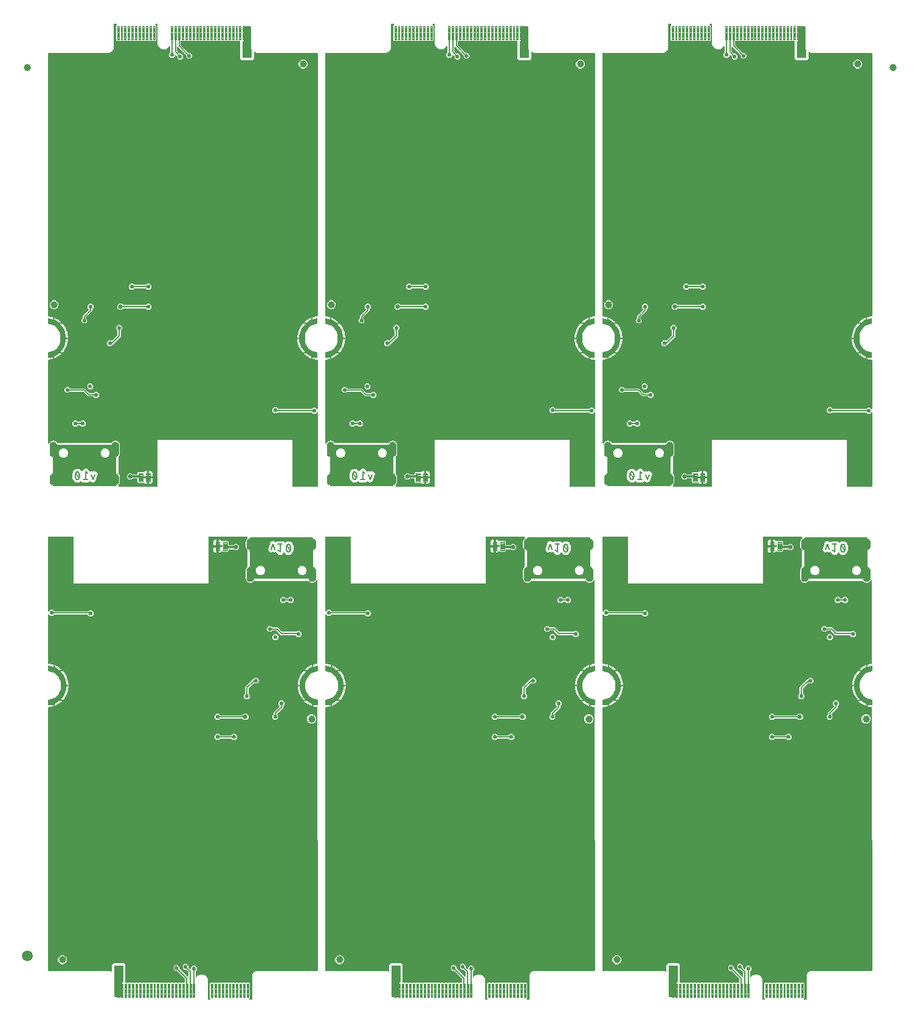
<source format=gbl>
G04 EAGLE Gerber RS-274X export*
G75*
%MOMM*%
%FSLAX34Y34*%
%LPD*%
%INBottom Copper*%
%IPPOS*%
%AMOC8*
5,1,8,0,0,1.08239X$1,22.5*%
G01*
%ADD10C,0.203200*%
%ADD11C,1.000000*%
%ADD12C,0.101500*%
%ADD13C,0.609600*%
%ADD14C,0.635000*%
%ADD15C,0.654000*%
%ADD16C,0.099059*%
%ADD17C,1.500000*%
%ADD18C,0.558800*%
%ADD19C,0.304800*%

G36*
X154198Y716162D02*
X154198Y716162D01*
X154217Y716160D01*
X154319Y716182D01*
X154421Y716198D01*
X154438Y716208D01*
X154458Y716212D01*
X154547Y716265D01*
X154638Y716314D01*
X154652Y716328D01*
X154669Y716338D01*
X154736Y716417D01*
X154808Y716492D01*
X154816Y716510D01*
X154829Y716525D01*
X154868Y716621D01*
X154911Y716715D01*
X154913Y716735D01*
X154921Y716753D01*
X154939Y716920D01*
X154939Y781558D01*
X154940Y781559D01*
X342900Y781559D01*
X342901Y781558D01*
X342901Y716920D01*
X342904Y716900D01*
X342902Y716881D01*
X342924Y716779D01*
X342940Y716677D01*
X342950Y716660D01*
X342954Y716640D01*
X343007Y716551D01*
X343056Y716460D01*
X343070Y716446D01*
X343080Y716429D01*
X343159Y716362D01*
X343234Y716290D01*
X343252Y716282D01*
X343267Y716269D01*
X343363Y716230D01*
X343457Y716187D01*
X343477Y716185D01*
X343495Y716177D01*
X343662Y716159D01*
X377444Y716159D01*
X377464Y716162D01*
X377483Y716160D01*
X377585Y716182D01*
X377687Y716198D01*
X377704Y716208D01*
X377724Y716212D01*
X377813Y716265D01*
X377904Y716314D01*
X377918Y716328D01*
X377935Y716338D01*
X378002Y716417D01*
X378074Y716492D01*
X378082Y716510D01*
X378095Y716525D01*
X378134Y716621D01*
X378177Y716715D01*
X378179Y716735D01*
X378187Y716753D01*
X378205Y716920D01*
X378205Y819437D01*
X378194Y819508D01*
X378192Y819580D01*
X378174Y819628D01*
X378166Y819680D01*
X378132Y819743D01*
X378107Y819811D01*
X378075Y819851D01*
X378050Y819897D01*
X377998Y819947D01*
X377954Y820003D01*
X377910Y820031D01*
X377872Y820067D01*
X377807Y820097D01*
X377747Y820136D01*
X377696Y820148D01*
X377649Y820170D01*
X377578Y820178D01*
X377508Y820196D01*
X377456Y820192D01*
X377405Y820197D01*
X377334Y820182D01*
X377263Y820176D01*
X377215Y820156D01*
X377164Y820145D01*
X377103Y820108D01*
X377037Y820080D01*
X376981Y820035D01*
X376953Y820019D01*
X376938Y820001D01*
X376906Y819975D01*
X375064Y818133D01*
X371696Y818133D01*
X370141Y819688D01*
X370067Y819741D01*
X369998Y819801D01*
X369968Y819813D01*
X369942Y819832D01*
X369855Y819859D01*
X369770Y819893D01*
X369729Y819897D01*
X369706Y819904D01*
X369674Y819903D01*
X369603Y819911D01*
X322039Y819911D01*
X321949Y819897D01*
X321858Y819889D01*
X321828Y819877D01*
X321796Y819872D01*
X321716Y819829D01*
X321632Y819793D01*
X321599Y819767D01*
X321579Y819756D01*
X321557Y819733D01*
X321501Y819688D01*
X320835Y819022D01*
X317467Y819022D01*
X315086Y821403D01*
X315086Y824771D01*
X317467Y827152D01*
X320835Y827152D01*
X323279Y824708D01*
X323353Y824655D01*
X323422Y824595D01*
X323452Y824583D01*
X323478Y824564D01*
X323565Y824537D01*
X323650Y824503D01*
X323691Y824499D01*
X323713Y824492D01*
X323746Y824493D01*
X323817Y824485D01*
X369603Y824485D01*
X369693Y824499D01*
X369784Y824507D01*
X369814Y824519D01*
X369846Y824524D01*
X369926Y824567D01*
X370010Y824603D01*
X370042Y824629D01*
X370063Y824640D01*
X370085Y824663D01*
X370141Y824708D01*
X371696Y826263D01*
X375064Y826263D01*
X376906Y824421D01*
X376964Y824379D01*
X377016Y824329D01*
X377063Y824307D01*
X377105Y824277D01*
X377174Y824256D01*
X377239Y824226D01*
X377291Y824220D01*
X377341Y824205D01*
X377412Y824207D01*
X377483Y824199D01*
X377534Y824210D01*
X377586Y824211D01*
X377654Y824236D01*
X377724Y824251D01*
X377769Y824278D01*
X377817Y824296D01*
X377873Y824340D01*
X377935Y824377D01*
X377969Y824417D01*
X378009Y824449D01*
X378048Y824510D01*
X378095Y824564D01*
X378114Y824612D01*
X378142Y824656D01*
X378160Y824726D01*
X378187Y824792D01*
X378195Y824864D01*
X378203Y824895D01*
X378201Y824918D01*
X378205Y824959D01*
X378205Y892284D01*
X378202Y892304D01*
X378204Y892323D01*
X378182Y892425D01*
X378166Y892527D01*
X378156Y892544D01*
X378152Y892564D01*
X378099Y892653D01*
X378050Y892744D01*
X378036Y892758D01*
X378026Y892775D01*
X377947Y892842D01*
X377872Y892913D01*
X377854Y892922D01*
X377839Y892935D01*
X377743Y892974D01*
X377649Y893017D01*
X377629Y893019D01*
X377611Y893027D01*
X377444Y893045D01*
X377293Y893045D01*
X377220Y893065D01*
X377188Y893068D01*
X377097Y893087D01*
X375793Y893215D01*
X372652Y893860D01*
X370921Y894410D01*
X370921Y897165D01*
X373571Y896293D01*
X373581Y896292D01*
X373607Y896284D01*
X377618Y895590D01*
X377656Y895595D01*
X377693Y895589D01*
X377724Y895602D01*
X377756Y895606D01*
X377786Y895630D01*
X377821Y895646D01*
X377839Y895673D01*
X377865Y895694D01*
X377877Y895731D01*
X377898Y895763D01*
X377907Y895820D01*
X377909Y895827D01*
X377908Y895830D01*
X377909Y895836D01*
X377909Y903336D01*
X377907Y903345D01*
X377907Y903347D01*
X377904Y903353D01*
X377890Y903401D01*
X377871Y903468D01*
X377870Y903469D01*
X377870Y903470D01*
X377818Y903516D01*
X377767Y903561D01*
X377766Y903562D01*
X377765Y903562D01*
X377762Y903563D01*
X377696Y903583D01*
X374798Y904006D01*
X372020Y904872D01*
X369412Y906162D01*
X367038Y907844D01*
X364956Y909876D01*
X363218Y912209D01*
X361866Y914786D01*
X360934Y917542D01*
X360444Y920410D01*
X360409Y923336D01*
X360444Y926262D01*
X360934Y929130D01*
X361866Y931886D01*
X363218Y934463D01*
X364956Y936796D01*
X367038Y938828D01*
X369412Y940510D01*
X372020Y941800D01*
X374798Y942666D01*
X377696Y943089D01*
X377757Y943117D01*
X377821Y943146D01*
X377822Y943147D01*
X377823Y943148D01*
X377860Y943205D01*
X377898Y943263D01*
X377898Y943264D01*
X377899Y943265D01*
X377899Y943268D01*
X377909Y943336D01*
X377909Y943735D01*
X377918Y943744D01*
X377935Y943754D01*
X378002Y943833D01*
X378074Y943908D01*
X378082Y943926D01*
X378095Y943941D01*
X378134Y944037D01*
X378177Y944131D01*
X378179Y944151D01*
X378187Y944169D01*
X378205Y944336D01*
X378202Y944356D01*
X378204Y944375D01*
X378204Y944376D01*
X378182Y944477D01*
X378166Y944579D01*
X378156Y944596D01*
X378152Y944616D01*
X378099Y944705D01*
X378050Y944796D01*
X378036Y944810D01*
X378026Y944827D01*
X377947Y944894D01*
X377909Y944930D01*
X377909Y950836D01*
X377898Y950874D01*
X377897Y950913D01*
X377879Y950939D01*
X377870Y950970D01*
X377841Y950996D01*
X377819Y951028D01*
X377789Y951041D01*
X377765Y951062D01*
X377726Y951068D01*
X377690Y951083D01*
X377634Y951082D01*
X377627Y951083D01*
X377623Y951082D01*
X377616Y951081D01*
X373618Y950361D01*
X373609Y950357D01*
X373583Y950352D01*
X370921Y949460D01*
X370921Y952219D01*
X372292Y952688D01*
X375654Y953430D01*
X377090Y953582D01*
X377121Y953591D01*
X377207Y953604D01*
X377293Y953627D01*
X377444Y953627D01*
X377464Y953630D01*
X377483Y953628D01*
X377585Y953650D01*
X377687Y953666D01*
X377704Y953676D01*
X377724Y953680D01*
X377813Y953733D01*
X377904Y953782D01*
X377918Y953796D01*
X377935Y953806D01*
X378002Y953885D01*
X378074Y953960D01*
X378082Y953978D01*
X378095Y953993D01*
X378134Y954089D01*
X378177Y954183D01*
X378179Y954203D01*
X378187Y954221D01*
X378205Y954388D01*
X378205Y1319662D01*
X378202Y1319682D01*
X378204Y1319701D01*
X378182Y1319803D01*
X378166Y1319905D01*
X378156Y1319922D01*
X378152Y1319942D01*
X378099Y1320031D01*
X378050Y1320122D01*
X378036Y1320136D01*
X378026Y1320153D01*
X377947Y1320220D01*
X377872Y1320292D01*
X377854Y1320300D01*
X377839Y1320313D01*
X377743Y1320352D01*
X377649Y1320395D01*
X377629Y1320397D01*
X377611Y1320405D01*
X377444Y1320423D01*
X295810Y1320423D01*
X295749Y1320413D01*
X295688Y1320413D01*
X295629Y1320394D01*
X295567Y1320384D01*
X295513Y1320355D01*
X295462Y1320338D01*
X294419Y1320421D01*
X294397Y1320419D01*
X294359Y1320423D01*
X293300Y1320423D01*
X293250Y1320459D01*
X293192Y1320477D01*
X293137Y1320505D01*
X293047Y1320522D01*
X293015Y1320532D01*
X292999Y1320531D01*
X292972Y1320536D01*
X292305Y1320589D01*
X290604Y1321673D01*
X290501Y1321717D01*
X290400Y1321764D01*
X290389Y1321765D01*
X290378Y1321770D01*
X290267Y1321779D01*
X290156Y1321791D01*
X290144Y1321789D01*
X290133Y1321789D01*
X290025Y1321763D01*
X289915Y1321739D01*
X289905Y1321733D01*
X289894Y1321730D01*
X289800Y1321670D01*
X289704Y1321613D01*
X289697Y1321604D01*
X289687Y1321598D01*
X289617Y1321511D01*
X289544Y1321426D01*
X289540Y1321415D01*
X289533Y1321406D01*
X289494Y1321301D01*
X289452Y1321198D01*
X289451Y1321184D01*
X289448Y1321175D01*
X289447Y1321149D01*
X289434Y1321031D01*
X289434Y1312162D01*
X287276Y1310004D01*
X272794Y1310004D01*
X270636Y1312162D01*
X270636Y1336304D01*
X270633Y1336324D01*
X270635Y1336343D01*
X270613Y1336445D01*
X270597Y1336547D01*
X270587Y1336564D01*
X270583Y1336584D01*
X270530Y1336673D01*
X270481Y1336764D01*
X270467Y1336778D01*
X270457Y1336795D01*
X270378Y1336862D01*
X270303Y1336934D01*
X270285Y1336942D01*
X270270Y1336955D01*
X270174Y1336994D01*
X270080Y1337037D01*
X270060Y1337039D01*
X270042Y1337047D01*
X269875Y1337065D01*
X268178Y1337065D01*
X268170Y1337075D01*
X268082Y1337131D01*
X267999Y1337191D01*
X267979Y1337197D01*
X267963Y1337208D01*
X267862Y1337233D01*
X267763Y1337264D01*
X267743Y1337263D01*
X267724Y1337268D01*
X267621Y1337260D01*
X267518Y1337257D01*
X267499Y1337251D01*
X267479Y1337249D01*
X267384Y1337209D01*
X267287Y1337173D01*
X267271Y1337160D01*
X267253Y1337153D01*
X267143Y1337065D01*
X263178Y1337065D01*
X263170Y1337075D01*
X263082Y1337131D01*
X262999Y1337191D01*
X262979Y1337197D01*
X262963Y1337208D01*
X262862Y1337233D01*
X262763Y1337264D01*
X262743Y1337263D01*
X262724Y1337268D01*
X262621Y1337260D01*
X262518Y1337257D01*
X262499Y1337251D01*
X262479Y1337249D01*
X262384Y1337209D01*
X262287Y1337173D01*
X262271Y1337160D01*
X262253Y1337153D01*
X262143Y1337065D01*
X258178Y1337065D01*
X258170Y1337075D01*
X258082Y1337131D01*
X257999Y1337191D01*
X257979Y1337197D01*
X257963Y1337208D01*
X257862Y1337233D01*
X257763Y1337264D01*
X257743Y1337263D01*
X257724Y1337268D01*
X257621Y1337260D01*
X257518Y1337257D01*
X257499Y1337251D01*
X257479Y1337249D01*
X257384Y1337209D01*
X257287Y1337173D01*
X257271Y1337160D01*
X257253Y1337153D01*
X257143Y1337065D01*
X253178Y1337065D01*
X253170Y1337075D01*
X253082Y1337131D01*
X252999Y1337191D01*
X252979Y1337197D01*
X252963Y1337208D01*
X252862Y1337233D01*
X252763Y1337264D01*
X252743Y1337263D01*
X252724Y1337268D01*
X252621Y1337260D01*
X252518Y1337257D01*
X252499Y1337251D01*
X252479Y1337249D01*
X252384Y1337209D01*
X252287Y1337173D01*
X252271Y1337160D01*
X252253Y1337153D01*
X252143Y1337065D01*
X248178Y1337065D01*
X248170Y1337075D01*
X248082Y1337131D01*
X247999Y1337191D01*
X247979Y1337197D01*
X247963Y1337208D01*
X247862Y1337233D01*
X247763Y1337264D01*
X247743Y1337263D01*
X247724Y1337268D01*
X247621Y1337260D01*
X247518Y1337257D01*
X247499Y1337251D01*
X247479Y1337249D01*
X247384Y1337209D01*
X247287Y1337173D01*
X247271Y1337160D01*
X247253Y1337153D01*
X247143Y1337065D01*
X243178Y1337065D01*
X243170Y1337075D01*
X243082Y1337131D01*
X242999Y1337191D01*
X242979Y1337197D01*
X242963Y1337208D01*
X242862Y1337233D01*
X242763Y1337264D01*
X242743Y1337263D01*
X242724Y1337268D01*
X242621Y1337260D01*
X242518Y1337257D01*
X242499Y1337251D01*
X242479Y1337249D01*
X242384Y1337209D01*
X242287Y1337173D01*
X242271Y1337160D01*
X242253Y1337153D01*
X242143Y1337065D01*
X238178Y1337065D01*
X238170Y1337075D01*
X238082Y1337131D01*
X237999Y1337191D01*
X237979Y1337197D01*
X237963Y1337208D01*
X237862Y1337233D01*
X237763Y1337264D01*
X237743Y1337263D01*
X237724Y1337268D01*
X237621Y1337260D01*
X237518Y1337257D01*
X237499Y1337251D01*
X237479Y1337249D01*
X237384Y1337209D01*
X237287Y1337173D01*
X237271Y1337160D01*
X237253Y1337153D01*
X237143Y1337065D01*
X233178Y1337065D01*
X233170Y1337075D01*
X233082Y1337131D01*
X232999Y1337191D01*
X232979Y1337197D01*
X232963Y1337208D01*
X232862Y1337233D01*
X232763Y1337264D01*
X232743Y1337263D01*
X232724Y1337268D01*
X232621Y1337260D01*
X232518Y1337257D01*
X232499Y1337251D01*
X232479Y1337249D01*
X232384Y1337209D01*
X232287Y1337173D01*
X232271Y1337160D01*
X232253Y1337153D01*
X232143Y1337065D01*
X228178Y1337065D01*
X228170Y1337075D01*
X228082Y1337131D01*
X227999Y1337191D01*
X227979Y1337197D01*
X227963Y1337208D01*
X227862Y1337233D01*
X227763Y1337264D01*
X227743Y1337263D01*
X227724Y1337268D01*
X227621Y1337260D01*
X227518Y1337257D01*
X227499Y1337251D01*
X227479Y1337249D01*
X227384Y1337209D01*
X227287Y1337173D01*
X227271Y1337160D01*
X227253Y1337153D01*
X227143Y1337065D01*
X223178Y1337065D01*
X223170Y1337075D01*
X223082Y1337131D01*
X222999Y1337191D01*
X222979Y1337197D01*
X222963Y1337208D01*
X222862Y1337233D01*
X222763Y1337264D01*
X222743Y1337263D01*
X222724Y1337268D01*
X222621Y1337260D01*
X222518Y1337257D01*
X222499Y1337251D01*
X222479Y1337249D01*
X222384Y1337209D01*
X222287Y1337173D01*
X222271Y1337160D01*
X222253Y1337153D01*
X222143Y1337065D01*
X218178Y1337065D01*
X218170Y1337075D01*
X218082Y1337131D01*
X217999Y1337191D01*
X217979Y1337197D01*
X217963Y1337208D01*
X217862Y1337233D01*
X217763Y1337264D01*
X217743Y1337263D01*
X217724Y1337268D01*
X217621Y1337260D01*
X217518Y1337257D01*
X217499Y1337251D01*
X217479Y1337249D01*
X217384Y1337209D01*
X217287Y1337173D01*
X217271Y1337160D01*
X217253Y1337153D01*
X217143Y1337065D01*
X213178Y1337065D01*
X213170Y1337075D01*
X213082Y1337131D01*
X212999Y1337191D01*
X212979Y1337197D01*
X212963Y1337208D01*
X212862Y1337233D01*
X212763Y1337264D01*
X212743Y1337263D01*
X212724Y1337268D01*
X212621Y1337260D01*
X212518Y1337257D01*
X212499Y1337251D01*
X212479Y1337249D01*
X212384Y1337209D01*
X212287Y1337173D01*
X212271Y1337160D01*
X212253Y1337153D01*
X212143Y1337065D01*
X208178Y1337065D01*
X208170Y1337075D01*
X208082Y1337131D01*
X207999Y1337191D01*
X207979Y1337197D01*
X207963Y1337208D01*
X207862Y1337233D01*
X207763Y1337264D01*
X207743Y1337263D01*
X207724Y1337268D01*
X207621Y1337260D01*
X207518Y1337257D01*
X207499Y1337251D01*
X207479Y1337249D01*
X207384Y1337209D01*
X207287Y1337173D01*
X207271Y1337160D01*
X207253Y1337153D01*
X207143Y1337065D01*
X203178Y1337065D01*
X203170Y1337075D01*
X203082Y1337131D01*
X202999Y1337191D01*
X202979Y1337197D01*
X202963Y1337208D01*
X202862Y1337233D01*
X202763Y1337264D01*
X202743Y1337263D01*
X202724Y1337268D01*
X202621Y1337260D01*
X202518Y1337257D01*
X202499Y1337251D01*
X202479Y1337249D01*
X202384Y1337209D01*
X202287Y1337173D01*
X202271Y1337160D01*
X202253Y1337153D01*
X202143Y1337065D01*
X198178Y1337065D01*
X198170Y1337075D01*
X198082Y1337131D01*
X197999Y1337191D01*
X197979Y1337197D01*
X197963Y1337208D01*
X197862Y1337233D01*
X197763Y1337264D01*
X197743Y1337263D01*
X197724Y1337268D01*
X197621Y1337260D01*
X197518Y1337257D01*
X197499Y1337251D01*
X197479Y1337249D01*
X197384Y1337209D01*
X197287Y1337173D01*
X197271Y1337160D01*
X197253Y1337153D01*
X197143Y1337065D01*
X193178Y1337065D01*
X193170Y1337075D01*
X193082Y1337131D01*
X192999Y1337191D01*
X192979Y1337197D01*
X192963Y1337208D01*
X192862Y1337233D01*
X192763Y1337264D01*
X192743Y1337263D01*
X192724Y1337268D01*
X192621Y1337260D01*
X192518Y1337257D01*
X192499Y1337251D01*
X192479Y1337249D01*
X192384Y1337209D01*
X192287Y1337173D01*
X192271Y1337160D01*
X192253Y1337153D01*
X192143Y1337065D01*
X188208Y1337065D01*
X188188Y1337062D01*
X188169Y1337064D01*
X188067Y1337042D01*
X187965Y1337026D01*
X187948Y1337016D01*
X187928Y1337012D01*
X187839Y1336959D01*
X187748Y1336910D01*
X187734Y1336896D01*
X187717Y1336886D01*
X187650Y1336807D01*
X187578Y1336732D01*
X187570Y1336714D01*
X187557Y1336699D01*
X187518Y1336603D01*
X187475Y1336509D01*
X187473Y1336489D01*
X187465Y1336471D01*
X187447Y1336304D01*
X187447Y1331721D01*
X187461Y1331630D01*
X187469Y1331540D01*
X187481Y1331510D01*
X187486Y1331478D01*
X187529Y1331397D01*
X187565Y1331313D01*
X187591Y1331281D01*
X187602Y1331260D01*
X187625Y1331238D01*
X187670Y1331182D01*
X198336Y1320516D01*
X198410Y1320463D01*
X198480Y1320403D01*
X198510Y1320391D01*
X198536Y1320372D01*
X198623Y1320345D01*
X198708Y1320311D01*
X198749Y1320307D01*
X198771Y1320300D01*
X198803Y1320301D01*
X198875Y1320293D01*
X201074Y1320293D01*
X203455Y1317912D01*
X203455Y1314544D01*
X201074Y1312163D01*
X197706Y1312163D01*
X195325Y1314544D01*
X195325Y1316743D01*
X195311Y1316834D01*
X195303Y1316924D01*
X195291Y1316954D01*
X195286Y1316986D01*
X195243Y1317067D01*
X195207Y1317151D01*
X195181Y1317183D01*
X195170Y1317204D01*
X195147Y1317226D01*
X195102Y1317282D01*
X183746Y1328638D01*
X183688Y1328680D01*
X183636Y1328729D01*
X183589Y1328751D01*
X183547Y1328781D01*
X183478Y1328802D01*
X183413Y1328833D01*
X183361Y1328838D01*
X183311Y1328854D01*
X183240Y1328852D01*
X183169Y1328860D01*
X183118Y1328849D01*
X183066Y1328847D01*
X182998Y1328823D01*
X182928Y1328808D01*
X182883Y1328781D01*
X182835Y1328763D01*
X182779Y1328718D01*
X182717Y1328681D01*
X182683Y1328642D01*
X182643Y1328609D01*
X182604Y1328549D01*
X182557Y1328494D01*
X182538Y1328446D01*
X182510Y1328402D01*
X182492Y1328333D01*
X182465Y1328266D01*
X182457Y1328195D01*
X182449Y1328164D01*
X182451Y1328140D01*
X182447Y1328100D01*
X182447Y1322751D01*
X182461Y1322660D01*
X182469Y1322570D01*
X182481Y1322540D01*
X182486Y1322508D01*
X182529Y1322427D01*
X182565Y1322343D01*
X182591Y1322311D01*
X182602Y1322290D01*
X182625Y1322268D01*
X182670Y1322212D01*
X185636Y1319246D01*
X185710Y1319193D01*
X185780Y1319133D01*
X185810Y1319121D01*
X185836Y1319102D01*
X185923Y1319075D01*
X186008Y1319041D01*
X186049Y1319037D01*
X186071Y1319030D01*
X186103Y1319031D01*
X186175Y1319023D01*
X188374Y1319023D01*
X190755Y1316642D01*
X190755Y1313274D01*
X188374Y1310893D01*
X185006Y1310893D01*
X182625Y1313274D01*
X182625Y1315473D01*
X182611Y1315564D01*
X182603Y1315654D01*
X182591Y1315684D01*
X182586Y1315716D01*
X182543Y1315797D01*
X182507Y1315881D01*
X182481Y1315913D01*
X182470Y1315934D01*
X182447Y1315956D01*
X182402Y1316012D01*
X180624Y1317790D01*
X180566Y1317832D01*
X180514Y1317881D01*
X180467Y1317903D01*
X180425Y1317933D01*
X180356Y1317954D01*
X180291Y1317985D01*
X180239Y1317990D01*
X180189Y1318006D01*
X180118Y1318004D01*
X180047Y1318012D01*
X179996Y1318001D01*
X179944Y1317999D01*
X179876Y1317975D01*
X179806Y1317960D01*
X179761Y1317933D01*
X179713Y1317915D01*
X179657Y1317870D01*
X179595Y1317833D01*
X179561Y1317794D01*
X179521Y1317761D01*
X179482Y1317701D01*
X179435Y1317646D01*
X179416Y1317598D01*
X179388Y1317554D01*
X179370Y1317485D01*
X179343Y1317418D01*
X179335Y1317347D01*
X179327Y1317316D01*
X179329Y1317292D01*
X179325Y1317252D01*
X179325Y1315814D01*
X176944Y1313433D01*
X173576Y1313433D01*
X171195Y1315814D01*
X171195Y1319182D01*
X172750Y1320737D01*
X172803Y1320811D01*
X172863Y1320880D01*
X172875Y1320910D01*
X172894Y1320936D01*
X172921Y1321023D01*
X172955Y1321108D01*
X172959Y1321149D01*
X172966Y1321171D01*
X172965Y1321204D01*
X172973Y1321275D01*
X172973Y1328897D01*
X172966Y1328944D01*
X172967Y1328992D01*
X172946Y1329065D01*
X172934Y1329139D01*
X172911Y1329182D01*
X172897Y1329228D01*
X172854Y1329290D01*
X172818Y1329357D01*
X172784Y1329390D01*
X172756Y1329429D01*
X172695Y1329474D01*
X172640Y1329526D01*
X172597Y1329546D01*
X172558Y1329575D01*
X172486Y1329598D01*
X172417Y1329630D01*
X172369Y1329635D01*
X172324Y1329650D01*
X172248Y1329649D01*
X172173Y1329657D01*
X172126Y1329647D01*
X172078Y1329646D01*
X172006Y1329621D01*
X171932Y1329605D01*
X171891Y1329580D01*
X171846Y1329564D01*
X171786Y1329517D01*
X171721Y1329478D01*
X171690Y1329442D01*
X171652Y1329412D01*
X171576Y1329309D01*
X171561Y1329292D01*
X171559Y1329285D01*
X171553Y1329277D01*
X170688Y1327780D01*
X166607Y1325423D01*
X161893Y1325423D01*
X157812Y1327780D01*
X155455Y1331861D01*
X155455Y1359662D01*
X155452Y1359682D01*
X155454Y1359701D01*
X155432Y1359803D01*
X155416Y1359905D01*
X155406Y1359922D01*
X155402Y1359942D01*
X155349Y1360031D01*
X155300Y1360122D01*
X155286Y1360136D01*
X155276Y1360153D01*
X155197Y1360220D01*
X155122Y1360292D01*
X155104Y1360300D01*
X155089Y1360313D01*
X154993Y1360352D01*
X154899Y1360395D01*
X154879Y1360397D01*
X154861Y1360405D01*
X154694Y1360423D01*
X152660Y1360423D01*
X152590Y1360412D01*
X152518Y1360410D01*
X152469Y1360392D01*
X152418Y1360384D01*
X152354Y1360350D01*
X152287Y1360325D01*
X152246Y1360293D01*
X152200Y1360268D01*
X152151Y1360216D01*
X152095Y1360172D01*
X152067Y1360128D01*
X152031Y1360090D01*
X152001Y1360025D01*
X151962Y1359965D01*
X151949Y1359914D01*
X151927Y1359867D01*
X151919Y1359796D01*
X151902Y1359726D01*
X151906Y1359674D01*
X151900Y1359623D01*
X151915Y1359552D01*
X151921Y1359481D01*
X151941Y1359433D01*
X151952Y1359382D01*
X151989Y1359321D01*
X152017Y1359255D01*
X152062Y1359199D01*
X152079Y1359171D01*
X152096Y1359156D01*
X152122Y1359124D01*
X153181Y1358065D01*
X153181Y1338107D01*
X152139Y1337065D01*
X148178Y1337065D01*
X148170Y1337075D01*
X148082Y1337131D01*
X147999Y1337191D01*
X147979Y1337197D01*
X147963Y1337208D01*
X147862Y1337233D01*
X147763Y1337264D01*
X147743Y1337263D01*
X147724Y1337268D01*
X147621Y1337260D01*
X147518Y1337257D01*
X147499Y1337251D01*
X147479Y1337249D01*
X147384Y1337209D01*
X147287Y1337173D01*
X147271Y1337160D01*
X147253Y1337153D01*
X147143Y1337065D01*
X143178Y1337065D01*
X143170Y1337075D01*
X143083Y1337131D01*
X142999Y1337191D01*
X142980Y1337197D01*
X142963Y1337208D01*
X142863Y1337233D01*
X142764Y1337264D01*
X142744Y1337263D01*
X142724Y1337268D01*
X142621Y1337260D01*
X142518Y1337257D01*
X142499Y1337251D01*
X142479Y1337249D01*
X142384Y1337209D01*
X142287Y1337173D01*
X142271Y1337161D01*
X142253Y1337153D01*
X142143Y1337065D01*
X138178Y1337065D01*
X138170Y1337075D01*
X138082Y1337131D01*
X137999Y1337191D01*
X137979Y1337197D01*
X137963Y1337208D01*
X137862Y1337233D01*
X137763Y1337264D01*
X137743Y1337263D01*
X137724Y1337268D01*
X137621Y1337260D01*
X137518Y1337257D01*
X137499Y1337251D01*
X137479Y1337249D01*
X137384Y1337209D01*
X137287Y1337173D01*
X137271Y1337160D01*
X137253Y1337153D01*
X137143Y1337065D01*
X133178Y1337065D01*
X133170Y1337075D01*
X133082Y1337131D01*
X132999Y1337191D01*
X132979Y1337197D01*
X132963Y1337208D01*
X132862Y1337233D01*
X132763Y1337264D01*
X132743Y1337263D01*
X132724Y1337268D01*
X132621Y1337260D01*
X132518Y1337257D01*
X132499Y1337251D01*
X132479Y1337249D01*
X132384Y1337209D01*
X132287Y1337173D01*
X132271Y1337160D01*
X132253Y1337153D01*
X132143Y1337065D01*
X128178Y1337065D01*
X128170Y1337075D01*
X128082Y1337131D01*
X127999Y1337191D01*
X127979Y1337197D01*
X127963Y1337208D01*
X127862Y1337233D01*
X127763Y1337264D01*
X127743Y1337263D01*
X127724Y1337268D01*
X127621Y1337260D01*
X127518Y1337257D01*
X127499Y1337251D01*
X127479Y1337249D01*
X127384Y1337209D01*
X127287Y1337173D01*
X127271Y1337160D01*
X127253Y1337153D01*
X127143Y1337065D01*
X123178Y1337065D01*
X123170Y1337075D01*
X123082Y1337131D01*
X122999Y1337191D01*
X122979Y1337197D01*
X122963Y1337208D01*
X122862Y1337233D01*
X122763Y1337264D01*
X122743Y1337263D01*
X122724Y1337268D01*
X122621Y1337260D01*
X122518Y1337257D01*
X122499Y1337251D01*
X122479Y1337249D01*
X122384Y1337209D01*
X122287Y1337173D01*
X122271Y1337160D01*
X122253Y1337153D01*
X122143Y1337065D01*
X118178Y1337065D01*
X118170Y1337075D01*
X118082Y1337131D01*
X117999Y1337191D01*
X117979Y1337197D01*
X117963Y1337208D01*
X117862Y1337233D01*
X117763Y1337264D01*
X117743Y1337263D01*
X117724Y1337268D01*
X117621Y1337260D01*
X117518Y1337257D01*
X117499Y1337251D01*
X117479Y1337249D01*
X117384Y1337209D01*
X117287Y1337173D01*
X117271Y1337160D01*
X117253Y1337153D01*
X117143Y1337065D01*
X113178Y1337065D01*
X113170Y1337075D01*
X113082Y1337131D01*
X112999Y1337191D01*
X112979Y1337197D01*
X112963Y1337208D01*
X112862Y1337233D01*
X112763Y1337264D01*
X112743Y1337263D01*
X112724Y1337268D01*
X112621Y1337260D01*
X112518Y1337257D01*
X112499Y1337251D01*
X112479Y1337249D01*
X112384Y1337209D01*
X112287Y1337173D01*
X112271Y1337160D01*
X112253Y1337153D01*
X112143Y1337065D01*
X108178Y1337065D01*
X108170Y1337075D01*
X108082Y1337131D01*
X107999Y1337191D01*
X107979Y1337197D01*
X107963Y1337208D01*
X107862Y1337233D01*
X107763Y1337264D01*
X107743Y1337263D01*
X107724Y1337268D01*
X107621Y1337260D01*
X107518Y1337257D01*
X107499Y1337251D01*
X107479Y1337249D01*
X107384Y1337209D01*
X107287Y1337173D01*
X107271Y1337160D01*
X107253Y1337153D01*
X107143Y1337065D01*
X103178Y1337065D01*
X103170Y1337075D01*
X103082Y1337131D01*
X102999Y1337191D01*
X102979Y1337197D01*
X102963Y1337208D01*
X102862Y1337233D01*
X102763Y1337264D01*
X102743Y1337263D01*
X102724Y1337268D01*
X102621Y1337260D01*
X102518Y1337257D01*
X102499Y1337251D01*
X102479Y1337249D01*
X102384Y1337209D01*
X102287Y1337173D01*
X102271Y1337160D01*
X102253Y1337153D01*
X102143Y1337065D01*
X98181Y1337065D01*
X97139Y1338107D01*
X97139Y1358065D01*
X98198Y1359124D01*
X98240Y1359182D01*
X98289Y1359234D01*
X98311Y1359281D01*
X98341Y1359323D01*
X98363Y1359392D01*
X98393Y1359457D01*
X98399Y1359509D01*
X98414Y1359559D01*
X98412Y1359630D01*
X98420Y1359701D01*
X98409Y1359752D01*
X98407Y1359804D01*
X98383Y1359872D01*
X98368Y1359942D01*
X98341Y1359987D01*
X98323Y1360035D01*
X98278Y1360091D01*
X98241Y1360153D01*
X98202Y1360187D01*
X98169Y1360227D01*
X98109Y1360266D01*
X98055Y1360313D01*
X98006Y1360332D01*
X97962Y1360360D01*
X97893Y1360378D01*
X97826Y1360405D01*
X97755Y1360413D01*
X97724Y1360421D01*
X97701Y1360419D01*
X97660Y1360423D01*
X94806Y1360423D01*
X94786Y1360420D01*
X94767Y1360422D01*
X94665Y1360400D01*
X94563Y1360384D01*
X94546Y1360374D01*
X94526Y1360370D01*
X94437Y1360317D01*
X94346Y1360268D01*
X94332Y1360254D01*
X94315Y1360244D01*
X94248Y1360165D01*
X94176Y1360090D01*
X94168Y1360072D01*
X94155Y1360057D01*
X94116Y1359961D01*
X94073Y1359867D01*
X94071Y1359847D01*
X94063Y1359829D01*
X94045Y1359662D01*
X94045Y1329653D01*
X94058Y1329569D01*
X94063Y1329485D01*
X94068Y1329473D01*
X94045Y1328199D01*
X94046Y1328193D01*
X94045Y1328185D01*
X94045Y1326911D01*
X94039Y1326898D01*
X94033Y1326848D01*
X94025Y1326822D01*
X94026Y1326792D01*
X94018Y1326732D01*
X94007Y1326174D01*
X92052Y1322700D01*
X88683Y1320569D01*
X88021Y1320523D01*
X87958Y1320508D01*
X87893Y1320503D01*
X87839Y1320480D01*
X87782Y1320466D01*
X87727Y1320432D01*
X87707Y1320423D01*
X86624Y1320423D01*
X86605Y1320420D01*
X86571Y1320421D01*
X85492Y1320346D01*
X85461Y1320366D01*
X85397Y1320380D01*
X85337Y1320405D01*
X85253Y1320414D01*
X85221Y1320422D01*
X85202Y1320420D01*
X85170Y1320423D01*
X3557Y1320423D01*
X3538Y1320420D01*
X3518Y1320422D01*
X3417Y1320400D01*
X3315Y1320384D01*
X3297Y1320374D01*
X3277Y1320370D01*
X3189Y1320317D01*
X3097Y1320268D01*
X3083Y1320254D01*
X3066Y1320244D01*
X2999Y1320165D01*
X2928Y1320090D01*
X2919Y1320072D01*
X2906Y1320057D01*
X2868Y1319961D01*
X2824Y1319867D01*
X2822Y1319847D01*
X2815Y1319828D01*
X2796Y1319662D01*
X2948Y954302D01*
X2965Y954198D01*
X2978Y954093D01*
X2985Y954077D01*
X2988Y954059D01*
X3038Y953966D01*
X3083Y953870D01*
X3095Y953857D01*
X3103Y953842D01*
X3180Y953769D01*
X3253Y953693D01*
X3269Y953685D01*
X3282Y953673D01*
X3377Y953628D01*
X3471Y953579D01*
X3493Y953575D01*
X3505Y953569D01*
X3536Y953566D01*
X3635Y953545D01*
X4527Y953457D01*
X7199Y952908D01*
X7668Y952812D01*
X9399Y952262D01*
X9399Y949507D01*
X6749Y950380D01*
X6739Y950380D01*
X6713Y950388D01*
X2702Y951082D01*
X2664Y951077D01*
X2627Y951083D01*
X2596Y951070D01*
X2564Y951066D01*
X2534Y951042D01*
X2499Y951026D01*
X2481Y950999D01*
X2455Y950978D01*
X2443Y950941D01*
X2422Y950910D01*
X2413Y950852D01*
X2411Y950845D01*
X2412Y950842D01*
X2411Y950836D01*
X2411Y943336D01*
X2430Y943271D01*
X2449Y943204D01*
X2450Y943203D01*
X2450Y943202D01*
X2503Y943156D01*
X2553Y943111D01*
X2555Y943110D01*
X2558Y943109D01*
X2624Y943089D01*
X5522Y942666D01*
X8300Y941800D01*
X10908Y940510D01*
X13282Y938828D01*
X15364Y936796D01*
X17102Y934463D01*
X18454Y931886D01*
X19386Y929130D01*
X19876Y926262D01*
X19911Y923336D01*
X19876Y920410D01*
X19386Y917542D01*
X18454Y914786D01*
X17102Y912209D01*
X15364Y909876D01*
X13282Y907844D01*
X10908Y906162D01*
X8300Y904872D01*
X5522Y904006D01*
X2624Y903583D01*
X2563Y903555D01*
X2499Y903526D01*
X2498Y903525D01*
X2497Y903524D01*
X2460Y903467D01*
X2422Y903410D01*
X2422Y903408D01*
X2421Y903407D01*
X2421Y903404D01*
X2411Y903336D01*
X2411Y895836D01*
X2422Y895798D01*
X2423Y895759D01*
X2441Y895733D01*
X2450Y895702D01*
X2479Y895676D01*
X2501Y895644D01*
X2531Y895631D01*
X2555Y895610D01*
X2594Y895604D01*
X2630Y895589D01*
X2686Y895590D01*
X2693Y895589D01*
X2697Y895590D01*
X2704Y895591D01*
X6702Y896311D01*
X6711Y896315D01*
X6737Y896320D01*
X9399Y897212D01*
X9399Y894453D01*
X8028Y893984D01*
X4666Y893242D01*
X3655Y893135D01*
X3556Y893108D01*
X3455Y893086D01*
X3438Y893075D01*
X3418Y893070D01*
X3333Y893012D01*
X3244Y892959D01*
X3231Y892944D01*
X3214Y892933D01*
X3151Y892851D01*
X3084Y892773D01*
X3077Y892754D01*
X3064Y892737D01*
X3031Y892640D01*
X2993Y892544D01*
X2990Y892519D01*
X2985Y892505D01*
X2985Y892472D01*
X2974Y892378D01*
X3022Y777222D01*
X3041Y777105D01*
X3059Y776988D01*
X3061Y776984D01*
X3062Y776979D01*
X3117Y776875D01*
X3171Y776769D01*
X3175Y776766D01*
X3177Y776761D01*
X3262Y776681D01*
X3348Y776598D01*
X3352Y776595D01*
X3356Y776592D01*
X3463Y776542D01*
X3570Y776491D01*
X3574Y776491D01*
X3579Y776489D01*
X3697Y776476D01*
X3814Y776461D01*
X3818Y776462D01*
X3823Y776462D01*
X3939Y776487D01*
X4055Y776511D01*
X4059Y776513D01*
X4064Y776514D01*
X4164Y776574D01*
X4267Y776634D01*
X4270Y776638D01*
X4275Y776640D01*
X4351Y776730D01*
X4429Y776819D01*
X4432Y776824D01*
X4434Y776827D01*
X4440Y776842D01*
X4502Y776970D01*
X4597Y777243D01*
X4660Y777281D01*
X4678Y777302D01*
X4701Y777318D01*
X4757Y777395D01*
X4820Y777468D01*
X4830Y777493D01*
X4847Y777516D01*
X4876Y777607D01*
X4912Y777696D01*
X4915Y777730D01*
X4922Y777750D01*
X4922Y777754D01*
X5151Y777983D01*
X5152Y777985D01*
X5153Y777985D01*
X5257Y778117D01*
X5437Y778402D01*
X5506Y778425D01*
X5528Y778441D01*
X5554Y778452D01*
X5627Y778514D01*
X5703Y778571D01*
X5719Y778594D01*
X5740Y778612D01*
X5789Y778695D01*
X5844Y778773D01*
X5855Y778806D01*
X5866Y778824D01*
X5867Y778828D01*
X6141Y779001D01*
X6142Y779002D01*
X6144Y779002D01*
X6275Y779107D01*
X6513Y779345D01*
X6585Y779352D01*
X6611Y779363D01*
X6638Y779368D01*
X6723Y779412D01*
X6811Y779451D01*
X6831Y779470D01*
X6856Y779483D01*
X6922Y779552D01*
X6992Y779617D01*
X7011Y779646D01*
X7025Y779661D01*
X7027Y779665D01*
X7333Y779772D01*
X7334Y779773D01*
X7336Y779773D01*
X7487Y779846D01*
X7772Y780025D01*
X7844Y780016D01*
X7871Y780021D01*
X7899Y780019D01*
X7992Y780044D01*
X8086Y780062D01*
X8110Y780076D01*
X8137Y780083D01*
X8217Y780136D01*
X8300Y780183D01*
X8324Y780208D01*
X8341Y780219D01*
X8344Y780222D01*
X8666Y780259D01*
X8668Y780259D01*
X8669Y780259D01*
X8833Y780297D01*
X9151Y780408D01*
X9219Y780383D01*
X9247Y780382D01*
X9273Y780374D01*
X9369Y780377D01*
X9465Y780374D01*
X9492Y780382D01*
X9519Y780383D01*
X9609Y780417D01*
X9701Y780445D01*
X9730Y780463D01*
X9749Y780470D01*
X9752Y780473D01*
X10075Y780437D01*
X10076Y780437D01*
X10077Y780436D01*
X10245Y780437D01*
X10580Y780474D01*
X10641Y780434D01*
X10668Y780427D01*
X10692Y780414D01*
X10786Y780396D01*
X10879Y780371D01*
X10907Y780373D01*
X10934Y780368D01*
X11029Y780381D01*
X11124Y780388D01*
X11157Y780399D01*
X11177Y780402D01*
X11181Y780404D01*
X11487Y780297D01*
X11489Y780296D01*
X11490Y780296D01*
X11654Y780259D01*
X11989Y780221D01*
X12039Y780168D01*
X12064Y780156D01*
X12084Y780137D01*
X12172Y780099D01*
X12257Y780054D01*
X12284Y780050D01*
X12310Y780039D01*
X12405Y780030D01*
X12500Y780015D01*
X12534Y780019D01*
X12555Y780018D01*
X12559Y780019D01*
X12833Y779846D01*
X12835Y779845D01*
X12836Y779844D01*
X12987Y779772D01*
X13305Y779661D01*
X13343Y779598D01*
X13364Y779580D01*
X13380Y779557D01*
X13457Y779501D01*
X13530Y779438D01*
X13555Y779428D01*
X13578Y779411D01*
X13669Y779382D01*
X13758Y779346D01*
X13792Y779343D01*
X13812Y779336D01*
X13816Y779336D01*
X14045Y779107D01*
X14047Y779106D01*
X14047Y779105D01*
X14179Y779001D01*
X14464Y778821D01*
X14487Y778752D01*
X14503Y778730D01*
X14514Y778704D01*
X14576Y778631D01*
X14633Y778555D01*
X14656Y778539D01*
X14674Y778518D01*
X14757Y778469D01*
X14835Y778414D01*
X14868Y778403D01*
X14886Y778392D01*
X14890Y778391D01*
X15063Y778117D01*
X15063Y778116D01*
X15064Y778115D01*
X15128Y778035D01*
X15137Y778019D01*
X15147Y778010D01*
X15168Y777984D01*
X15180Y777972D01*
X15208Y777952D01*
X15225Y777932D01*
X15266Y777909D01*
X15324Y777859D01*
X15354Y777847D01*
X15380Y777829D01*
X15435Y777811D01*
X15439Y777810D01*
X15446Y777808D01*
X15467Y777802D01*
X15552Y777767D01*
X15592Y777763D01*
X15614Y777756D01*
X15647Y777757D01*
X15719Y777749D01*
X90961Y777749D01*
X91051Y777763D01*
X91142Y777771D01*
X91172Y777783D01*
X91204Y777788D01*
X91284Y777831D01*
X91292Y777834D01*
X91314Y777841D01*
X91322Y777847D01*
X91368Y777867D01*
X91400Y777893D01*
X91421Y777904D01*
X91443Y777927D01*
X91499Y777972D01*
X91511Y777983D01*
X91512Y777985D01*
X91513Y777985D01*
X91585Y778077D01*
X91591Y778082D01*
X91592Y778084D01*
X91617Y778117D01*
X91797Y778402D01*
X91866Y778425D01*
X91888Y778441D01*
X91914Y778452D01*
X91987Y778514D01*
X92063Y778571D01*
X92079Y778594D01*
X92100Y778612D01*
X92149Y778695D01*
X92204Y778773D01*
X92215Y778806D01*
X92226Y778824D01*
X92227Y778828D01*
X92501Y779001D01*
X92502Y779002D01*
X92504Y779002D01*
X92635Y779107D01*
X92873Y779345D01*
X92945Y779352D01*
X92971Y779363D01*
X92998Y779368D01*
X93083Y779412D01*
X93171Y779451D01*
X93191Y779470D01*
X93216Y779483D01*
X93282Y779552D01*
X93352Y779617D01*
X93371Y779646D01*
X93385Y779661D01*
X93387Y779665D01*
X93693Y779772D01*
X93694Y779773D01*
X93696Y779773D01*
X93847Y779846D01*
X94132Y780025D01*
X94204Y780016D01*
X94231Y780021D01*
X94259Y780019D01*
X94352Y780044D01*
X94446Y780062D01*
X94470Y780076D01*
X94497Y780083D01*
X94577Y780136D01*
X94660Y780183D01*
X94684Y780208D01*
X94701Y780219D01*
X94704Y780222D01*
X95026Y780259D01*
X95028Y780259D01*
X95029Y780259D01*
X95193Y780297D01*
X95511Y780408D01*
X95579Y780383D01*
X95607Y780382D01*
X95633Y780374D01*
X95729Y780377D01*
X95825Y780374D01*
X95852Y780382D01*
X95879Y780383D01*
X95969Y780417D01*
X96061Y780445D01*
X96090Y780463D01*
X96109Y780470D01*
X96112Y780473D01*
X96435Y780437D01*
X96436Y780437D01*
X96437Y780436D01*
X96605Y780437D01*
X96940Y780474D01*
X97001Y780434D01*
X97028Y780427D01*
X97052Y780414D01*
X97146Y780396D01*
X97239Y780371D01*
X97267Y780373D01*
X97294Y780368D01*
X97389Y780381D01*
X97484Y780388D01*
X97517Y780399D01*
X97537Y780402D01*
X97541Y780404D01*
X97847Y780297D01*
X97849Y780296D01*
X97850Y780296D01*
X98014Y780259D01*
X98349Y780221D01*
X98399Y780168D01*
X98424Y780156D01*
X98444Y780137D01*
X98532Y780099D01*
X98617Y780054D01*
X98644Y780050D01*
X98670Y780039D01*
X98765Y780030D01*
X98860Y780015D01*
X98894Y780019D01*
X98915Y780018D01*
X98919Y780019D01*
X99193Y779846D01*
X99195Y779845D01*
X99196Y779844D01*
X99347Y779772D01*
X99665Y779661D01*
X99703Y779598D01*
X99724Y779580D01*
X99740Y779557D01*
X99817Y779501D01*
X99890Y779438D01*
X99915Y779428D01*
X99938Y779411D01*
X100029Y779382D01*
X100118Y779346D01*
X100152Y779343D01*
X100172Y779336D01*
X100176Y779336D01*
X100405Y779107D01*
X100407Y779106D01*
X100407Y779105D01*
X100539Y779001D01*
X100824Y778821D01*
X100847Y778752D01*
X100863Y778730D01*
X100874Y778704D01*
X100936Y778631D01*
X100993Y778555D01*
X101016Y778539D01*
X101034Y778518D01*
X101117Y778469D01*
X101195Y778414D01*
X101228Y778403D01*
X101246Y778392D01*
X101250Y778391D01*
X101423Y778117D01*
X101424Y778116D01*
X101424Y778114D01*
X101529Y777983D01*
X101767Y777745D01*
X101774Y777673D01*
X101785Y777647D01*
X101790Y777620D01*
X101834Y777535D01*
X101873Y777447D01*
X101892Y777427D01*
X101905Y777402D01*
X101974Y777336D01*
X102039Y777266D01*
X102068Y777247D01*
X102083Y777233D01*
X102087Y777231D01*
X102194Y776925D01*
X102195Y776924D01*
X102195Y776922D01*
X102268Y776771D01*
X102447Y776486D01*
X102438Y776414D01*
X102443Y776387D01*
X102441Y776359D01*
X102466Y776266D01*
X102484Y776172D01*
X102498Y776148D01*
X102505Y776121D01*
X102558Y776041D01*
X102605Y775958D01*
X102630Y775934D01*
X102641Y775917D01*
X102644Y775914D01*
X102681Y775592D01*
X102681Y775590D01*
X102681Y775589D01*
X102719Y775425D01*
X102839Y775081D01*
X102835Y775066D01*
X102836Y775050D01*
X102832Y775035D01*
X102840Y774928D01*
X102841Y774918D01*
X102841Y774215D01*
X102845Y774186D01*
X102846Y774130D01*
X102899Y773652D01*
X102887Y773630D01*
X102877Y773582D01*
X102859Y773536D01*
X102845Y773411D01*
X102841Y773388D01*
X102842Y773381D01*
X102841Y773370D01*
X102841Y763826D01*
X102849Y763778D01*
X102847Y763729D01*
X102868Y763658D01*
X102880Y763584D01*
X102900Y763547D01*
X102846Y763066D01*
X102847Y763037D01*
X102841Y762981D01*
X102841Y762342D01*
X102836Y762329D01*
X102837Y762313D01*
X102833Y762297D01*
X102840Y762190D01*
X102842Y762122D01*
X102719Y761771D01*
X102718Y761769D01*
X102718Y761768D01*
X102681Y761604D01*
X102643Y761269D01*
X102590Y761219D01*
X102578Y761194D01*
X102559Y761174D01*
X102521Y761086D01*
X102476Y761001D01*
X102472Y760974D01*
X102461Y760948D01*
X102452Y760853D01*
X102437Y760758D01*
X102441Y760724D01*
X102440Y760703D01*
X102441Y760699D01*
X102268Y760425D01*
X102267Y760423D01*
X102266Y760422D01*
X102194Y760271D01*
X102083Y759953D01*
X102020Y759915D01*
X102002Y759894D01*
X101979Y759878D01*
X101923Y759801D01*
X101860Y759728D01*
X101850Y759703D01*
X101833Y759680D01*
X101804Y759589D01*
X101768Y759500D01*
X101765Y759466D01*
X101758Y759446D01*
X101758Y759442D01*
X101529Y759213D01*
X101528Y759211D01*
X101527Y759211D01*
X101423Y759079D01*
X101243Y758794D01*
X101174Y758771D01*
X101152Y758755D01*
X101126Y758744D01*
X101053Y758682D01*
X100977Y758625D01*
X100961Y758602D01*
X100940Y758584D01*
X100891Y758501D01*
X100836Y758423D01*
X100825Y758390D01*
X100814Y758372D01*
X100807Y758340D01*
X100803Y758326D01*
X100757Y758285D01*
X100730Y758239D01*
X100695Y758198D01*
X100669Y758133D01*
X100634Y758072D01*
X100623Y758020D01*
X100603Y757970D01*
X100591Y757860D01*
X100585Y757831D01*
X100587Y757820D01*
X100585Y757804D01*
X100585Y735092D01*
X100593Y735040D01*
X100592Y734986D01*
X100613Y734919D01*
X100624Y734850D01*
X100649Y734802D01*
X100665Y734751D01*
X100707Y734694D01*
X100740Y734632D01*
X100778Y734596D01*
X100810Y734552D01*
X100815Y734548D01*
X100817Y734543D01*
X100847Y734452D01*
X100863Y734430D01*
X100874Y734404D01*
X100936Y734331D01*
X100993Y734255D01*
X101016Y734239D01*
X101034Y734218D01*
X101117Y734169D01*
X101195Y734114D01*
X101228Y734103D01*
X101246Y734092D01*
X101250Y734091D01*
X101423Y733817D01*
X101424Y733816D01*
X101424Y733814D01*
X101529Y733683D01*
X101767Y733445D01*
X101774Y733373D01*
X101785Y733347D01*
X101790Y733320D01*
X101834Y733235D01*
X101873Y733147D01*
X101892Y733127D01*
X101905Y733102D01*
X101974Y733036D01*
X102039Y732966D01*
X102068Y732947D01*
X102083Y732933D01*
X102087Y732931D01*
X102194Y732625D01*
X102195Y732624D01*
X102195Y732622D01*
X102268Y732471D01*
X102447Y732186D01*
X102438Y732114D01*
X102443Y732087D01*
X102441Y732059D01*
X102466Y731966D01*
X102484Y731872D01*
X102498Y731848D01*
X102505Y731821D01*
X102558Y731741D01*
X102605Y731658D01*
X102630Y731634D01*
X102641Y731617D01*
X102644Y731614D01*
X102681Y731292D01*
X102681Y731290D01*
X102681Y731289D01*
X102719Y731125D01*
X102839Y730781D01*
X102835Y730766D01*
X102836Y730750D01*
X102832Y730735D01*
X102840Y730628D01*
X102841Y730618D01*
X102841Y729915D01*
X102845Y729886D01*
X102846Y729830D01*
X102899Y729352D01*
X102887Y729330D01*
X102877Y729282D01*
X102859Y729236D01*
X102845Y729111D01*
X102841Y729088D01*
X102842Y729081D01*
X102841Y729070D01*
X102841Y724526D01*
X102844Y724509D01*
X102842Y724493D01*
X102848Y724464D01*
X102847Y724429D01*
X102868Y724358D01*
X102880Y724284D01*
X102892Y724262D01*
X102894Y724253D01*
X102899Y724244D01*
X102846Y723766D01*
X102847Y723737D01*
X102841Y723681D01*
X102841Y723042D01*
X102836Y723029D01*
X102837Y723013D01*
X102833Y722997D01*
X102840Y722890D01*
X102842Y722822D01*
X102719Y722471D01*
X102718Y722469D01*
X102718Y722468D01*
X102715Y722454D01*
X102714Y722454D01*
X102714Y722453D01*
X102681Y722304D01*
X102643Y721969D01*
X102590Y721919D01*
X102578Y721894D01*
X102559Y721874D01*
X102521Y721786D01*
X102476Y721701D01*
X102472Y721674D01*
X102461Y721648D01*
X102452Y721553D01*
X102437Y721458D01*
X102441Y721424D01*
X102440Y721403D01*
X102441Y721399D01*
X102268Y721125D01*
X102267Y721123D01*
X102266Y721122D01*
X102194Y720971D01*
X102083Y720653D01*
X102020Y720615D01*
X102002Y720594D01*
X101979Y720578D01*
X101923Y720501D01*
X101860Y720428D01*
X101850Y720403D01*
X101833Y720380D01*
X101804Y720289D01*
X101768Y720200D01*
X101765Y720166D01*
X101758Y720146D01*
X101758Y720142D01*
X101529Y719913D01*
X101528Y719911D01*
X101527Y719911D01*
X101423Y719779D01*
X101243Y719494D01*
X101174Y719471D01*
X101152Y719455D01*
X101126Y719444D01*
X101053Y719382D01*
X100977Y719325D01*
X100961Y719302D01*
X100940Y719284D01*
X100891Y719201D01*
X100836Y719123D01*
X100825Y719090D01*
X100814Y719072D01*
X100807Y719040D01*
X100803Y719026D01*
X100757Y718985D01*
X100730Y718939D01*
X100695Y718898D01*
X100669Y718833D01*
X100634Y718772D01*
X100623Y718720D01*
X100603Y718670D01*
X100591Y718560D01*
X100585Y718531D01*
X100587Y718520D01*
X100585Y718504D01*
X100585Y716920D01*
X100588Y716900D01*
X100586Y716881D01*
X100608Y716779D01*
X100624Y716677D01*
X100634Y716660D01*
X100638Y716640D01*
X100691Y716551D01*
X100740Y716460D01*
X100754Y716446D01*
X100764Y716429D01*
X100843Y716362D01*
X100918Y716290D01*
X100936Y716282D01*
X100951Y716269D01*
X101047Y716230D01*
X101141Y716187D01*
X101161Y716185D01*
X101179Y716177D01*
X101346Y716159D01*
X154178Y716159D01*
X154198Y716162D01*
G37*
G36*
X540278Y716162D02*
X540278Y716162D01*
X540297Y716160D01*
X540399Y716182D01*
X540501Y716198D01*
X540518Y716208D01*
X540538Y716212D01*
X540627Y716265D01*
X540718Y716314D01*
X540732Y716328D01*
X540749Y716338D01*
X540816Y716417D01*
X540888Y716492D01*
X540896Y716510D01*
X540909Y716525D01*
X540948Y716621D01*
X540991Y716715D01*
X540993Y716735D01*
X541001Y716753D01*
X541019Y716920D01*
X541019Y781558D01*
X541020Y781559D01*
X728980Y781559D01*
X728981Y781558D01*
X728981Y716920D01*
X728984Y716900D01*
X728982Y716881D01*
X729004Y716779D01*
X729020Y716677D01*
X729030Y716660D01*
X729034Y716640D01*
X729087Y716551D01*
X729136Y716460D01*
X729150Y716446D01*
X729160Y716429D01*
X729239Y716362D01*
X729314Y716290D01*
X729332Y716282D01*
X729347Y716269D01*
X729443Y716230D01*
X729537Y716187D01*
X729557Y716185D01*
X729575Y716177D01*
X729742Y716159D01*
X763524Y716159D01*
X763544Y716162D01*
X763563Y716160D01*
X763665Y716182D01*
X763767Y716198D01*
X763784Y716208D01*
X763804Y716212D01*
X763893Y716265D01*
X763984Y716314D01*
X763998Y716328D01*
X764015Y716338D01*
X764082Y716417D01*
X764154Y716492D01*
X764162Y716510D01*
X764175Y716525D01*
X764214Y716621D01*
X764257Y716715D01*
X764259Y716735D01*
X764267Y716753D01*
X764285Y716920D01*
X764285Y819437D01*
X764274Y819508D01*
X764272Y819580D01*
X764254Y819628D01*
X764246Y819680D01*
X764212Y819743D01*
X764187Y819811D01*
X764155Y819851D01*
X764130Y819897D01*
X764078Y819947D01*
X764034Y820003D01*
X763990Y820031D01*
X763952Y820067D01*
X763887Y820097D01*
X763827Y820136D01*
X763776Y820148D01*
X763729Y820170D01*
X763658Y820178D01*
X763588Y820196D01*
X763536Y820192D01*
X763485Y820197D01*
X763414Y820182D01*
X763343Y820176D01*
X763295Y820156D01*
X763244Y820145D01*
X763183Y820108D01*
X763117Y820080D01*
X763061Y820035D01*
X763033Y820019D01*
X763018Y820001D01*
X762986Y819975D01*
X761144Y818133D01*
X757776Y818133D01*
X756221Y819688D01*
X756147Y819741D01*
X756078Y819801D01*
X756048Y819813D01*
X756022Y819832D01*
X755935Y819859D01*
X755850Y819893D01*
X755809Y819897D01*
X755786Y819904D01*
X755754Y819903D01*
X755683Y819911D01*
X708119Y819911D01*
X708029Y819897D01*
X707938Y819889D01*
X707908Y819877D01*
X707876Y819872D01*
X707796Y819829D01*
X707712Y819793D01*
X707680Y819767D01*
X707659Y819756D01*
X707637Y819733D01*
X707581Y819688D01*
X706915Y819022D01*
X703547Y819022D01*
X701166Y821403D01*
X701166Y824771D01*
X703547Y827152D01*
X706915Y827152D01*
X709359Y824708D01*
X709433Y824655D01*
X709502Y824595D01*
X709532Y824583D01*
X709558Y824564D01*
X709645Y824537D01*
X709730Y824503D01*
X709771Y824499D01*
X709794Y824492D01*
X709826Y824493D01*
X709897Y824485D01*
X755683Y824485D01*
X755773Y824499D01*
X755864Y824507D01*
X755894Y824519D01*
X755926Y824524D01*
X756006Y824567D01*
X756090Y824603D01*
X756122Y824629D01*
X756143Y824640D01*
X756165Y824663D01*
X756221Y824708D01*
X757776Y826263D01*
X761144Y826263D01*
X762986Y824421D01*
X763044Y824379D01*
X763096Y824329D01*
X763143Y824307D01*
X763185Y824277D01*
X763254Y824256D01*
X763319Y824226D01*
X763371Y824220D01*
X763421Y824205D01*
X763492Y824207D01*
X763563Y824199D01*
X763614Y824210D01*
X763666Y824211D01*
X763734Y824236D01*
X763804Y824251D01*
X763849Y824278D01*
X763897Y824296D01*
X763953Y824340D01*
X764015Y824377D01*
X764049Y824417D01*
X764089Y824449D01*
X764128Y824510D01*
X764175Y824564D01*
X764194Y824612D01*
X764222Y824656D01*
X764240Y824726D01*
X764267Y824792D01*
X764275Y824864D01*
X764283Y824895D01*
X764281Y824918D01*
X764285Y824959D01*
X764285Y892284D01*
X764282Y892304D01*
X764284Y892323D01*
X764262Y892425D01*
X764246Y892527D01*
X764236Y892544D01*
X764232Y892564D01*
X764179Y892653D01*
X764130Y892744D01*
X764116Y892758D01*
X764106Y892775D01*
X764027Y892842D01*
X763952Y892913D01*
X763934Y892922D01*
X763919Y892935D01*
X763823Y892974D01*
X763729Y893017D01*
X763709Y893019D01*
X763691Y893027D01*
X763524Y893045D01*
X763373Y893045D01*
X763300Y893065D01*
X763268Y893068D01*
X763177Y893087D01*
X761872Y893215D01*
X759693Y893663D01*
X758732Y893860D01*
X757001Y894410D01*
X757001Y897165D01*
X759651Y896293D01*
X759661Y896292D01*
X759687Y896284D01*
X763698Y895590D01*
X763736Y895595D01*
X763773Y895589D01*
X763804Y895602D01*
X763836Y895606D01*
X763866Y895630D01*
X763901Y895646D01*
X763919Y895673D01*
X763945Y895694D01*
X763957Y895731D01*
X763978Y895763D01*
X763987Y895820D01*
X763989Y895827D01*
X763988Y895830D01*
X763989Y895836D01*
X763989Y903336D01*
X763987Y903345D01*
X763987Y903347D01*
X763984Y903353D01*
X763970Y903401D01*
X763951Y903468D01*
X763950Y903469D01*
X763950Y903470D01*
X763898Y903516D01*
X763847Y903561D01*
X763846Y903562D01*
X763845Y903562D01*
X763842Y903563D01*
X763776Y903583D01*
X760878Y904006D01*
X758100Y904872D01*
X755492Y906162D01*
X753118Y907844D01*
X751036Y909876D01*
X749298Y912209D01*
X747946Y914786D01*
X747014Y917542D01*
X746524Y920410D01*
X746489Y923336D01*
X746524Y926262D01*
X747014Y929130D01*
X747946Y931886D01*
X749298Y934463D01*
X751036Y936796D01*
X753118Y938828D01*
X755492Y940510D01*
X758100Y941800D01*
X760878Y942666D01*
X763776Y943089D01*
X763837Y943117D01*
X763901Y943146D01*
X763902Y943147D01*
X763903Y943148D01*
X763940Y943205D01*
X763978Y943263D01*
X763978Y943264D01*
X763979Y943265D01*
X763979Y943268D01*
X763989Y943336D01*
X763989Y943735D01*
X763998Y943744D01*
X764015Y943754D01*
X764082Y943833D01*
X764154Y943908D01*
X764162Y943926D01*
X764175Y943941D01*
X764214Y944037D01*
X764257Y944131D01*
X764259Y944151D01*
X764267Y944169D01*
X764285Y944336D01*
X764282Y944356D01*
X764284Y944375D01*
X764284Y944376D01*
X764262Y944477D01*
X764246Y944579D01*
X764236Y944596D01*
X764232Y944616D01*
X764179Y944705D01*
X764130Y944796D01*
X764116Y944810D01*
X764106Y944827D01*
X764027Y944894D01*
X763989Y944930D01*
X763989Y950836D01*
X763978Y950874D01*
X763977Y950913D01*
X763959Y950939D01*
X763950Y950970D01*
X763921Y950996D01*
X763899Y951028D01*
X763869Y951041D01*
X763845Y951062D01*
X763806Y951068D01*
X763770Y951083D01*
X763714Y951082D01*
X763707Y951083D01*
X763703Y951082D01*
X763696Y951081D01*
X759698Y950361D01*
X759689Y950357D01*
X759663Y950352D01*
X757001Y949460D01*
X757001Y952219D01*
X758372Y952688D01*
X761734Y953430D01*
X763170Y953582D01*
X763201Y953591D01*
X763287Y953604D01*
X763373Y953627D01*
X763524Y953627D01*
X763544Y953630D01*
X763563Y953628D01*
X763665Y953650D01*
X763767Y953666D01*
X763784Y953676D01*
X763804Y953680D01*
X763893Y953733D01*
X763984Y953782D01*
X763998Y953796D01*
X764015Y953806D01*
X764082Y953885D01*
X764154Y953960D01*
X764162Y953978D01*
X764175Y953993D01*
X764214Y954089D01*
X764257Y954183D01*
X764259Y954203D01*
X764267Y954221D01*
X764285Y954388D01*
X764285Y1319662D01*
X764282Y1319682D01*
X764284Y1319701D01*
X764262Y1319803D01*
X764246Y1319905D01*
X764236Y1319922D01*
X764232Y1319942D01*
X764179Y1320031D01*
X764130Y1320122D01*
X764116Y1320136D01*
X764106Y1320153D01*
X764027Y1320220D01*
X763952Y1320292D01*
X763934Y1320300D01*
X763919Y1320313D01*
X763823Y1320352D01*
X763729Y1320395D01*
X763709Y1320397D01*
X763691Y1320405D01*
X763524Y1320423D01*
X681890Y1320423D01*
X681829Y1320413D01*
X681768Y1320413D01*
X681709Y1320394D01*
X681647Y1320384D01*
X681593Y1320355D01*
X681542Y1320338D01*
X680499Y1320421D01*
X680477Y1320419D01*
X680438Y1320423D01*
X679380Y1320423D01*
X679330Y1320459D01*
X679272Y1320477D01*
X679217Y1320505D01*
X679127Y1320522D01*
X679095Y1320532D01*
X679079Y1320531D01*
X679052Y1320536D01*
X678385Y1320589D01*
X676684Y1321673D01*
X676581Y1321717D01*
X676480Y1321764D01*
X676469Y1321765D01*
X676458Y1321770D01*
X676347Y1321779D01*
X676236Y1321791D01*
X676224Y1321789D01*
X676213Y1321789D01*
X676105Y1321763D01*
X675995Y1321739D01*
X675985Y1321733D01*
X675974Y1321730D01*
X675880Y1321670D01*
X675784Y1321613D01*
X675777Y1321604D01*
X675767Y1321598D01*
X675697Y1321511D01*
X675624Y1321426D01*
X675620Y1321415D01*
X675613Y1321406D01*
X675574Y1321301D01*
X675532Y1321198D01*
X675531Y1321184D01*
X675528Y1321175D01*
X675527Y1321149D01*
X675514Y1321031D01*
X675514Y1312162D01*
X673356Y1310004D01*
X658874Y1310004D01*
X656716Y1312162D01*
X656716Y1336304D01*
X656713Y1336324D01*
X656715Y1336343D01*
X656693Y1336445D01*
X656677Y1336547D01*
X656667Y1336564D01*
X656663Y1336584D01*
X656610Y1336673D01*
X656561Y1336764D01*
X656547Y1336778D01*
X656537Y1336795D01*
X656458Y1336862D01*
X656383Y1336934D01*
X656365Y1336942D01*
X656350Y1336955D01*
X656254Y1336994D01*
X656160Y1337037D01*
X656140Y1337039D01*
X656122Y1337047D01*
X655955Y1337065D01*
X654258Y1337065D01*
X654250Y1337075D01*
X654162Y1337131D01*
X654079Y1337191D01*
X654059Y1337197D01*
X654043Y1337208D01*
X653942Y1337233D01*
X653843Y1337264D01*
X653823Y1337263D01*
X653804Y1337268D01*
X653701Y1337260D01*
X653598Y1337257D01*
X653579Y1337251D01*
X653559Y1337249D01*
X653464Y1337209D01*
X653367Y1337173D01*
X653351Y1337160D01*
X653333Y1337153D01*
X653223Y1337065D01*
X649258Y1337065D01*
X649250Y1337075D01*
X649162Y1337131D01*
X649079Y1337191D01*
X649059Y1337197D01*
X649043Y1337208D01*
X648942Y1337233D01*
X648843Y1337264D01*
X648823Y1337263D01*
X648804Y1337268D01*
X648701Y1337260D01*
X648598Y1337257D01*
X648579Y1337251D01*
X648559Y1337249D01*
X648464Y1337209D01*
X648367Y1337173D01*
X648351Y1337160D01*
X648333Y1337153D01*
X648223Y1337065D01*
X644258Y1337065D01*
X644250Y1337075D01*
X644162Y1337131D01*
X644079Y1337191D01*
X644059Y1337197D01*
X644043Y1337208D01*
X643942Y1337233D01*
X643843Y1337264D01*
X643823Y1337263D01*
X643804Y1337268D01*
X643701Y1337260D01*
X643598Y1337257D01*
X643579Y1337251D01*
X643559Y1337249D01*
X643464Y1337209D01*
X643367Y1337173D01*
X643351Y1337160D01*
X643333Y1337153D01*
X643223Y1337065D01*
X639258Y1337065D01*
X639250Y1337075D01*
X639162Y1337131D01*
X639079Y1337191D01*
X639059Y1337197D01*
X639043Y1337208D01*
X638942Y1337233D01*
X638843Y1337264D01*
X638823Y1337263D01*
X638804Y1337268D01*
X638701Y1337260D01*
X638598Y1337257D01*
X638579Y1337251D01*
X638559Y1337249D01*
X638464Y1337209D01*
X638367Y1337173D01*
X638351Y1337160D01*
X638333Y1337153D01*
X638223Y1337065D01*
X634258Y1337065D01*
X634250Y1337075D01*
X634162Y1337131D01*
X634079Y1337191D01*
X634059Y1337197D01*
X634043Y1337208D01*
X633942Y1337233D01*
X633843Y1337264D01*
X633823Y1337263D01*
X633804Y1337268D01*
X633701Y1337260D01*
X633598Y1337257D01*
X633579Y1337251D01*
X633559Y1337249D01*
X633464Y1337209D01*
X633367Y1337173D01*
X633351Y1337160D01*
X633333Y1337153D01*
X633223Y1337065D01*
X629258Y1337065D01*
X629250Y1337075D01*
X629162Y1337131D01*
X629079Y1337191D01*
X629059Y1337197D01*
X629043Y1337208D01*
X628942Y1337233D01*
X628843Y1337264D01*
X628823Y1337263D01*
X628804Y1337268D01*
X628701Y1337260D01*
X628598Y1337257D01*
X628579Y1337251D01*
X628559Y1337249D01*
X628464Y1337209D01*
X628367Y1337173D01*
X628351Y1337160D01*
X628333Y1337153D01*
X628223Y1337065D01*
X624258Y1337065D01*
X624250Y1337075D01*
X624162Y1337131D01*
X624079Y1337191D01*
X624059Y1337197D01*
X624043Y1337208D01*
X623942Y1337233D01*
X623843Y1337264D01*
X623823Y1337263D01*
X623804Y1337268D01*
X623701Y1337260D01*
X623598Y1337257D01*
X623579Y1337251D01*
X623559Y1337249D01*
X623464Y1337209D01*
X623367Y1337173D01*
X623351Y1337160D01*
X623333Y1337153D01*
X623223Y1337065D01*
X619258Y1337065D01*
X619250Y1337075D01*
X619162Y1337131D01*
X619079Y1337191D01*
X619059Y1337197D01*
X619043Y1337208D01*
X618942Y1337233D01*
X618843Y1337264D01*
X618823Y1337263D01*
X618804Y1337268D01*
X618701Y1337260D01*
X618598Y1337257D01*
X618579Y1337251D01*
X618559Y1337249D01*
X618464Y1337209D01*
X618367Y1337173D01*
X618351Y1337160D01*
X618333Y1337153D01*
X618223Y1337065D01*
X614258Y1337065D01*
X614250Y1337075D01*
X614162Y1337131D01*
X614079Y1337191D01*
X614059Y1337197D01*
X614043Y1337208D01*
X613942Y1337233D01*
X613843Y1337264D01*
X613823Y1337263D01*
X613804Y1337268D01*
X613701Y1337260D01*
X613598Y1337257D01*
X613579Y1337251D01*
X613559Y1337249D01*
X613464Y1337209D01*
X613367Y1337173D01*
X613351Y1337160D01*
X613333Y1337153D01*
X613223Y1337065D01*
X609258Y1337065D01*
X609250Y1337075D01*
X609163Y1337131D01*
X609079Y1337191D01*
X609060Y1337197D01*
X609043Y1337208D01*
X608943Y1337233D01*
X608844Y1337264D01*
X608824Y1337263D01*
X608804Y1337268D01*
X608701Y1337260D01*
X608598Y1337257D01*
X608579Y1337251D01*
X608559Y1337249D01*
X608464Y1337209D01*
X608367Y1337173D01*
X608351Y1337161D01*
X608333Y1337153D01*
X608223Y1337065D01*
X604258Y1337065D01*
X604250Y1337075D01*
X604162Y1337131D01*
X604079Y1337191D01*
X604059Y1337197D01*
X604043Y1337208D01*
X603942Y1337233D01*
X603843Y1337264D01*
X603823Y1337263D01*
X603804Y1337268D01*
X603701Y1337260D01*
X603598Y1337257D01*
X603579Y1337251D01*
X603559Y1337249D01*
X603464Y1337209D01*
X603367Y1337173D01*
X603351Y1337160D01*
X603333Y1337153D01*
X603223Y1337065D01*
X599258Y1337065D01*
X599250Y1337075D01*
X599162Y1337131D01*
X599079Y1337191D01*
X599059Y1337197D01*
X599043Y1337208D01*
X598942Y1337233D01*
X598843Y1337264D01*
X598823Y1337263D01*
X598804Y1337268D01*
X598701Y1337260D01*
X598598Y1337257D01*
X598579Y1337251D01*
X598559Y1337249D01*
X598464Y1337209D01*
X598367Y1337173D01*
X598351Y1337160D01*
X598333Y1337153D01*
X598223Y1337065D01*
X594258Y1337065D01*
X594250Y1337075D01*
X594162Y1337131D01*
X594079Y1337191D01*
X594059Y1337197D01*
X594043Y1337208D01*
X593942Y1337233D01*
X593843Y1337264D01*
X593823Y1337263D01*
X593804Y1337268D01*
X593701Y1337260D01*
X593598Y1337257D01*
X593579Y1337251D01*
X593559Y1337249D01*
X593464Y1337209D01*
X593367Y1337173D01*
X593351Y1337160D01*
X593333Y1337153D01*
X593223Y1337065D01*
X589258Y1337065D01*
X589250Y1337075D01*
X589162Y1337131D01*
X589079Y1337191D01*
X589059Y1337197D01*
X589043Y1337208D01*
X588942Y1337233D01*
X588843Y1337264D01*
X588823Y1337263D01*
X588804Y1337268D01*
X588701Y1337260D01*
X588598Y1337257D01*
X588579Y1337251D01*
X588559Y1337249D01*
X588464Y1337209D01*
X588367Y1337173D01*
X588351Y1337160D01*
X588333Y1337153D01*
X588223Y1337065D01*
X584258Y1337065D01*
X584250Y1337075D01*
X584162Y1337131D01*
X584079Y1337191D01*
X584059Y1337197D01*
X584043Y1337208D01*
X583942Y1337233D01*
X583843Y1337264D01*
X583823Y1337263D01*
X583804Y1337268D01*
X583701Y1337260D01*
X583598Y1337257D01*
X583579Y1337251D01*
X583559Y1337249D01*
X583464Y1337209D01*
X583367Y1337173D01*
X583351Y1337160D01*
X583333Y1337153D01*
X583223Y1337065D01*
X579258Y1337065D01*
X579250Y1337075D01*
X579162Y1337131D01*
X579079Y1337191D01*
X579059Y1337197D01*
X579043Y1337208D01*
X578942Y1337233D01*
X578843Y1337264D01*
X578823Y1337263D01*
X578804Y1337268D01*
X578701Y1337260D01*
X578598Y1337257D01*
X578579Y1337251D01*
X578559Y1337249D01*
X578464Y1337209D01*
X578367Y1337173D01*
X578351Y1337160D01*
X578333Y1337153D01*
X578223Y1337065D01*
X574288Y1337065D01*
X574268Y1337062D01*
X574249Y1337064D01*
X574147Y1337042D01*
X574045Y1337026D01*
X574028Y1337016D01*
X574008Y1337012D01*
X573919Y1336959D01*
X573828Y1336910D01*
X573814Y1336896D01*
X573797Y1336886D01*
X573730Y1336807D01*
X573658Y1336732D01*
X573650Y1336714D01*
X573637Y1336699D01*
X573598Y1336603D01*
X573555Y1336509D01*
X573553Y1336489D01*
X573545Y1336471D01*
X573527Y1336304D01*
X573527Y1331721D01*
X573541Y1331630D01*
X573549Y1331540D01*
X573561Y1331510D01*
X573566Y1331478D01*
X573609Y1331397D01*
X573645Y1331313D01*
X573671Y1331281D01*
X573682Y1331260D01*
X573705Y1331238D01*
X573750Y1331182D01*
X584416Y1320516D01*
X584490Y1320463D01*
X584560Y1320403D01*
X584590Y1320391D01*
X584616Y1320372D01*
X584703Y1320345D01*
X584788Y1320311D01*
X584829Y1320307D01*
X584851Y1320300D01*
X584883Y1320301D01*
X584955Y1320293D01*
X587154Y1320293D01*
X589535Y1317912D01*
X589535Y1314544D01*
X587154Y1312163D01*
X583786Y1312163D01*
X581405Y1314544D01*
X581405Y1316743D01*
X581391Y1316834D01*
X581383Y1316924D01*
X581371Y1316954D01*
X581366Y1316986D01*
X581323Y1317067D01*
X581287Y1317151D01*
X581261Y1317183D01*
X581250Y1317204D01*
X581227Y1317226D01*
X581182Y1317282D01*
X569826Y1328638D01*
X569768Y1328680D01*
X569716Y1328729D01*
X569669Y1328751D01*
X569627Y1328781D01*
X569558Y1328802D01*
X569493Y1328833D01*
X569441Y1328838D01*
X569391Y1328854D01*
X569320Y1328852D01*
X569249Y1328860D01*
X569198Y1328849D01*
X569146Y1328847D01*
X569078Y1328823D01*
X569008Y1328808D01*
X568963Y1328781D01*
X568915Y1328763D01*
X568859Y1328718D01*
X568797Y1328681D01*
X568763Y1328642D01*
X568723Y1328609D01*
X568684Y1328549D01*
X568637Y1328494D01*
X568618Y1328446D01*
X568590Y1328402D01*
X568572Y1328333D01*
X568545Y1328266D01*
X568537Y1328195D01*
X568529Y1328164D01*
X568531Y1328140D01*
X568527Y1328100D01*
X568527Y1322751D01*
X568541Y1322660D01*
X568549Y1322570D01*
X568561Y1322540D01*
X568566Y1322508D01*
X568609Y1322427D01*
X568645Y1322343D01*
X568671Y1322311D01*
X568682Y1322290D01*
X568705Y1322268D01*
X568750Y1322212D01*
X571716Y1319246D01*
X571790Y1319193D01*
X571860Y1319133D01*
X571890Y1319121D01*
X571916Y1319102D01*
X572003Y1319075D01*
X572088Y1319041D01*
X572129Y1319037D01*
X572151Y1319030D01*
X572183Y1319031D01*
X572255Y1319023D01*
X574454Y1319023D01*
X576835Y1316642D01*
X576835Y1313274D01*
X574454Y1310893D01*
X571086Y1310893D01*
X568705Y1313274D01*
X568705Y1315473D01*
X568691Y1315564D01*
X568683Y1315654D01*
X568671Y1315684D01*
X568666Y1315716D01*
X568623Y1315797D01*
X568587Y1315881D01*
X568561Y1315913D01*
X568550Y1315934D01*
X568527Y1315956D01*
X568482Y1316012D01*
X566704Y1317790D01*
X566646Y1317832D01*
X566594Y1317881D01*
X566547Y1317903D01*
X566505Y1317933D01*
X566436Y1317954D01*
X566371Y1317985D01*
X566319Y1317990D01*
X566269Y1318006D01*
X566198Y1318004D01*
X566127Y1318012D01*
X566076Y1318001D01*
X566024Y1317999D01*
X565956Y1317975D01*
X565886Y1317960D01*
X565841Y1317933D01*
X565793Y1317915D01*
X565737Y1317870D01*
X565675Y1317833D01*
X565641Y1317794D01*
X565601Y1317761D01*
X565562Y1317701D01*
X565515Y1317646D01*
X565496Y1317598D01*
X565468Y1317554D01*
X565450Y1317485D01*
X565423Y1317418D01*
X565415Y1317347D01*
X565407Y1317316D01*
X565409Y1317292D01*
X565405Y1317252D01*
X565405Y1315814D01*
X563024Y1313433D01*
X559656Y1313433D01*
X557275Y1315814D01*
X557275Y1319182D01*
X558830Y1320737D01*
X558883Y1320811D01*
X558943Y1320880D01*
X558955Y1320910D01*
X558974Y1320936D01*
X559001Y1321023D01*
X559035Y1321108D01*
X559039Y1321149D01*
X559046Y1321172D01*
X559045Y1321204D01*
X559053Y1321275D01*
X559053Y1328897D01*
X559046Y1328944D01*
X559047Y1328992D01*
X559026Y1329065D01*
X559014Y1329139D01*
X558991Y1329182D01*
X558977Y1329228D01*
X558934Y1329290D01*
X558898Y1329357D01*
X558864Y1329390D01*
X558836Y1329429D01*
X558775Y1329474D01*
X558720Y1329526D01*
X558677Y1329546D01*
X558638Y1329575D01*
X558566Y1329598D01*
X558497Y1329630D01*
X558449Y1329635D01*
X558404Y1329650D01*
X558328Y1329649D01*
X558253Y1329657D01*
X558206Y1329647D01*
X558158Y1329646D01*
X558086Y1329621D01*
X558012Y1329605D01*
X557971Y1329580D01*
X557926Y1329564D01*
X557866Y1329517D01*
X557801Y1329478D01*
X557770Y1329442D01*
X557732Y1329412D01*
X557656Y1329309D01*
X557641Y1329292D01*
X557639Y1329285D01*
X557633Y1329277D01*
X556768Y1327780D01*
X552687Y1325423D01*
X547973Y1325423D01*
X543892Y1327780D01*
X541535Y1331861D01*
X541535Y1359662D01*
X541532Y1359682D01*
X541534Y1359701D01*
X541512Y1359803D01*
X541496Y1359905D01*
X541486Y1359922D01*
X541482Y1359942D01*
X541429Y1360031D01*
X541380Y1360122D01*
X541366Y1360136D01*
X541356Y1360153D01*
X541277Y1360220D01*
X541202Y1360292D01*
X541184Y1360300D01*
X541169Y1360313D01*
X541073Y1360352D01*
X540979Y1360395D01*
X540959Y1360397D01*
X540941Y1360405D01*
X540774Y1360423D01*
X538740Y1360423D01*
X538670Y1360412D01*
X538598Y1360410D01*
X538549Y1360392D01*
X538498Y1360384D01*
X538434Y1360350D01*
X538367Y1360325D01*
X538326Y1360293D01*
X538280Y1360268D01*
X538231Y1360216D01*
X538175Y1360172D01*
X538147Y1360128D01*
X538111Y1360090D01*
X538081Y1360025D01*
X538042Y1359965D01*
X538029Y1359914D01*
X538007Y1359867D01*
X537999Y1359796D01*
X537982Y1359726D01*
X537986Y1359674D01*
X537980Y1359623D01*
X537995Y1359552D01*
X538001Y1359481D01*
X538021Y1359433D01*
X538032Y1359382D01*
X538069Y1359321D01*
X538097Y1359255D01*
X538142Y1359199D01*
X538159Y1359171D01*
X538176Y1359156D01*
X538202Y1359124D01*
X539261Y1358065D01*
X539261Y1338107D01*
X538219Y1337065D01*
X534258Y1337065D01*
X534250Y1337075D01*
X534162Y1337131D01*
X534079Y1337191D01*
X534059Y1337197D01*
X534043Y1337208D01*
X533942Y1337233D01*
X533843Y1337264D01*
X533823Y1337263D01*
X533804Y1337268D01*
X533701Y1337260D01*
X533598Y1337257D01*
X533579Y1337251D01*
X533559Y1337249D01*
X533464Y1337209D01*
X533367Y1337173D01*
X533351Y1337160D01*
X533333Y1337153D01*
X533223Y1337065D01*
X529258Y1337065D01*
X529250Y1337075D01*
X529162Y1337131D01*
X529079Y1337191D01*
X529059Y1337197D01*
X529043Y1337208D01*
X528942Y1337233D01*
X528843Y1337264D01*
X528823Y1337263D01*
X528804Y1337268D01*
X528701Y1337260D01*
X528598Y1337257D01*
X528579Y1337251D01*
X528559Y1337249D01*
X528464Y1337209D01*
X528367Y1337173D01*
X528351Y1337160D01*
X528333Y1337153D01*
X528223Y1337065D01*
X524258Y1337065D01*
X524250Y1337075D01*
X524162Y1337131D01*
X524079Y1337191D01*
X524059Y1337197D01*
X524043Y1337208D01*
X523942Y1337233D01*
X523843Y1337264D01*
X523823Y1337263D01*
X523804Y1337268D01*
X523701Y1337260D01*
X523598Y1337257D01*
X523579Y1337251D01*
X523559Y1337249D01*
X523464Y1337209D01*
X523367Y1337173D01*
X523351Y1337160D01*
X523333Y1337153D01*
X523223Y1337065D01*
X519258Y1337065D01*
X519250Y1337075D01*
X519162Y1337131D01*
X519079Y1337191D01*
X519059Y1337197D01*
X519043Y1337208D01*
X518942Y1337233D01*
X518843Y1337264D01*
X518823Y1337263D01*
X518804Y1337268D01*
X518701Y1337260D01*
X518598Y1337257D01*
X518579Y1337251D01*
X518559Y1337249D01*
X518464Y1337209D01*
X518367Y1337173D01*
X518351Y1337160D01*
X518333Y1337153D01*
X518223Y1337065D01*
X514258Y1337065D01*
X514250Y1337075D01*
X514162Y1337131D01*
X514079Y1337191D01*
X514059Y1337197D01*
X514043Y1337208D01*
X513942Y1337233D01*
X513843Y1337264D01*
X513823Y1337263D01*
X513804Y1337268D01*
X513701Y1337260D01*
X513598Y1337257D01*
X513579Y1337251D01*
X513559Y1337249D01*
X513464Y1337209D01*
X513367Y1337173D01*
X513351Y1337160D01*
X513333Y1337153D01*
X513223Y1337065D01*
X509258Y1337065D01*
X509250Y1337075D01*
X509162Y1337131D01*
X509079Y1337191D01*
X509059Y1337197D01*
X509043Y1337208D01*
X508942Y1337233D01*
X508843Y1337264D01*
X508823Y1337263D01*
X508804Y1337268D01*
X508701Y1337260D01*
X508598Y1337257D01*
X508579Y1337251D01*
X508559Y1337249D01*
X508464Y1337209D01*
X508367Y1337173D01*
X508351Y1337160D01*
X508333Y1337153D01*
X508223Y1337065D01*
X504258Y1337065D01*
X504250Y1337075D01*
X504162Y1337131D01*
X504079Y1337191D01*
X504059Y1337197D01*
X504043Y1337208D01*
X503942Y1337233D01*
X503843Y1337264D01*
X503823Y1337263D01*
X503804Y1337268D01*
X503701Y1337260D01*
X503598Y1337257D01*
X503579Y1337251D01*
X503559Y1337249D01*
X503464Y1337209D01*
X503367Y1337173D01*
X503351Y1337160D01*
X503333Y1337153D01*
X503223Y1337065D01*
X499258Y1337065D01*
X499250Y1337075D01*
X499162Y1337131D01*
X499079Y1337191D01*
X499059Y1337197D01*
X499043Y1337208D01*
X498942Y1337233D01*
X498843Y1337264D01*
X498823Y1337263D01*
X498804Y1337268D01*
X498701Y1337260D01*
X498598Y1337257D01*
X498579Y1337251D01*
X498559Y1337249D01*
X498464Y1337209D01*
X498367Y1337173D01*
X498351Y1337160D01*
X498333Y1337153D01*
X498223Y1337065D01*
X494258Y1337065D01*
X494250Y1337075D01*
X494162Y1337131D01*
X494079Y1337191D01*
X494059Y1337197D01*
X494043Y1337208D01*
X493942Y1337233D01*
X493843Y1337264D01*
X493823Y1337263D01*
X493804Y1337268D01*
X493701Y1337260D01*
X493598Y1337257D01*
X493579Y1337251D01*
X493559Y1337249D01*
X493464Y1337209D01*
X493367Y1337173D01*
X493351Y1337160D01*
X493333Y1337153D01*
X493223Y1337065D01*
X489258Y1337065D01*
X489250Y1337075D01*
X489162Y1337131D01*
X489079Y1337191D01*
X489059Y1337197D01*
X489043Y1337208D01*
X488942Y1337233D01*
X488843Y1337264D01*
X488823Y1337263D01*
X488804Y1337268D01*
X488701Y1337260D01*
X488598Y1337257D01*
X488579Y1337251D01*
X488559Y1337249D01*
X488464Y1337209D01*
X488367Y1337173D01*
X488351Y1337160D01*
X488333Y1337153D01*
X488223Y1337065D01*
X484261Y1337065D01*
X483219Y1338107D01*
X483219Y1358065D01*
X484278Y1359124D01*
X484320Y1359182D01*
X484369Y1359234D01*
X484391Y1359281D01*
X484421Y1359323D01*
X484443Y1359392D01*
X484473Y1359457D01*
X484479Y1359509D01*
X484494Y1359559D01*
X484492Y1359630D01*
X484500Y1359701D01*
X484489Y1359752D01*
X484487Y1359804D01*
X484463Y1359872D01*
X484448Y1359942D01*
X484421Y1359987D01*
X484403Y1360035D01*
X484358Y1360091D01*
X484321Y1360153D01*
X484282Y1360187D01*
X484249Y1360227D01*
X484189Y1360266D01*
X484135Y1360313D01*
X484086Y1360332D01*
X484042Y1360360D01*
X483973Y1360378D01*
X483906Y1360405D01*
X483835Y1360413D01*
X483804Y1360421D01*
X483781Y1360419D01*
X483740Y1360423D01*
X480886Y1360423D01*
X480866Y1360420D01*
X480847Y1360422D01*
X480745Y1360400D01*
X480643Y1360384D01*
X480626Y1360374D01*
X480606Y1360370D01*
X480517Y1360317D01*
X480426Y1360268D01*
X480412Y1360254D01*
X480395Y1360244D01*
X480328Y1360165D01*
X480256Y1360090D01*
X480248Y1360072D01*
X480235Y1360057D01*
X480196Y1359961D01*
X480153Y1359867D01*
X480151Y1359847D01*
X480143Y1359829D01*
X480125Y1359662D01*
X480125Y1329653D01*
X480138Y1329569D01*
X480143Y1329485D01*
X480148Y1329473D01*
X480125Y1328199D01*
X480126Y1328193D01*
X480125Y1328185D01*
X480125Y1326911D01*
X480119Y1326898D01*
X480113Y1326848D01*
X480105Y1326822D01*
X480106Y1326792D01*
X480098Y1326732D01*
X480087Y1326174D01*
X478132Y1322700D01*
X474763Y1320569D01*
X474101Y1320523D01*
X474038Y1320508D01*
X473973Y1320503D01*
X473919Y1320480D01*
X473862Y1320466D01*
X473807Y1320432D01*
X473787Y1320423D01*
X472704Y1320423D01*
X472685Y1320420D01*
X472651Y1320421D01*
X471572Y1320346D01*
X471541Y1320366D01*
X471477Y1320380D01*
X471417Y1320405D01*
X471333Y1320414D01*
X471301Y1320422D01*
X471282Y1320420D01*
X471250Y1320423D01*
X389637Y1320423D01*
X389618Y1320420D01*
X389598Y1320422D01*
X389497Y1320400D01*
X389395Y1320384D01*
X389377Y1320374D01*
X389357Y1320370D01*
X389269Y1320317D01*
X389177Y1320268D01*
X389163Y1320254D01*
X389146Y1320244D01*
X389079Y1320165D01*
X389008Y1320090D01*
X388999Y1320072D01*
X388986Y1320057D01*
X388948Y1319961D01*
X388904Y1319867D01*
X388902Y1319847D01*
X388895Y1319828D01*
X388876Y1319662D01*
X389028Y954302D01*
X389045Y954198D01*
X389058Y954093D01*
X389065Y954077D01*
X389068Y954059D01*
X389117Y953966D01*
X389163Y953870D01*
X389175Y953857D01*
X389183Y953842D01*
X389260Y953769D01*
X389333Y953693D01*
X389349Y953685D01*
X389362Y953673D01*
X389458Y953628D01*
X389551Y953579D01*
X389572Y953575D01*
X389585Y953569D01*
X389616Y953566D01*
X389715Y953545D01*
X390607Y953457D01*
X393748Y952812D01*
X395479Y952262D01*
X395479Y949507D01*
X392829Y950380D01*
X392819Y950380D01*
X392793Y950388D01*
X388782Y951082D01*
X388744Y951077D01*
X388707Y951083D01*
X388676Y951070D01*
X388644Y951066D01*
X388614Y951042D01*
X388579Y951026D01*
X388561Y950999D01*
X388535Y950978D01*
X388523Y950941D01*
X388502Y950910D01*
X388493Y950852D01*
X388491Y950845D01*
X388492Y950842D01*
X388491Y950836D01*
X388491Y943336D01*
X388510Y943271D01*
X388529Y943204D01*
X388530Y943203D01*
X388530Y943202D01*
X388583Y943156D01*
X388633Y943111D01*
X388635Y943110D01*
X388638Y943109D01*
X388704Y943089D01*
X391602Y942666D01*
X394380Y941800D01*
X396988Y940510D01*
X399362Y938828D01*
X401444Y936796D01*
X403182Y934463D01*
X404534Y931886D01*
X405466Y929130D01*
X405956Y926262D01*
X405991Y923336D01*
X405956Y920410D01*
X405466Y917542D01*
X404534Y914786D01*
X403182Y912209D01*
X401444Y909876D01*
X399362Y907844D01*
X396988Y906162D01*
X394380Y904872D01*
X391602Y904006D01*
X388704Y903583D01*
X388643Y903555D01*
X388579Y903526D01*
X388578Y903525D01*
X388577Y903524D01*
X388540Y903467D01*
X388502Y903410D01*
X388502Y903408D01*
X388501Y903407D01*
X388501Y903404D01*
X388491Y903336D01*
X388491Y895836D01*
X388502Y895798D01*
X388503Y895759D01*
X388521Y895733D01*
X388530Y895702D01*
X388559Y895676D01*
X388581Y895644D01*
X388611Y895631D01*
X388635Y895610D01*
X388674Y895604D01*
X388710Y895589D01*
X388766Y895590D01*
X388773Y895589D01*
X388777Y895590D01*
X388784Y895591D01*
X392782Y896311D01*
X392791Y896315D01*
X392817Y896320D01*
X395479Y897212D01*
X395479Y894453D01*
X394108Y893984D01*
X390746Y893242D01*
X389735Y893135D01*
X389636Y893108D01*
X389535Y893086D01*
X389518Y893075D01*
X389498Y893070D01*
X389413Y893012D01*
X389324Y892960D01*
X389311Y892944D01*
X389294Y892933D01*
X389231Y892851D01*
X389164Y892773D01*
X389157Y892754D01*
X389144Y892737D01*
X389111Y892640D01*
X389073Y892544D01*
X389070Y892519D01*
X389065Y892505D01*
X389065Y892472D01*
X389054Y892378D01*
X389102Y777222D01*
X389121Y777105D01*
X389139Y776988D01*
X389141Y776984D01*
X389142Y776979D01*
X389197Y776875D01*
X389251Y776769D01*
X389255Y776766D01*
X389257Y776761D01*
X389342Y776681D01*
X389428Y776598D01*
X389432Y776595D01*
X389436Y776592D01*
X389543Y776542D01*
X389650Y776491D01*
X389654Y776491D01*
X389659Y776489D01*
X389777Y776476D01*
X389894Y776461D01*
X389898Y776462D01*
X389903Y776462D01*
X390019Y776487D01*
X390135Y776511D01*
X390139Y776513D01*
X390144Y776514D01*
X390244Y776574D01*
X390347Y776634D01*
X390350Y776638D01*
X390355Y776640D01*
X390431Y776730D01*
X390509Y776819D01*
X390512Y776824D01*
X390514Y776827D01*
X390520Y776842D01*
X390582Y776970D01*
X390677Y777243D01*
X390740Y777281D01*
X390758Y777302D01*
X390781Y777318D01*
X390837Y777395D01*
X390900Y777468D01*
X390910Y777493D01*
X390927Y777516D01*
X390956Y777607D01*
X390992Y777696D01*
X390995Y777730D01*
X391002Y777750D01*
X391002Y777754D01*
X391231Y777983D01*
X391232Y777985D01*
X391233Y777985D01*
X391337Y778117D01*
X391517Y778402D01*
X391586Y778425D01*
X391608Y778441D01*
X391634Y778452D01*
X391707Y778514D01*
X391783Y778571D01*
X391799Y778594D01*
X391820Y778612D01*
X391869Y778695D01*
X391924Y778773D01*
X391935Y778806D01*
X391946Y778824D01*
X391947Y778828D01*
X392221Y779001D01*
X392222Y779002D01*
X392224Y779002D01*
X392355Y779107D01*
X392593Y779345D01*
X392665Y779352D01*
X392691Y779363D01*
X392718Y779368D01*
X392803Y779412D01*
X392891Y779451D01*
X392911Y779470D01*
X392936Y779483D01*
X393002Y779552D01*
X393072Y779617D01*
X393091Y779646D01*
X393105Y779661D01*
X393107Y779665D01*
X393413Y779772D01*
X393414Y779773D01*
X393416Y779773D01*
X393567Y779846D01*
X393852Y780025D01*
X393924Y780016D01*
X393951Y780021D01*
X393979Y780019D01*
X394072Y780044D01*
X394166Y780062D01*
X394190Y780076D01*
X394217Y780083D01*
X394297Y780136D01*
X394380Y780183D01*
X394404Y780208D01*
X394421Y780219D01*
X394424Y780222D01*
X394746Y780259D01*
X394748Y780259D01*
X394749Y780259D01*
X394913Y780297D01*
X395231Y780408D01*
X395299Y780383D01*
X395327Y780382D01*
X395353Y780374D01*
X395449Y780377D01*
X395545Y780374D01*
X395572Y780382D01*
X395599Y780383D01*
X395689Y780417D01*
X395781Y780445D01*
X395810Y780463D01*
X395829Y780470D01*
X395832Y780473D01*
X396155Y780437D01*
X396156Y780437D01*
X396157Y780436D01*
X396325Y780437D01*
X396660Y780474D01*
X396721Y780434D01*
X396748Y780427D01*
X396772Y780414D01*
X396866Y780396D01*
X396959Y780371D01*
X396987Y780373D01*
X397014Y780368D01*
X397109Y780381D01*
X397204Y780388D01*
X397237Y780399D01*
X397257Y780402D01*
X397261Y780404D01*
X397567Y780297D01*
X397569Y780296D01*
X397570Y780296D01*
X397734Y780259D01*
X398069Y780221D01*
X398119Y780168D01*
X398144Y780156D01*
X398164Y780137D01*
X398252Y780099D01*
X398337Y780054D01*
X398364Y780050D01*
X398390Y780039D01*
X398485Y780030D01*
X398580Y780015D01*
X398614Y780019D01*
X398635Y780018D01*
X398639Y780019D01*
X398913Y779846D01*
X398915Y779845D01*
X398916Y779844D01*
X399067Y779772D01*
X399385Y779661D01*
X399423Y779598D01*
X399444Y779580D01*
X399460Y779557D01*
X399537Y779501D01*
X399610Y779438D01*
X399635Y779428D01*
X399658Y779411D01*
X399749Y779382D01*
X399838Y779346D01*
X399872Y779343D01*
X399892Y779336D01*
X399896Y779336D01*
X400125Y779107D01*
X400127Y779106D01*
X400127Y779105D01*
X400259Y779001D01*
X400544Y778821D01*
X400567Y778752D01*
X400583Y778730D01*
X400594Y778704D01*
X400656Y778631D01*
X400713Y778555D01*
X400736Y778539D01*
X400754Y778518D01*
X400837Y778469D01*
X400915Y778414D01*
X400948Y778403D01*
X400966Y778392D01*
X400970Y778391D01*
X401143Y778117D01*
X401144Y778116D01*
X401144Y778114D01*
X401208Y778035D01*
X401217Y778019D01*
X401228Y778010D01*
X401249Y777983D01*
X401261Y777972D01*
X401288Y777952D01*
X401305Y777932D01*
X401346Y777909D01*
X401404Y777859D01*
X401434Y777847D01*
X401460Y777828D01*
X401515Y777811D01*
X401518Y777809D01*
X401526Y777808D01*
X401547Y777801D01*
X401632Y777767D01*
X401673Y777763D01*
X401695Y777756D01*
X401728Y777757D01*
X401799Y777749D01*
X477041Y777749D01*
X477131Y777763D01*
X477222Y777771D01*
X477252Y777783D01*
X477284Y777788D01*
X477364Y777831D01*
X477371Y777834D01*
X477394Y777841D01*
X477402Y777847D01*
X477448Y777867D01*
X477480Y777893D01*
X477501Y777904D01*
X477523Y777927D01*
X477579Y777972D01*
X477591Y777983D01*
X477592Y777985D01*
X477593Y777985D01*
X477666Y778077D01*
X477671Y778082D01*
X477672Y778084D01*
X477697Y778117D01*
X477877Y778402D01*
X477946Y778425D01*
X477968Y778441D01*
X477994Y778452D01*
X478067Y778514D01*
X478143Y778571D01*
X478159Y778594D01*
X478180Y778612D01*
X478229Y778695D01*
X478284Y778773D01*
X478295Y778806D01*
X478306Y778824D01*
X478307Y778828D01*
X478581Y779001D01*
X478582Y779002D01*
X478584Y779002D01*
X478715Y779107D01*
X478953Y779345D01*
X479025Y779352D01*
X479051Y779363D01*
X479078Y779368D01*
X479163Y779412D01*
X479251Y779451D01*
X479271Y779470D01*
X479296Y779483D01*
X479362Y779552D01*
X479432Y779617D01*
X479451Y779646D01*
X479465Y779661D01*
X479467Y779665D01*
X479773Y779772D01*
X479774Y779773D01*
X479776Y779773D01*
X479927Y779846D01*
X480212Y780025D01*
X480284Y780016D01*
X480311Y780021D01*
X480339Y780019D01*
X480432Y780044D01*
X480526Y780062D01*
X480550Y780076D01*
X480577Y780083D01*
X480657Y780136D01*
X480740Y780183D01*
X480764Y780208D01*
X480781Y780219D01*
X480784Y780222D01*
X481106Y780259D01*
X481108Y780259D01*
X481109Y780259D01*
X481273Y780297D01*
X481591Y780408D01*
X481659Y780383D01*
X481687Y780382D01*
X481713Y780374D01*
X481809Y780377D01*
X481905Y780374D01*
X481932Y780382D01*
X481959Y780383D01*
X482049Y780417D01*
X482141Y780445D01*
X482170Y780463D01*
X482189Y780470D01*
X482192Y780473D01*
X482515Y780437D01*
X482516Y780437D01*
X482517Y780436D01*
X482685Y780437D01*
X483020Y780474D01*
X483081Y780434D01*
X483108Y780427D01*
X483132Y780414D01*
X483226Y780396D01*
X483319Y780371D01*
X483347Y780373D01*
X483374Y780368D01*
X483469Y780381D01*
X483564Y780388D01*
X483597Y780399D01*
X483617Y780402D01*
X483621Y780404D01*
X483927Y780297D01*
X483929Y780296D01*
X483930Y780296D01*
X484094Y780259D01*
X484429Y780221D01*
X484479Y780168D01*
X484504Y780156D01*
X484524Y780137D01*
X484612Y780099D01*
X484697Y780054D01*
X484724Y780050D01*
X484750Y780039D01*
X484845Y780030D01*
X484940Y780015D01*
X484974Y780019D01*
X484995Y780018D01*
X484999Y780019D01*
X485273Y779846D01*
X485275Y779845D01*
X485276Y779844D01*
X485427Y779772D01*
X485745Y779661D01*
X485783Y779598D01*
X485804Y779580D01*
X485820Y779557D01*
X485897Y779501D01*
X485970Y779438D01*
X485995Y779428D01*
X486018Y779411D01*
X486109Y779382D01*
X486198Y779346D01*
X486232Y779343D01*
X486252Y779336D01*
X486256Y779336D01*
X486485Y779107D01*
X486487Y779106D01*
X486487Y779105D01*
X486619Y779001D01*
X486904Y778821D01*
X486927Y778752D01*
X486943Y778730D01*
X486954Y778704D01*
X487016Y778631D01*
X487073Y778555D01*
X487096Y778539D01*
X487114Y778518D01*
X487197Y778469D01*
X487275Y778414D01*
X487308Y778403D01*
X487326Y778392D01*
X487330Y778391D01*
X487503Y778117D01*
X487504Y778116D01*
X487504Y778114D01*
X487609Y777983D01*
X487847Y777745D01*
X487854Y777673D01*
X487865Y777647D01*
X487870Y777620D01*
X487914Y777535D01*
X487953Y777447D01*
X487972Y777427D01*
X487985Y777402D01*
X488054Y777336D01*
X488119Y777266D01*
X488148Y777247D01*
X488163Y777233D01*
X488167Y777231D01*
X488274Y776925D01*
X488275Y776924D01*
X488275Y776922D01*
X488348Y776771D01*
X488527Y776486D01*
X488518Y776414D01*
X488523Y776387D01*
X488521Y776359D01*
X488546Y776266D01*
X488564Y776172D01*
X488578Y776148D01*
X488585Y776121D01*
X488638Y776041D01*
X488685Y775958D01*
X488710Y775934D01*
X488721Y775917D01*
X488724Y775914D01*
X488761Y775592D01*
X488761Y775590D01*
X488761Y775589D01*
X488799Y775425D01*
X488919Y775081D01*
X488915Y775066D01*
X488916Y775050D01*
X488912Y775035D01*
X488920Y774928D01*
X488921Y774918D01*
X488921Y774215D01*
X488925Y774186D01*
X488926Y774130D01*
X488979Y773652D01*
X488967Y773630D01*
X488957Y773582D01*
X488939Y773536D01*
X488925Y773411D01*
X488921Y773388D01*
X488922Y773381D01*
X488921Y773370D01*
X488921Y763826D01*
X488929Y763778D01*
X488927Y763729D01*
X488948Y763658D01*
X488960Y763584D01*
X488980Y763547D01*
X488926Y763066D01*
X488927Y763037D01*
X488921Y762981D01*
X488921Y762342D01*
X488916Y762329D01*
X488917Y762313D01*
X488913Y762297D01*
X488920Y762190D01*
X488922Y762122D01*
X488799Y761771D01*
X488798Y761769D01*
X488798Y761768D01*
X488761Y761604D01*
X488723Y761269D01*
X488671Y761219D01*
X488658Y761195D01*
X488639Y761174D01*
X488601Y761086D01*
X488556Y761001D01*
X488552Y760974D01*
X488541Y760948D01*
X488533Y760853D01*
X488517Y760758D01*
X488521Y760724D01*
X488520Y760703D01*
X488521Y760699D01*
X488348Y760425D01*
X488347Y760423D01*
X488346Y760422D01*
X488274Y760271D01*
X488163Y759953D01*
X488100Y759915D01*
X488082Y759894D01*
X488059Y759878D01*
X488003Y759801D01*
X487940Y759728D01*
X487930Y759703D01*
X487913Y759680D01*
X487884Y759589D01*
X487848Y759500D01*
X487845Y759466D01*
X487838Y759446D01*
X487838Y759442D01*
X487609Y759213D01*
X487608Y759211D01*
X487607Y759211D01*
X487503Y759079D01*
X487323Y758794D01*
X487254Y758771D01*
X487232Y758755D01*
X487206Y758744D01*
X487133Y758682D01*
X487057Y758625D01*
X487041Y758602D01*
X487020Y758584D01*
X486971Y758501D01*
X486916Y758423D01*
X486905Y758390D01*
X486894Y758372D01*
X486887Y758340D01*
X486883Y758326D01*
X486837Y758285D01*
X486810Y758239D01*
X486775Y758198D01*
X486749Y758133D01*
X486714Y758072D01*
X486703Y758020D01*
X486683Y757970D01*
X486671Y757860D01*
X486665Y757831D01*
X486667Y757820D01*
X486665Y757804D01*
X486665Y735092D01*
X486673Y735040D01*
X486672Y734986D01*
X486693Y734919D01*
X486704Y734850D01*
X486729Y734802D01*
X486745Y734751D01*
X486787Y734694D01*
X486820Y734632D01*
X486858Y734596D01*
X486890Y734552D01*
X486895Y734548D01*
X486897Y734543D01*
X486927Y734452D01*
X486943Y734430D01*
X486954Y734404D01*
X487016Y734331D01*
X487073Y734255D01*
X487096Y734239D01*
X487114Y734218D01*
X487197Y734169D01*
X487275Y734114D01*
X487308Y734103D01*
X487326Y734092D01*
X487330Y734091D01*
X487503Y733817D01*
X487504Y733816D01*
X487504Y733814D01*
X487609Y733683D01*
X487847Y733445D01*
X487854Y733373D01*
X487865Y733347D01*
X487870Y733320D01*
X487914Y733235D01*
X487953Y733147D01*
X487972Y733127D01*
X487985Y733102D01*
X488054Y733036D01*
X488119Y732966D01*
X488148Y732947D01*
X488163Y732933D01*
X488167Y732931D01*
X488274Y732625D01*
X488275Y732624D01*
X488275Y732622D01*
X488348Y732471D01*
X488527Y732186D01*
X488518Y732114D01*
X488523Y732087D01*
X488521Y732059D01*
X488546Y731966D01*
X488564Y731872D01*
X488578Y731848D01*
X488585Y731821D01*
X488638Y731741D01*
X488685Y731658D01*
X488710Y731634D01*
X488721Y731617D01*
X488724Y731614D01*
X488761Y731292D01*
X488761Y731290D01*
X488761Y731289D01*
X488799Y731125D01*
X488919Y730781D01*
X488915Y730766D01*
X488916Y730750D01*
X488912Y730735D01*
X488920Y730628D01*
X488921Y730618D01*
X488921Y729915D01*
X488925Y729886D01*
X488926Y729830D01*
X488979Y729352D01*
X488967Y729330D01*
X488957Y729282D01*
X488939Y729236D01*
X488925Y729111D01*
X488921Y729088D01*
X488922Y729081D01*
X488921Y729070D01*
X488921Y724526D01*
X488924Y724509D01*
X488922Y724493D01*
X488928Y724464D01*
X488927Y724429D01*
X488948Y724358D01*
X488960Y724284D01*
X488972Y724262D01*
X488974Y724253D01*
X488979Y724244D01*
X488926Y723766D01*
X488927Y723737D01*
X488921Y723681D01*
X488921Y723042D01*
X488916Y723029D01*
X488917Y723013D01*
X488913Y722997D01*
X488920Y722890D01*
X488922Y722822D01*
X488799Y722471D01*
X488798Y722469D01*
X488798Y722468D01*
X488795Y722454D01*
X488794Y722454D01*
X488794Y722453D01*
X488761Y722304D01*
X488723Y721969D01*
X488671Y721919D01*
X488658Y721894D01*
X488639Y721874D01*
X488601Y721786D01*
X488556Y721701D01*
X488552Y721674D01*
X488541Y721648D01*
X488532Y721553D01*
X488517Y721458D01*
X488521Y721424D01*
X488520Y721403D01*
X488521Y721399D01*
X488348Y721125D01*
X488347Y721123D01*
X488346Y721122D01*
X488274Y720971D01*
X488163Y720653D01*
X488100Y720615D01*
X488082Y720594D01*
X488059Y720578D01*
X488003Y720501D01*
X487940Y720428D01*
X487930Y720403D01*
X487913Y720380D01*
X487884Y720289D01*
X487848Y720200D01*
X487845Y720166D01*
X487838Y720146D01*
X487838Y720142D01*
X487609Y719913D01*
X487608Y719911D01*
X487607Y719911D01*
X487503Y719779D01*
X487323Y719494D01*
X487254Y719471D01*
X487232Y719455D01*
X487206Y719444D01*
X487133Y719382D01*
X487057Y719325D01*
X487041Y719302D01*
X487020Y719284D01*
X486971Y719201D01*
X486916Y719123D01*
X486905Y719090D01*
X486894Y719072D01*
X486887Y719040D01*
X486883Y719026D01*
X486837Y718985D01*
X486810Y718939D01*
X486775Y718898D01*
X486749Y718833D01*
X486714Y718772D01*
X486703Y718720D01*
X486683Y718670D01*
X486671Y718560D01*
X486665Y718531D01*
X486667Y718520D01*
X486665Y718504D01*
X486665Y716920D01*
X486668Y716900D01*
X486666Y716881D01*
X486688Y716779D01*
X486704Y716677D01*
X486714Y716660D01*
X486718Y716640D01*
X486771Y716551D01*
X486820Y716460D01*
X486834Y716446D01*
X486844Y716429D01*
X486923Y716362D01*
X486998Y716290D01*
X487016Y716282D01*
X487031Y716269D01*
X487127Y716230D01*
X487221Y716187D01*
X487241Y716185D01*
X487259Y716177D01*
X487426Y716159D01*
X540258Y716159D01*
X540278Y716162D01*
G37*
G36*
X926358Y716162D02*
X926358Y716162D01*
X926377Y716160D01*
X926479Y716182D01*
X926581Y716198D01*
X926598Y716208D01*
X926618Y716212D01*
X926707Y716265D01*
X926798Y716314D01*
X926812Y716328D01*
X926829Y716338D01*
X926896Y716417D01*
X926968Y716492D01*
X926976Y716510D01*
X926989Y716525D01*
X927028Y716621D01*
X927071Y716715D01*
X927073Y716735D01*
X927081Y716753D01*
X927099Y716920D01*
X927099Y781558D01*
X927100Y781559D01*
X1115060Y781559D01*
X1115061Y781558D01*
X1115061Y716920D01*
X1115064Y716900D01*
X1115062Y716881D01*
X1115084Y716779D01*
X1115100Y716677D01*
X1115110Y716660D01*
X1115114Y716640D01*
X1115167Y716551D01*
X1115216Y716460D01*
X1115230Y716446D01*
X1115240Y716429D01*
X1115319Y716362D01*
X1115394Y716290D01*
X1115412Y716282D01*
X1115427Y716269D01*
X1115523Y716230D01*
X1115617Y716187D01*
X1115637Y716185D01*
X1115655Y716177D01*
X1115822Y716159D01*
X1149604Y716159D01*
X1149624Y716162D01*
X1149643Y716160D01*
X1149745Y716182D01*
X1149847Y716198D01*
X1149864Y716208D01*
X1149884Y716212D01*
X1149973Y716265D01*
X1150064Y716314D01*
X1150078Y716328D01*
X1150095Y716338D01*
X1150162Y716417D01*
X1150234Y716492D01*
X1150242Y716510D01*
X1150255Y716525D01*
X1150294Y716621D01*
X1150337Y716715D01*
X1150339Y716735D01*
X1150347Y716753D01*
X1150365Y716920D01*
X1150365Y819437D01*
X1150354Y819508D01*
X1150352Y819580D01*
X1150334Y819628D01*
X1150326Y819680D01*
X1150292Y819743D01*
X1150267Y819811D01*
X1150235Y819851D01*
X1150210Y819897D01*
X1150158Y819947D01*
X1150114Y820003D01*
X1150070Y820031D01*
X1150032Y820067D01*
X1149967Y820097D01*
X1149907Y820136D01*
X1149856Y820148D01*
X1149809Y820170D01*
X1149738Y820178D01*
X1149668Y820196D01*
X1149616Y820192D01*
X1149565Y820197D01*
X1149494Y820182D01*
X1149423Y820176D01*
X1149375Y820156D01*
X1149324Y820145D01*
X1149263Y820108D01*
X1149197Y820080D01*
X1149141Y820035D01*
X1149113Y820019D01*
X1149098Y820001D01*
X1149066Y819975D01*
X1147224Y818133D01*
X1143856Y818133D01*
X1142301Y819688D01*
X1142227Y819741D01*
X1142158Y819801D01*
X1142128Y819813D01*
X1142102Y819832D01*
X1142015Y819859D01*
X1141930Y819893D01*
X1141889Y819897D01*
X1141866Y819904D01*
X1141834Y819903D01*
X1141763Y819911D01*
X1094199Y819911D01*
X1094109Y819897D01*
X1094018Y819889D01*
X1093988Y819877D01*
X1093956Y819872D01*
X1093876Y819829D01*
X1093792Y819793D01*
X1093760Y819767D01*
X1093739Y819756D01*
X1093717Y819733D01*
X1093661Y819688D01*
X1092995Y819022D01*
X1089627Y819022D01*
X1087246Y821403D01*
X1087246Y824771D01*
X1089627Y827152D01*
X1092995Y827152D01*
X1095439Y824708D01*
X1095513Y824655D01*
X1095582Y824595D01*
X1095612Y824583D01*
X1095638Y824564D01*
X1095725Y824537D01*
X1095810Y824503D01*
X1095851Y824499D01*
X1095874Y824492D01*
X1095906Y824493D01*
X1095977Y824485D01*
X1141763Y824485D01*
X1141853Y824499D01*
X1141944Y824507D01*
X1141974Y824519D01*
X1142006Y824524D01*
X1142086Y824567D01*
X1142170Y824603D01*
X1142202Y824629D01*
X1142223Y824640D01*
X1142245Y824663D01*
X1142301Y824708D01*
X1143856Y826263D01*
X1147224Y826263D01*
X1149066Y824421D01*
X1149124Y824379D01*
X1149176Y824329D01*
X1149223Y824307D01*
X1149265Y824277D01*
X1149334Y824256D01*
X1149399Y824226D01*
X1149451Y824220D01*
X1149501Y824205D01*
X1149572Y824207D01*
X1149643Y824199D01*
X1149694Y824210D01*
X1149746Y824211D01*
X1149814Y824236D01*
X1149884Y824251D01*
X1149929Y824278D01*
X1149977Y824296D01*
X1150033Y824340D01*
X1150095Y824377D01*
X1150129Y824417D01*
X1150169Y824449D01*
X1150208Y824510D01*
X1150255Y824564D01*
X1150274Y824612D01*
X1150302Y824656D01*
X1150320Y824726D01*
X1150347Y824792D01*
X1150355Y824864D01*
X1150363Y824895D01*
X1150361Y824918D01*
X1150365Y824959D01*
X1150365Y892284D01*
X1150362Y892304D01*
X1150364Y892323D01*
X1150342Y892425D01*
X1150326Y892527D01*
X1150316Y892544D01*
X1150312Y892564D01*
X1150259Y892653D01*
X1150210Y892744D01*
X1150196Y892758D01*
X1150186Y892775D01*
X1150107Y892842D01*
X1150032Y892913D01*
X1150014Y892922D01*
X1149999Y892935D01*
X1149903Y892974D01*
X1149809Y893017D01*
X1149789Y893019D01*
X1149771Y893027D01*
X1149604Y893045D01*
X1149453Y893045D01*
X1149380Y893065D01*
X1149348Y893068D01*
X1149257Y893087D01*
X1147952Y893215D01*
X1145219Y893777D01*
X1144812Y893860D01*
X1143081Y894410D01*
X1143081Y897165D01*
X1145731Y896293D01*
X1145741Y896292D01*
X1145767Y896284D01*
X1149778Y895590D01*
X1149816Y895595D01*
X1149853Y895589D01*
X1149884Y895602D01*
X1149916Y895606D01*
X1149946Y895630D01*
X1149981Y895646D01*
X1149999Y895673D01*
X1150025Y895694D01*
X1150037Y895731D01*
X1150058Y895763D01*
X1150067Y895820D01*
X1150069Y895827D01*
X1150068Y895830D01*
X1150069Y895836D01*
X1150069Y903336D01*
X1150067Y903345D01*
X1150067Y903347D01*
X1150064Y903353D01*
X1150050Y903401D01*
X1150031Y903468D01*
X1150030Y903469D01*
X1150030Y903470D01*
X1149978Y903516D01*
X1149927Y903561D01*
X1149926Y903562D01*
X1149925Y903562D01*
X1149922Y903563D01*
X1149856Y903583D01*
X1146958Y904006D01*
X1144180Y904872D01*
X1141572Y906162D01*
X1139198Y907844D01*
X1137116Y909876D01*
X1135378Y912209D01*
X1134026Y914786D01*
X1133094Y917542D01*
X1132604Y920410D01*
X1132569Y923336D01*
X1132604Y926262D01*
X1133094Y929130D01*
X1134026Y931886D01*
X1135378Y934463D01*
X1137116Y936796D01*
X1139198Y938828D01*
X1141572Y940510D01*
X1144180Y941800D01*
X1146958Y942666D01*
X1149856Y943089D01*
X1149917Y943117D01*
X1149981Y943146D01*
X1149982Y943147D01*
X1149983Y943148D01*
X1150020Y943205D01*
X1150058Y943263D01*
X1150058Y943264D01*
X1150059Y943265D01*
X1150059Y943268D01*
X1150069Y943336D01*
X1150069Y943735D01*
X1150078Y943744D01*
X1150095Y943754D01*
X1150162Y943833D01*
X1150234Y943908D01*
X1150242Y943926D01*
X1150255Y943941D01*
X1150294Y944037D01*
X1150337Y944131D01*
X1150339Y944151D01*
X1150347Y944169D01*
X1150365Y944336D01*
X1150362Y944356D01*
X1150364Y944375D01*
X1150364Y944376D01*
X1150342Y944477D01*
X1150326Y944579D01*
X1150316Y944596D01*
X1150312Y944616D01*
X1150259Y944705D01*
X1150210Y944796D01*
X1150196Y944810D01*
X1150186Y944827D01*
X1150107Y944894D01*
X1150069Y944930D01*
X1150069Y950836D01*
X1150058Y950874D01*
X1150057Y950913D01*
X1150039Y950939D01*
X1150030Y950970D01*
X1150001Y950996D01*
X1149979Y951028D01*
X1149949Y951041D01*
X1149925Y951062D01*
X1149886Y951068D01*
X1149850Y951083D01*
X1149794Y951082D01*
X1149787Y951083D01*
X1149783Y951082D01*
X1149776Y951081D01*
X1145778Y950361D01*
X1145769Y950357D01*
X1145743Y950352D01*
X1143081Y949460D01*
X1143081Y952219D01*
X1144452Y952688D01*
X1147814Y953430D01*
X1149250Y953582D01*
X1149281Y953591D01*
X1149367Y953604D01*
X1149453Y953627D01*
X1149604Y953627D01*
X1149624Y953630D01*
X1149643Y953628D01*
X1149745Y953650D01*
X1149847Y953666D01*
X1149864Y953676D01*
X1149884Y953680D01*
X1149973Y953733D01*
X1150064Y953782D01*
X1150078Y953796D01*
X1150095Y953806D01*
X1150162Y953885D01*
X1150234Y953960D01*
X1150242Y953978D01*
X1150255Y953993D01*
X1150294Y954089D01*
X1150337Y954183D01*
X1150339Y954203D01*
X1150347Y954221D01*
X1150365Y954388D01*
X1150365Y1319662D01*
X1150362Y1319682D01*
X1150364Y1319701D01*
X1150342Y1319803D01*
X1150326Y1319905D01*
X1150316Y1319922D01*
X1150312Y1319942D01*
X1150259Y1320031D01*
X1150210Y1320122D01*
X1150196Y1320136D01*
X1150186Y1320153D01*
X1150107Y1320220D01*
X1150032Y1320292D01*
X1150014Y1320300D01*
X1149999Y1320313D01*
X1149903Y1320352D01*
X1149809Y1320395D01*
X1149789Y1320397D01*
X1149771Y1320405D01*
X1149604Y1320423D01*
X1067970Y1320423D01*
X1067909Y1320413D01*
X1067848Y1320413D01*
X1067789Y1320394D01*
X1067727Y1320384D01*
X1067673Y1320355D01*
X1067622Y1320338D01*
X1066579Y1320421D01*
X1066557Y1320419D01*
X1066518Y1320423D01*
X1065460Y1320423D01*
X1065410Y1320459D01*
X1065352Y1320477D01*
X1065297Y1320505D01*
X1065206Y1320522D01*
X1065175Y1320532D01*
X1065159Y1320531D01*
X1065132Y1320536D01*
X1064465Y1320589D01*
X1062764Y1321673D01*
X1062661Y1321717D01*
X1062560Y1321764D01*
X1062549Y1321765D01*
X1062538Y1321770D01*
X1062427Y1321779D01*
X1062316Y1321791D01*
X1062304Y1321789D01*
X1062293Y1321789D01*
X1062185Y1321763D01*
X1062075Y1321739D01*
X1062065Y1321733D01*
X1062054Y1321730D01*
X1061960Y1321670D01*
X1061864Y1321613D01*
X1061857Y1321604D01*
X1061847Y1321598D01*
X1061777Y1321511D01*
X1061704Y1321426D01*
X1061700Y1321415D01*
X1061693Y1321406D01*
X1061654Y1321301D01*
X1061612Y1321198D01*
X1061611Y1321184D01*
X1061608Y1321175D01*
X1061607Y1321149D01*
X1061594Y1321031D01*
X1061594Y1312162D01*
X1059436Y1310004D01*
X1044954Y1310004D01*
X1042796Y1312162D01*
X1042796Y1336304D01*
X1042793Y1336324D01*
X1042795Y1336343D01*
X1042773Y1336445D01*
X1042757Y1336547D01*
X1042747Y1336564D01*
X1042743Y1336584D01*
X1042690Y1336673D01*
X1042641Y1336764D01*
X1042627Y1336778D01*
X1042617Y1336795D01*
X1042538Y1336862D01*
X1042463Y1336934D01*
X1042445Y1336942D01*
X1042430Y1336955D01*
X1042334Y1336994D01*
X1042240Y1337037D01*
X1042220Y1337039D01*
X1042202Y1337047D01*
X1042035Y1337065D01*
X1040338Y1337065D01*
X1040330Y1337075D01*
X1040242Y1337131D01*
X1040159Y1337191D01*
X1040139Y1337197D01*
X1040123Y1337208D01*
X1040022Y1337233D01*
X1039923Y1337264D01*
X1039903Y1337263D01*
X1039884Y1337268D01*
X1039781Y1337260D01*
X1039678Y1337257D01*
X1039659Y1337251D01*
X1039639Y1337249D01*
X1039544Y1337209D01*
X1039447Y1337173D01*
X1039431Y1337160D01*
X1039413Y1337153D01*
X1039303Y1337065D01*
X1035338Y1337065D01*
X1035330Y1337075D01*
X1035242Y1337131D01*
X1035159Y1337191D01*
X1035139Y1337197D01*
X1035123Y1337208D01*
X1035022Y1337233D01*
X1034923Y1337264D01*
X1034903Y1337263D01*
X1034884Y1337268D01*
X1034781Y1337260D01*
X1034678Y1337257D01*
X1034659Y1337251D01*
X1034639Y1337249D01*
X1034544Y1337209D01*
X1034447Y1337173D01*
X1034431Y1337160D01*
X1034413Y1337153D01*
X1034303Y1337065D01*
X1030338Y1337065D01*
X1030330Y1337075D01*
X1030242Y1337131D01*
X1030159Y1337191D01*
X1030139Y1337197D01*
X1030123Y1337208D01*
X1030022Y1337233D01*
X1029923Y1337264D01*
X1029903Y1337263D01*
X1029884Y1337268D01*
X1029781Y1337260D01*
X1029678Y1337257D01*
X1029659Y1337251D01*
X1029639Y1337249D01*
X1029544Y1337209D01*
X1029447Y1337173D01*
X1029431Y1337160D01*
X1029413Y1337153D01*
X1029303Y1337065D01*
X1025338Y1337065D01*
X1025330Y1337075D01*
X1025242Y1337131D01*
X1025159Y1337191D01*
X1025139Y1337197D01*
X1025123Y1337208D01*
X1025022Y1337233D01*
X1024923Y1337264D01*
X1024903Y1337263D01*
X1024884Y1337268D01*
X1024781Y1337260D01*
X1024678Y1337257D01*
X1024659Y1337251D01*
X1024639Y1337249D01*
X1024544Y1337209D01*
X1024447Y1337173D01*
X1024431Y1337160D01*
X1024413Y1337153D01*
X1024303Y1337065D01*
X1020338Y1337065D01*
X1020330Y1337075D01*
X1020242Y1337131D01*
X1020159Y1337191D01*
X1020139Y1337197D01*
X1020123Y1337208D01*
X1020022Y1337233D01*
X1019923Y1337264D01*
X1019903Y1337263D01*
X1019884Y1337268D01*
X1019781Y1337260D01*
X1019678Y1337257D01*
X1019659Y1337251D01*
X1019639Y1337249D01*
X1019544Y1337209D01*
X1019447Y1337173D01*
X1019431Y1337160D01*
X1019413Y1337153D01*
X1019303Y1337065D01*
X1015338Y1337065D01*
X1015330Y1337075D01*
X1015242Y1337131D01*
X1015159Y1337191D01*
X1015139Y1337197D01*
X1015123Y1337208D01*
X1015022Y1337233D01*
X1014923Y1337264D01*
X1014903Y1337263D01*
X1014884Y1337268D01*
X1014781Y1337260D01*
X1014678Y1337257D01*
X1014659Y1337251D01*
X1014639Y1337249D01*
X1014544Y1337209D01*
X1014447Y1337173D01*
X1014431Y1337160D01*
X1014413Y1337153D01*
X1014303Y1337065D01*
X1010338Y1337065D01*
X1010330Y1337075D01*
X1010242Y1337131D01*
X1010159Y1337191D01*
X1010139Y1337197D01*
X1010123Y1337208D01*
X1010022Y1337233D01*
X1009923Y1337264D01*
X1009903Y1337263D01*
X1009884Y1337268D01*
X1009781Y1337260D01*
X1009678Y1337257D01*
X1009659Y1337251D01*
X1009639Y1337249D01*
X1009544Y1337209D01*
X1009447Y1337173D01*
X1009431Y1337160D01*
X1009413Y1337153D01*
X1009303Y1337065D01*
X1005338Y1337065D01*
X1005330Y1337075D01*
X1005242Y1337131D01*
X1005159Y1337191D01*
X1005139Y1337197D01*
X1005123Y1337208D01*
X1005022Y1337233D01*
X1004923Y1337264D01*
X1004903Y1337263D01*
X1004884Y1337268D01*
X1004781Y1337260D01*
X1004678Y1337257D01*
X1004659Y1337251D01*
X1004639Y1337249D01*
X1004544Y1337209D01*
X1004447Y1337173D01*
X1004431Y1337160D01*
X1004413Y1337153D01*
X1004303Y1337065D01*
X1000338Y1337065D01*
X1000330Y1337075D01*
X1000242Y1337131D01*
X1000159Y1337191D01*
X1000139Y1337197D01*
X1000123Y1337208D01*
X1000022Y1337233D01*
X999923Y1337264D01*
X999903Y1337263D01*
X999884Y1337268D01*
X999781Y1337260D01*
X999678Y1337257D01*
X999659Y1337251D01*
X999639Y1337249D01*
X999544Y1337209D01*
X999447Y1337173D01*
X999431Y1337160D01*
X999413Y1337153D01*
X999303Y1337065D01*
X995338Y1337065D01*
X995330Y1337075D01*
X995242Y1337131D01*
X995159Y1337191D01*
X995139Y1337197D01*
X995123Y1337208D01*
X995022Y1337233D01*
X994923Y1337264D01*
X994903Y1337263D01*
X994884Y1337268D01*
X994781Y1337260D01*
X994678Y1337257D01*
X994659Y1337251D01*
X994639Y1337249D01*
X994544Y1337209D01*
X994447Y1337173D01*
X994431Y1337160D01*
X994413Y1337153D01*
X994303Y1337065D01*
X990338Y1337065D01*
X990330Y1337075D01*
X990242Y1337131D01*
X990159Y1337191D01*
X990139Y1337197D01*
X990123Y1337208D01*
X990022Y1337233D01*
X989923Y1337264D01*
X989903Y1337263D01*
X989884Y1337268D01*
X989781Y1337260D01*
X989678Y1337257D01*
X989659Y1337251D01*
X989639Y1337249D01*
X989544Y1337209D01*
X989447Y1337173D01*
X989431Y1337160D01*
X989413Y1337153D01*
X989303Y1337065D01*
X985338Y1337065D01*
X985330Y1337075D01*
X985242Y1337131D01*
X985159Y1337191D01*
X985139Y1337197D01*
X985123Y1337208D01*
X985022Y1337233D01*
X984923Y1337264D01*
X984903Y1337263D01*
X984884Y1337268D01*
X984781Y1337260D01*
X984678Y1337257D01*
X984659Y1337251D01*
X984639Y1337249D01*
X984544Y1337209D01*
X984447Y1337173D01*
X984431Y1337160D01*
X984413Y1337153D01*
X984303Y1337065D01*
X980338Y1337065D01*
X980330Y1337075D01*
X980242Y1337131D01*
X980159Y1337191D01*
X980139Y1337197D01*
X980123Y1337208D01*
X980022Y1337233D01*
X979923Y1337264D01*
X979903Y1337263D01*
X979884Y1337268D01*
X979781Y1337260D01*
X979678Y1337257D01*
X979659Y1337251D01*
X979639Y1337249D01*
X979544Y1337209D01*
X979447Y1337173D01*
X979431Y1337160D01*
X979413Y1337153D01*
X979303Y1337065D01*
X975338Y1337065D01*
X975330Y1337075D01*
X975242Y1337131D01*
X975159Y1337191D01*
X975139Y1337197D01*
X975123Y1337208D01*
X975022Y1337233D01*
X974923Y1337264D01*
X974903Y1337263D01*
X974884Y1337268D01*
X974781Y1337260D01*
X974678Y1337257D01*
X974659Y1337251D01*
X974639Y1337249D01*
X974544Y1337209D01*
X974447Y1337173D01*
X974431Y1337160D01*
X974413Y1337153D01*
X974303Y1337065D01*
X970338Y1337065D01*
X970330Y1337075D01*
X970242Y1337131D01*
X970159Y1337191D01*
X970139Y1337197D01*
X970123Y1337208D01*
X970022Y1337233D01*
X969923Y1337264D01*
X969903Y1337263D01*
X969884Y1337268D01*
X969781Y1337260D01*
X969678Y1337257D01*
X969659Y1337251D01*
X969639Y1337249D01*
X969544Y1337209D01*
X969447Y1337173D01*
X969431Y1337160D01*
X969413Y1337153D01*
X969303Y1337065D01*
X965338Y1337065D01*
X965330Y1337075D01*
X965242Y1337131D01*
X965159Y1337191D01*
X965139Y1337197D01*
X965123Y1337208D01*
X965022Y1337233D01*
X964923Y1337264D01*
X964903Y1337263D01*
X964884Y1337268D01*
X964781Y1337260D01*
X964678Y1337257D01*
X964659Y1337251D01*
X964639Y1337249D01*
X964544Y1337209D01*
X964447Y1337173D01*
X964431Y1337160D01*
X964413Y1337153D01*
X964303Y1337065D01*
X960368Y1337065D01*
X960348Y1337062D01*
X960329Y1337064D01*
X960227Y1337042D01*
X960125Y1337026D01*
X960108Y1337016D01*
X960088Y1337012D01*
X959999Y1336959D01*
X959908Y1336910D01*
X959894Y1336896D01*
X959877Y1336886D01*
X959810Y1336807D01*
X959738Y1336732D01*
X959730Y1336714D01*
X959717Y1336699D01*
X959678Y1336603D01*
X959635Y1336509D01*
X959633Y1336489D01*
X959625Y1336471D01*
X959607Y1336304D01*
X959607Y1331721D01*
X959621Y1331630D01*
X959629Y1331540D01*
X959641Y1331510D01*
X959646Y1331478D01*
X959689Y1331397D01*
X959725Y1331313D01*
X959751Y1331281D01*
X959762Y1331260D01*
X959785Y1331238D01*
X959830Y1331182D01*
X970496Y1320516D01*
X970570Y1320463D01*
X970640Y1320403D01*
X970670Y1320391D01*
X970696Y1320372D01*
X970783Y1320345D01*
X970868Y1320311D01*
X970909Y1320307D01*
X970931Y1320300D01*
X970963Y1320301D01*
X971035Y1320293D01*
X973234Y1320293D01*
X975615Y1317912D01*
X975615Y1314544D01*
X973234Y1312163D01*
X969866Y1312163D01*
X967485Y1314544D01*
X967485Y1316743D01*
X967471Y1316834D01*
X967463Y1316924D01*
X967451Y1316954D01*
X967446Y1316986D01*
X967403Y1317067D01*
X967367Y1317151D01*
X967341Y1317183D01*
X967330Y1317204D01*
X967307Y1317226D01*
X967262Y1317282D01*
X955906Y1328638D01*
X955848Y1328680D01*
X955796Y1328729D01*
X955749Y1328751D01*
X955707Y1328781D01*
X955638Y1328802D01*
X955573Y1328833D01*
X955521Y1328838D01*
X955471Y1328854D01*
X955400Y1328852D01*
X955329Y1328860D01*
X955278Y1328849D01*
X955226Y1328847D01*
X955158Y1328823D01*
X955088Y1328808D01*
X955043Y1328781D01*
X954995Y1328763D01*
X954939Y1328718D01*
X954877Y1328681D01*
X954843Y1328642D01*
X954803Y1328609D01*
X954764Y1328549D01*
X954717Y1328494D01*
X954698Y1328446D01*
X954670Y1328402D01*
X954652Y1328333D01*
X954625Y1328266D01*
X954617Y1328195D01*
X954609Y1328164D01*
X954611Y1328140D01*
X954607Y1328100D01*
X954607Y1322751D01*
X954621Y1322660D01*
X954629Y1322570D01*
X954641Y1322540D01*
X954646Y1322508D01*
X954689Y1322427D01*
X954725Y1322343D01*
X954751Y1322311D01*
X954762Y1322290D01*
X954785Y1322268D01*
X954830Y1322212D01*
X957796Y1319246D01*
X957870Y1319193D01*
X957940Y1319133D01*
X957970Y1319121D01*
X957996Y1319102D01*
X958083Y1319075D01*
X958168Y1319041D01*
X958209Y1319037D01*
X958231Y1319030D01*
X958263Y1319031D01*
X958335Y1319023D01*
X960534Y1319023D01*
X962915Y1316642D01*
X962915Y1313274D01*
X960534Y1310893D01*
X957166Y1310893D01*
X954785Y1313274D01*
X954785Y1315473D01*
X954771Y1315564D01*
X954763Y1315654D01*
X954751Y1315684D01*
X954746Y1315716D01*
X954703Y1315797D01*
X954667Y1315881D01*
X954641Y1315913D01*
X954630Y1315934D01*
X954607Y1315956D01*
X954562Y1316012D01*
X952784Y1317790D01*
X952726Y1317832D01*
X952674Y1317881D01*
X952627Y1317903D01*
X952585Y1317933D01*
X952516Y1317954D01*
X952451Y1317985D01*
X952399Y1317990D01*
X952349Y1318006D01*
X952278Y1318004D01*
X952207Y1318012D01*
X952156Y1318001D01*
X952104Y1317999D01*
X952036Y1317975D01*
X951966Y1317960D01*
X951921Y1317933D01*
X951873Y1317915D01*
X951817Y1317870D01*
X951755Y1317833D01*
X951721Y1317794D01*
X951681Y1317761D01*
X951642Y1317701D01*
X951595Y1317646D01*
X951576Y1317598D01*
X951548Y1317554D01*
X951530Y1317485D01*
X951503Y1317418D01*
X951495Y1317347D01*
X951487Y1317316D01*
X951489Y1317292D01*
X951485Y1317252D01*
X951485Y1315814D01*
X949104Y1313433D01*
X945736Y1313433D01*
X943355Y1315814D01*
X943355Y1319182D01*
X944910Y1320737D01*
X944963Y1320811D01*
X945023Y1320880D01*
X945035Y1320910D01*
X945054Y1320936D01*
X945081Y1321023D01*
X945115Y1321108D01*
X945119Y1321149D01*
X945126Y1321172D01*
X945125Y1321204D01*
X945133Y1321275D01*
X945133Y1328897D01*
X945126Y1328944D01*
X945127Y1328992D01*
X945106Y1329065D01*
X945094Y1329139D01*
X945071Y1329182D01*
X945057Y1329228D01*
X945014Y1329290D01*
X944978Y1329357D01*
X944944Y1329390D01*
X944916Y1329429D01*
X944855Y1329474D01*
X944800Y1329526D01*
X944757Y1329546D01*
X944718Y1329575D01*
X944646Y1329598D01*
X944577Y1329630D01*
X944529Y1329635D01*
X944484Y1329650D01*
X944408Y1329649D01*
X944333Y1329657D01*
X944286Y1329647D01*
X944238Y1329646D01*
X944166Y1329621D01*
X944092Y1329605D01*
X944051Y1329580D01*
X944006Y1329564D01*
X943946Y1329517D01*
X943881Y1329478D01*
X943850Y1329442D01*
X943812Y1329412D01*
X943736Y1329309D01*
X943721Y1329292D01*
X943719Y1329285D01*
X943713Y1329277D01*
X942848Y1327780D01*
X938767Y1325423D01*
X934053Y1325423D01*
X929972Y1327780D01*
X927615Y1331861D01*
X927615Y1359662D01*
X927612Y1359682D01*
X927614Y1359701D01*
X927592Y1359803D01*
X927576Y1359905D01*
X927566Y1359922D01*
X927562Y1359942D01*
X927509Y1360031D01*
X927460Y1360122D01*
X927446Y1360136D01*
X927436Y1360153D01*
X927357Y1360220D01*
X927282Y1360292D01*
X927264Y1360300D01*
X927249Y1360313D01*
X927153Y1360352D01*
X927059Y1360395D01*
X927039Y1360397D01*
X927021Y1360405D01*
X926854Y1360423D01*
X924820Y1360423D01*
X924750Y1360412D01*
X924678Y1360410D01*
X924629Y1360392D01*
X924578Y1360384D01*
X924514Y1360350D01*
X924447Y1360325D01*
X924406Y1360293D01*
X924360Y1360268D01*
X924311Y1360216D01*
X924255Y1360172D01*
X924227Y1360128D01*
X924191Y1360090D01*
X924161Y1360025D01*
X924122Y1359965D01*
X924109Y1359914D01*
X924087Y1359867D01*
X924079Y1359796D01*
X924062Y1359726D01*
X924066Y1359674D01*
X924060Y1359623D01*
X924075Y1359552D01*
X924081Y1359481D01*
X924101Y1359433D01*
X924112Y1359382D01*
X924149Y1359321D01*
X924177Y1359255D01*
X924222Y1359199D01*
X924239Y1359171D01*
X924256Y1359156D01*
X924282Y1359124D01*
X925341Y1358065D01*
X925341Y1338107D01*
X924299Y1337065D01*
X920338Y1337065D01*
X920330Y1337075D01*
X920242Y1337131D01*
X920159Y1337191D01*
X920139Y1337197D01*
X920123Y1337208D01*
X920022Y1337233D01*
X919923Y1337264D01*
X919903Y1337263D01*
X919884Y1337268D01*
X919781Y1337260D01*
X919678Y1337257D01*
X919659Y1337251D01*
X919639Y1337249D01*
X919544Y1337209D01*
X919447Y1337173D01*
X919431Y1337160D01*
X919413Y1337153D01*
X919303Y1337065D01*
X915338Y1337065D01*
X915330Y1337075D01*
X915242Y1337131D01*
X915159Y1337191D01*
X915139Y1337197D01*
X915123Y1337208D01*
X915022Y1337233D01*
X914923Y1337264D01*
X914903Y1337263D01*
X914884Y1337268D01*
X914781Y1337260D01*
X914678Y1337257D01*
X914659Y1337251D01*
X914639Y1337249D01*
X914544Y1337209D01*
X914447Y1337173D01*
X914431Y1337160D01*
X914413Y1337153D01*
X914303Y1337065D01*
X910338Y1337065D01*
X910330Y1337075D01*
X910242Y1337131D01*
X910159Y1337191D01*
X910139Y1337197D01*
X910123Y1337208D01*
X910022Y1337233D01*
X909923Y1337264D01*
X909903Y1337263D01*
X909884Y1337268D01*
X909781Y1337260D01*
X909678Y1337257D01*
X909659Y1337251D01*
X909639Y1337249D01*
X909544Y1337209D01*
X909447Y1337173D01*
X909431Y1337160D01*
X909413Y1337153D01*
X909303Y1337065D01*
X905338Y1337065D01*
X905330Y1337075D01*
X905242Y1337131D01*
X905159Y1337191D01*
X905139Y1337197D01*
X905123Y1337208D01*
X905022Y1337233D01*
X904923Y1337264D01*
X904903Y1337263D01*
X904884Y1337268D01*
X904781Y1337260D01*
X904678Y1337257D01*
X904659Y1337251D01*
X904639Y1337249D01*
X904544Y1337209D01*
X904447Y1337173D01*
X904431Y1337160D01*
X904413Y1337153D01*
X904303Y1337065D01*
X900338Y1337065D01*
X900330Y1337075D01*
X900242Y1337131D01*
X900159Y1337191D01*
X900139Y1337197D01*
X900123Y1337208D01*
X900022Y1337233D01*
X899923Y1337264D01*
X899903Y1337263D01*
X899884Y1337268D01*
X899781Y1337260D01*
X899678Y1337257D01*
X899659Y1337251D01*
X899639Y1337249D01*
X899544Y1337209D01*
X899447Y1337173D01*
X899431Y1337160D01*
X899413Y1337153D01*
X899303Y1337065D01*
X895338Y1337065D01*
X895330Y1337075D01*
X895242Y1337131D01*
X895159Y1337191D01*
X895139Y1337197D01*
X895123Y1337208D01*
X895022Y1337233D01*
X894923Y1337264D01*
X894903Y1337263D01*
X894884Y1337268D01*
X894781Y1337260D01*
X894678Y1337257D01*
X894659Y1337251D01*
X894639Y1337249D01*
X894544Y1337209D01*
X894447Y1337173D01*
X894431Y1337160D01*
X894413Y1337153D01*
X894303Y1337065D01*
X890338Y1337065D01*
X890330Y1337075D01*
X890242Y1337131D01*
X890159Y1337191D01*
X890139Y1337197D01*
X890123Y1337208D01*
X890022Y1337233D01*
X889923Y1337264D01*
X889903Y1337263D01*
X889884Y1337268D01*
X889781Y1337260D01*
X889678Y1337257D01*
X889659Y1337251D01*
X889639Y1337249D01*
X889544Y1337209D01*
X889447Y1337173D01*
X889431Y1337160D01*
X889413Y1337153D01*
X889303Y1337065D01*
X885338Y1337065D01*
X885330Y1337075D01*
X885242Y1337131D01*
X885159Y1337191D01*
X885139Y1337197D01*
X885123Y1337208D01*
X885022Y1337233D01*
X884923Y1337264D01*
X884903Y1337263D01*
X884884Y1337268D01*
X884781Y1337260D01*
X884678Y1337257D01*
X884659Y1337251D01*
X884639Y1337249D01*
X884544Y1337209D01*
X884447Y1337173D01*
X884431Y1337160D01*
X884413Y1337153D01*
X884303Y1337065D01*
X880338Y1337065D01*
X880330Y1337075D01*
X880242Y1337131D01*
X880159Y1337191D01*
X880139Y1337197D01*
X880123Y1337208D01*
X880022Y1337233D01*
X879923Y1337264D01*
X879903Y1337263D01*
X879884Y1337268D01*
X879781Y1337260D01*
X879678Y1337257D01*
X879659Y1337251D01*
X879639Y1337249D01*
X879544Y1337209D01*
X879447Y1337173D01*
X879431Y1337160D01*
X879413Y1337153D01*
X879303Y1337065D01*
X875338Y1337065D01*
X875330Y1337075D01*
X875242Y1337131D01*
X875159Y1337191D01*
X875139Y1337197D01*
X875123Y1337208D01*
X875022Y1337233D01*
X874923Y1337264D01*
X874903Y1337263D01*
X874884Y1337268D01*
X874781Y1337260D01*
X874678Y1337257D01*
X874659Y1337251D01*
X874639Y1337249D01*
X874544Y1337209D01*
X874447Y1337173D01*
X874431Y1337160D01*
X874413Y1337153D01*
X874303Y1337065D01*
X870341Y1337065D01*
X869299Y1338107D01*
X869299Y1358065D01*
X870358Y1359124D01*
X870400Y1359182D01*
X870449Y1359234D01*
X870471Y1359281D01*
X870501Y1359323D01*
X870523Y1359392D01*
X870553Y1359457D01*
X870559Y1359509D01*
X870574Y1359559D01*
X870572Y1359630D01*
X870580Y1359701D01*
X870569Y1359752D01*
X870567Y1359804D01*
X870543Y1359872D01*
X870528Y1359942D01*
X870501Y1359987D01*
X870483Y1360035D01*
X870438Y1360091D01*
X870401Y1360153D01*
X870362Y1360187D01*
X870329Y1360227D01*
X870269Y1360266D01*
X870215Y1360313D01*
X870166Y1360332D01*
X870122Y1360360D01*
X870053Y1360378D01*
X869986Y1360405D01*
X869915Y1360413D01*
X869884Y1360421D01*
X869861Y1360419D01*
X869820Y1360423D01*
X866966Y1360423D01*
X866946Y1360420D01*
X866927Y1360422D01*
X866825Y1360400D01*
X866723Y1360384D01*
X866706Y1360374D01*
X866686Y1360370D01*
X866597Y1360317D01*
X866506Y1360268D01*
X866492Y1360254D01*
X866475Y1360244D01*
X866408Y1360165D01*
X866336Y1360090D01*
X866328Y1360072D01*
X866315Y1360057D01*
X866276Y1359961D01*
X866233Y1359867D01*
X866231Y1359847D01*
X866223Y1359829D01*
X866205Y1359662D01*
X866205Y1329653D01*
X866218Y1329569D01*
X866223Y1329485D01*
X866228Y1329473D01*
X866205Y1328199D01*
X866206Y1328193D01*
X866205Y1328185D01*
X866205Y1326911D01*
X866199Y1326898D01*
X866193Y1326848D01*
X866185Y1326821D01*
X866186Y1326792D01*
X866178Y1326732D01*
X866167Y1326174D01*
X864212Y1322700D01*
X860843Y1320569D01*
X860181Y1320523D01*
X860118Y1320508D01*
X860053Y1320503D01*
X859999Y1320480D01*
X859942Y1320466D01*
X859887Y1320432D01*
X859867Y1320423D01*
X858784Y1320423D01*
X858765Y1320420D01*
X858731Y1320421D01*
X857652Y1320346D01*
X857621Y1320366D01*
X857557Y1320380D01*
X857497Y1320405D01*
X857413Y1320414D01*
X857381Y1320422D01*
X857362Y1320420D01*
X857330Y1320423D01*
X775717Y1320423D01*
X775698Y1320420D01*
X775678Y1320422D01*
X775576Y1320400D01*
X775475Y1320384D01*
X775457Y1320374D01*
X775437Y1320370D01*
X775349Y1320317D01*
X775257Y1320268D01*
X775243Y1320254D01*
X775226Y1320244D01*
X775159Y1320165D01*
X775088Y1320090D01*
X775079Y1320072D01*
X775066Y1320057D01*
X775028Y1319961D01*
X774984Y1319867D01*
X774982Y1319847D01*
X774975Y1319828D01*
X774956Y1319662D01*
X775108Y954302D01*
X775125Y954198D01*
X775138Y954093D01*
X775145Y954077D01*
X775148Y954059D01*
X775198Y953966D01*
X775243Y953870D01*
X775255Y953857D01*
X775263Y953842D01*
X775340Y953769D01*
X775413Y953693D01*
X775429Y953685D01*
X775442Y953673D01*
X775537Y953628D01*
X775631Y953579D01*
X775653Y953575D01*
X775665Y953569D01*
X775696Y953566D01*
X775795Y953545D01*
X776687Y953457D01*
X778832Y953016D01*
X779828Y952812D01*
X781559Y952262D01*
X781559Y949507D01*
X778909Y950380D01*
X778899Y950380D01*
X778873Y950388D01*
X774862Y951082D01*
X774824Y951077D01*
X774787Y951083D01*
X774756Y951070D01*
X774724Y951066D01*
X774694Y951042D01*
X774659Y951026D01*
X774641Y950999D01*
X774615Y950978D01*
X774603Y950941D01*
X774582Y950910D01*
X774573Y950852D01*
X774571Y950845D01*
X774572Y950842D01*
X774571Y950836D01*
X774571Y943336D01*
X774590Y943271D01*
X774609Y943204D01*
X774610Y943203D01*
X774610Y943202D01*
X774663Y943156D01*
X774713Y943111D01*
X774715Y943110D01*
X774718Y943109D01*
X774784Y943089D01*
X777682Y942666D01*
X780460Y941800D01*
X783068Y940510D01*
X785442Y938828D01*
X787524Y936796D01*
X789262Y934463D01*
X790614Y931886D01*
X791546Y929130D01*
X792036Y926262D01*
X792071Y923336D01*
X792036Y920410D01*
X791546Y917542D01*
X790614Y914786D01*
X789262Y912209D01*
X787524Y909876D01*
X785442Y907844D01*
X783068Y906162D01*
X780460Y904872D01*
X777682Y904006D01*
X774784Y903583D01*
X774723Y903555D01*
X774659Y903526D01*
X774658Y903525D01*
X774657Y903524D01*
X774620Y903467D01*
X774582Y903410D01*
X774582Y903408D01*
X774581Y903407D01*
X774581Y903404D01*
X774571Y903336D01*
X774571Y895836D01*
X774582Y895798D01*
X774583Y895759D01*
X774601Y895733D01*
X774610Y895702D01*
X774639Y895676D01*
X774661Y895644D01*
X774691Y895631D01*
X774715Y895610D01*
X774754Y895604D01*
X774790Y895589D01*
X774846Y895590D01*
X774853Y895589D01*
X774857Y895590D01*
X774864Y895591D01*
X778862Y896311D01*
X778871Y896315D01*
X778897Y896320D01*
X781559Y897212D01*
X781559Y894453D01*
X780188Y893984D01*
X776826Y893242D01*
X775815Y893135D01*
X775716Y893108D01*
X775615Y893086D01*
X775598Y893075D01*
X775578Y893070D01*
X775493Y893012D01*
X775404Y892960D01*
X775391Y892944D01*
X775374Y892933D01*
X775311Y892851D01*
X775244Y892773D01*
X775237Y892754D01*
X775224Y892737D01*
X775191Y892640D01*
X775153Y892544D01*
X775150Y892519D01*
X775145Y892505D01*
X775145Y892472D01*
X775134Y892378D01*
X775182Y777222D01*
X775201Y777105D01*
X775219Y776988D01*
X775221Y776984D01*
X775222Y776979D01*
X775277Y776875D01*
X775331Y776769D01*
X775335Y776766D01*
X775337Y776761D01*
X775422Y776681D01*
X775508Y776598D01*
X775512Y776595D01*
X775516Y776592D01*
X775623Y776542D01*
X775730Y776491D01*
X775734Y776491D01*
X775739Y776489D01*
X775857Y776476D01*
X775974Y776461D01*
X775978Y776462D01*
X775983Y776462D01*
X776099Y776487D01*
X776215Y776511D01*
X776219Y776513D01*
X776224Y776514D01*
X776324Y776574D01*
X776427Y776634D01*
X776430Y776638D01*
X776435Y776640D01*
X776511Y776730D01*
X776589Y776819D01*
X776592Y776824D01*
X776594Y776827D01*
X776600Y776842D01*
X776662Y776970D01*
X776757Y777243D01*
X776820Y777281D01*
X776838Y777302D01*
X776861Y777318D01*
X776917Y777395D01*
X776980Y777468D01*
X776990Y777493D01*
X777007Y777516D01*
X777036Y777607D01*
X777072Y777696D01*
X777075Y777730D01*
X777082Y777750D01*
X777082Y777754D01*
X777311Y777983D01*
X777312Y777985D01*
X777313Y777985D01*
X777417Y778117D01*
X777597Y778402D01*
X777666Y778425D01*
X777688Y778441D01*
X777714Y778452D01*
X777787Y778514D01*
X777863Y778571D01*
X777879Y778594D01*
X777900Y778612D01*
X777949Y778695D01*
X778004Y778773D01*
X778015Y778806D01*
X778026Y778824D01*
X778027Y778828D01*
X778301Y779001D01*
X778302Y779002D01*
X778304Y779002D01*
X778435Y779107D01*
X778673Y779345D01*
X778745Y779352D01*
X778771Y779363D01*
X778798Y779368D01*
X778883Y779412D01*
X778971Y779451D01*
X778991Y779470D01*
X779016Y779483D01*
X779082Y779552D01*
X779152Y779617D01*
X779171Y779646D01*
X779185Y779661D01*
X779187Y779665D01*
X779493Y779772D01*
X779494Y779773D01*
X779496Y779773D01*
X779647Y779846D01*
X779932Y780025D01*
X780004Y780016D01*
X780031Y780021D01*
X780059Y780019D01*
X780152Y780044D01*
X780246Y780062D01*
X780270Y780076D01*
X780297Y780083D01*
X780376Y780136D01*
X780460Y780183D01*
X780485Y780208D01*
X780502Y780219D01*
X780504Y780222D01*
X780826Y780259D01*
X780828Y780259D01*
X780829Y780259D01*
X780993Y780297D01*
X781311Y780408D01*
X781379Y780383D01*
X781407Y780382D01*
X781433Y780374D01*
X781529Y780377D01*
X781625Y780374D01*
X781652Y780382D01*
X781679Y780383D01*
X781769Y780417D01*
X781861Y780445D01*
X781890Y780463D01*
X781909Y780470D01*
X781912Y780473D01*
X782235Y780437D01*
X782236Y780437D01*
X782237Y780436D01*
X782405Y780437D01*
X782740Y780474D01*
X782801Y780434D01*
X782828Y780427D01*
X782852Y780414D01*
X782946Y780396D01*
X783039Y780371D01*
X783067Y780373D01*
X783094Y780368D01*
X783189Y780381D01*
X783284Y780388D01*
X783317Y780399D01*
X783337Y780402D01*
X783341Y780404D01*
X783647Y780297D01*
X783649Y780296D01*
X783650Y780296D01*
X783814Y780259D01*
X784149Y780221D01*
X784199Y780169D01*
X784224Y780156D01*
X784244Y780137D01*
X784332Y780099D01*
X784417Y780054D01*
X784444Y780050D01*
X784470Y780039D01*
X784565Y780030D01*
X784660Y780015D01*
X784694Y780019D01*
X784715Y780018D01*
X784719Y780019D01*
X784993Y779846D01*
X784995Y779845D01*
X784996Y779844D01*
X785147Y779772D01*
X785465Y779661D01*
X785503Y779598D01*
X785524Y779580D01*
X785540Y779557D01*
X785617Y779501D01*
X785690Y779438D01*
X785715Y779428D01*
X785738Y779411D01*
X785829Y779382D01*
X785918Y779346D01*
X785952Y779343D01*
X785972Y779336D01*
X785976Y779336D01*
X786205Y779107D01*
X786207Y779106D01*
X786207Y779105D01*
X786339Y779001D01*
X786624Y778821D01*
X786647Y778752D01*
X786663Y778730D01*
X786674Y778704D01*
X786736Y778631D01*
X786793Y778555D01*
X786816Y778539D01*
X786834Y778518D01*
X786917Y778469D01*
X786995Y778414D01*
X787028Y778403D01*
X787046Y778392D01*
X787050Y778391D01*
X787223Y778117D01*
X787224Y778116D01*
X787224Y778114D01*
X787288Y778035D01*
X787297Y778019D01*
X787308Y778010D01*
X787329Y777983D01*
X787341Y777972D01*
X787368Y777952D01*
X787385Y777932D01*
X787426Y777909D01*
X787484Y777859D01*
X787514Y777847D01*
X787540Y777828D01*
X787596Y777811D01*
X787599Y777810D01*
X787606Y777808D01*
X787627Y777801D01*
X787712Y777767D01*
X787753Y777763D01*
X787776Y777756D01*
X787808Y777757D01*
X787879Y777749D01*
X863121Y777749D01*
X863211Y777763D01*
X863302Y777771D01*
X863332Y777783D01*
X863364Y777788D01*
X863444Y777831D01*
X863451Y777834D01*
X863474Y777841D01*
X863482Y777847D01*
X863528Y777867D01*
X863560Y777893D01*
X863581Y777904D01*
X863603Y777927D01*
X863659Y777972D01*
X863671Y777983D01*
X863672Y777985D01*
X863673Y777985D01*
X863746Y778077D01*
X863751Y778082D01*
X863752Y778084D01*
X863777Y778117D01*
X863957Y778402D01*
X864026Y778425D01*
X864048Y778441D01*
X864074Y778452D01*
X864147Y778514D01*
X864223Y778571D01*
X864239Y778594D01*
X864260Y778612D01*
X864309Y778695D01*
X864364Y778773D01*
X864375Y778806D01*
X864386Y778824D01*
X864387Y778828D01*
X864661Y779001D01*
X864662Y779002D01*
X864664Y779002D01*
X864795Y779107D01*
X865033Y779345D01*
X865105Y779352D01*
X865131Y779363D01*
X865158Y779368D01*
X865243Y779412D01*
X865331Y779451D01*
X865351Y779470D01*
X865376Y779483D01*
X865442Y779552D01*
X865512Y779617D01*
X865531Y779646D01*
X865545Y779661D01*
X865547Y779665D01*
X865853Y779772D01*
X865854Y779773D01*
X865856Y779773D01*
X866007Y779846D01*
X866292Y780025D01*
X866364Y780016D01*
X866391Y780021D01*
X866419Y780019D01*
X866512Y780044D01*
X866606Y780062D01*
X866630Y780076D01*
X866657Y780083D01*
X866737Y780136D01*
X866820Y780183D01*
X866844Y780208D01*
X866861Y780219D01*
X866864Y780222D01*
X867186Y780259D01*
X867188Y780259D01*
X867189Y780259D01*
X867353Y780297D01*
X867671Y780408D01*
X867739Y780383D01*
X867767Y780382D01*
X867793Y780374D01*
X867889Y780377D01*
X867985Y780374D01*
X868012Y780382D01*
X868039Y780383D01*
X868129Y780417D01*
X868221Y780445D01*
X868250Y780463D01*
X868269Y780470D01*
X868272Y780473D01*
X868595Y780437D01*
X868596Y780437D01*
X868597Y780436D01*
X868765Y780437D01*
X869100Y780474D01*
X869161Y780434D01*
X869188Y780427D01*
X869212Y780414D01*
X869306Y780396D01*
X869399Y780371D01*
X869427Y780373D01*
X869454Y780368D01*
X869549Y780381D01*
X869644Y780388D01*
X869677Y780399D01*
X869697Y780402D01*
X869701Y780404D01*
X870007Y780297D01*
X870009Y780296D01*
X870010Y780296D01*
X870174Y780259D01*
X870509Y780221D01*
X870559Y780169D01*
X870584Y780156D01*
X870604Y780137D01*
X870692Y780099D01*
X870777Y780054D01*
X870804Y780050D01*
X870830Y780039D01*
X870925Y780030D01*
X871020Y780015D01*
X871054Y780019D01*
X871075Y780018D01*
X871079Y780019D01*
X871353Y779846D01*
X871355Y779845D01*
X871356Y779844D01*
X871507Y779772D01*
X871825Y779661D01*
X871863Y779598D01*
X871884Y779580D01*
X871900Y779557D01*
X871977Y779501D01*
X872050Y779438D01*
X872075Y779428D01*
X872098Y779411D01*
X872189Y779382D01*
X872278Y779346D01*
X872312Y779343D01*
X872332Y779336D01*
X872336Y779336D01*
X872565Y779107D01*
X872567Y779106D01*
X872567Y779105D01*
X872699Y779001D01*
X872984Y778821D01*
X873007Y778752D01*
X873023Y778730D01*
X873034Y778704D01*
X873096Y778631D01*
X873153Y778555D01*
X873176Y778539D01*
X873194Y778518D01*
X873277Y778469D01*
X873355Y778414D01*
X873388Y778403D01*
X873406Y778392D01*
X873410Y778391D01*
X873583Y778117D01*
X873584Y778116D01*
X873584Y778114D01*
X873689Y777983D01*
X873927Y777745D01*
X873934Y777673D01*
X873945Y777647D01*
X873950Y777620D01*
X873994Y777535D01*
X874033Y777447D01*
X874052Y777427D01*
X874065Y777402D01*
X874134Y777336D01*
X874199Y777266D01*
X874228Y777247D01*
X874243Y777233D01*
X874247Y777231D01*
X874354Y776925D01*
X874355Y776924D01*
X874355Y776922D01*
X874428Y776771D01*
X874607Y776486D01*
X874598Y776414D01*
X874603Y776387D01*
X874601Y776359D01*
X874626Y776266D01*
X874644Y776172D01*
X874658Y776148D01*
X874665Y776121D01*
X874718Y776042D01*
X874765Y775958D01*
X874790Y775933D01*
X874801Y775916D01*
X874804Y775914D01*
X874841Y775592D01*
X874841Y775590D01*
X874841Y775589D01*
X874879Y775425D01*
X874999Y775081D01*
X874995Y775066D01*
X874996Y775050D01*
X874992Y775035D01*
X875000Y774928D01*
X875001Y774918D01*
X875001Y774215D01*
X875005Y774186D01*
X875006Y774130D01*
X875059Y773652D01*
X875047Y773630D01*
X875037Y773582D01*
X875019Y773536D01*
X875005Y773411D01*
X875001Y773388D01*
X875002Y773381D01*
X875001Y773370D01*
X875001Y763826D01*
X875009Y763778D01*
X875007Y763729D01*
X875028Y763658D01*
X875040Y763584D01*
X875060Y763547D01*
X875006Y763066D01*
X875007Y763037D01*
X875001Y762981D01*
X875001Y762342D01*
X874996Y762329D01*
X874997Y762313D01*
X874993Y762297D01*
X875000Y762190D01*
X875002Y762122D01*
X874879Y761771D01*
X874878Y761769D01*
X874878Y761768D01*
X874841Y761604D01*
X874803Y761269D01*
X874750Y761219D01*
X874738Y761194D01*
X874719Y761174D01*
X874681Y761086D01*
X874636Y761001D01*
X874632Y760974D01*
X874621Y760948D01*
X874612Y760853D01*
X874597Y760758D01*
X874601Y760724D01*
X874600Y760703D01*
X874601Y760699D01*
X874428Y760425D01*
X874427Y760423D01*
X874426Y760422D01*
X874354Y760271D01*
X874243Y759953D01*
X874180Y759915D01*
X874162Y759894D01*
X874139Y759878D01*
X874083Y759801D01*
X874020Y759728D01*
X874010Y759703D01*
X873993Y759680D01*
X873964Y759589D01*
X873928Y759500D01*
X873925Y759466D01*
X873918Y759446D01*
X873918Y759442D01*
X873689Y759213D01*
X873688Y759211D01*
X873687Y759211D01*
X873583Y759079D01*
X873403Y758794D01*
X873334Y758771D01*
X873312Y758755D01*
X873286Y758744D01*
X873213Y758682D01*
X873137Y758625D01*
X873121Y758602D01*
X873100Y758584D01*
X873051Y758501D01*
X872996Y758423D01*
X872985Y758390D01*
X872974Y758372D01*
X872967Y758340D01*
X872963Y758326D01*
X872917Y758285D01*
X872890Y758239D01*
X872855Y758198D01*
X872829Y758133D01*
X872794Y758072D01*
X872783Y758020D01*
X872763Y757970D01*
X872751Y757860D01*
X872745Y757831D01*
X872747Y757820D01*
X872745Y757804D01*
X872745Y735092D01*
X872753Y735040D01*
X872752Y734986D01*
X872773Y734919D01*
X872784Y734850D01*
X872809Y734802D01*
X872825Y734751D01*
X872867Y734694D01*
X872900Y734632D01*
X872938Y734596D01*
X872970Y734552D01*
X872975Y734548D01*
X872977Y734543D01*
X873007Y734452D01*
X873023Y734430D01*
X873034Y734404D01*
X873096Y734331D01*
X873153Y734255D01*
X873176Y734239D01*
X873194Y734218D01*
X873277Y734169D01*
X873355Y734114D01*
X873388Y734103D01*
X873406Y734092D01*
X873410Y734091D01*
X873583Y733817D01*
X873584Y733816D01*
X873584Y733814D01*
X873689Y733683D01*
X873927Y733445D01*
X873934Y733373D01*
X873945Y733347D01*
X873950Y733320D01*
X873994Y733235D01*
X874033Y733147D01*
X874052Y733127D01*
X874065Y733102D01*
X874134Y733036D01*
X874199Y732966D01*
X874228Y732947D01*
X874243Y732933D01*
X874247Y732931D01*
X874354Y732625D01*
X874355Y732624D01*
X874355Y732622D01*
X874428Y732471D01*
X874607Y732186D01*
X874598Y732114D01*
X874603Y732087D01*
X874601Y732059D01*
X874626Y731966D01*
X874644Y731872D01*
X874658Y731848D01*
X874665Y731821D01*
X874718Y731742D01*
X874765Y731658D01*
X874790Y731633D01*
X874801Y731616D01*
X874804Y731614D01*
X874841Y731292D01*
X874841Y731290D01*
X874841Y731289D01*
X874879Y731125D01*
X874999Y730781D01*
X874995Y730766D01*
X874996Y730750D01*
X874992Y730735D01*
X875000Y730628D01*
X875001Y730618D01*
X875001Y729915D01*
X875005Y729886D01*
X875006Y729830D01*
X875059Y729352D01*
X875047Y729330D01*
X875037Y729282D01*
X875019Y729236D01*
X875005Y729111D01*
X875001Y729088D01*
X875002Y729081D01*
X875001Y729070D01*
X875001Y724526D01*
X875004Y724509D01*
X875002Y724493D01*
X875008Y724464D01*
X875007Y724429D01*
X875028Y724358D01*
X875040Y724284D01*
X875052Y724262D01*
X875054Y724253D01*
X875059Y724244D01*
X875006Y723766D01*
X875007Y723737D01*
X875001Y723681D01*
X875001Y723042D01*
X874996Y723029D01*
X874997Y723013D01*
X874993Y722997D01*
X875000Y722890D01*
X875002Y722822D01*
X874879Y722471D01*
X874878Y722469D01*
X874878Y722468D01*
X874875Y722454D01*
X874874Y722454D01*
X874874Y722453D01*
X874841Y722304D01*
X874803Y721969D01*
X874750Y721919D01*
X874738Y721894D01*
X874719Y721874D01*
X874681Y721786D01*
X874636Y721701D01*
X874632Y721674D01*
X874621Y721648D01*
X874612Y721553D01*
X874597Y721458D01*
X874601Y721424D01*
X874600Y721403D01*
X874601Y721399D01*
X874428Y721125D01*
X874427Y721123D01*
X874426Y721122D01*
X874354Y720971D01*
X874243Y720653D01*
X874180Y720615D01*
X874162Y720594D01*
X874139Y720578D01*
X874083Y720501D01*
X874020Y720428D01*
X874010Y720403D01*
X873993Y720380D01*
X873964Y720289D01*
X873928Y720200D01*
X873925Y720166D01*
X873918Y720146D01*
X873918Y720142D01*
X873689Y719913D01*
X873688Y719911D01*
X873687Y719911D01*
X873583Y719779D01*
X873403Y719494D01*
X873334Y719471D01*
X873312Y719455D01*
X873286Y719444D01*
X873213Y719382D01*
X873137Y719325D01*
X873121Y719302D01*
X873100Y719284D01*
X873051Y719201D01*
X872996Y719123D01*
X872985Y719090D01*
X872974Y719072D01*
X872967Y719040D01*
X872963Y719026D01*
X872917Y718985D01*
X872890Y718939D01*
X872855Y718898D01*
X872829Y718833D01*
X872794Y718772D01*
X872783Y718720D01*
X872763Y718670D01*
X872751Y718560D01*
X872745Y718531D01*
X872747Y718520D01*
X872745Y718504D01*
X872745Y716920D01*
X872748Y716900D01*
X872746Y716881D01*
X872768Y716779D01*
X872784Y716677D01*
X872794Y716660D01*
X872798Y716640D01*
X872851Y716551D01*
X872900Y716460D01*
X872914Y716446D01*
X872924Y716429D01*
X873003Y716362D01*
X873078Y716290D01*
X873096Y716282D01*
X873111Y716269D01*
X873207Y716230D01*
X873301Y716187D01*
X873321Y716185D01*
X873339Y716177D01*
X873506Y716159D01*
X926338Y716159D01*
X926358Y716162D01*
G37*
G36*
X614490Y2806D02*
X614490Y2806D01*
X614562Y2808D01*
X614611Y2826D01*
X614662Y2834D01*
X614726Y2868D01*
X614793Y2893D01*
X614834Y2925D01*
X614880Y2950D01*
X614929Y3002D01*
X614985Y3046D01*
X615013Y3090D01*
X615049Y3128D01*
X615079Y3193D01*
X615118Y3253D01*
X615131Y3304D01*
X615153Y3351D01*
X615161Y3422D01*
X615178Y3492D01*
X615174Y3544D01*
X615180Y3595D01*
X615165Y3666D01*
X615159Y3737D01*
X615139Y3785D01*
X615128Y3836D01*
X615091Y3897D01*
X615063Y3963D01*
X615018Y4019D01*
X615001Y4047D01*
X614984Y4062D01*
X614958Y4094D01*
X613899Y5153D01*
X613899Y25111D01*
X614941Y26153D01*
X618902Y26153D01*
X618910Y26143D01*
X618998Y26087D01*
X619081Y26027D01*
X619101Y26021D01*
X619117Y26010D01*
X619218Y25985D01*
X619317Y25954D01*
X619337Y25955D01*
X619356Y25950D01*
X619459Y25958D01*
X619562Y25961D01*
X619581Y25967D01*
X619601Y25969D01*
X619696Y26009D01*
X619793Y26045D01*
X619809Y26058D01*
X619827Y26065D01*
X619937Y26153D01*
X623902Y26153D01*
X623910Y26143D01*
X623998Y26087D01*
X624081Y26027D01*
X624101Y26021D01*
X624117Y26010D01*
X624218Y25985D01*
X624317Y25954D01*
X624337Y25955D01*
X624356Y25950D01*
X624459Y25958D01*
X624562Y25961D01*
X624581Y25967D01*
X624601Y25969D01*
X624696Y26009D01*
X624793Y26045D01*
X624809Y26058D01*
X624827Y26065D01*
X624937Y26153D01*
X628902Y26153D01*
X628910Y26143D01*
X628998Y26087D01*
X629081Y26027D01*
X629101Y26021D01*
X629117Y26010D01*
X629218Y25985D01*
X629317Y25954D01*
X629337Y25955D01*
X629356Y25950D01*
X629459Y25958D01*
X629562Y25961D01*
X629581Y25967D01*
X629601Y25969D01*
X629696Y26009D01*
X629793Y26045D01*
X629809Y26058D01*
X629827Y26065D01*
X629937Y26153D01*
X633902Y26153D01*
X633910Y26143D01*
X633998Y26087D01*
X634081Y26027D01*
X634101Y26021D01*
X634117Y26010D01*
X634218Y25985D01*
X634317Y25954D01*
X634337Y25955D01*
X634356Y25950D01*
X634459Y25958D01*
X634562Y25961D01*
X634581Y25967D01*
X634601Y25969D01*
X634696Y26009D01*
X634793Y26045D01*
X634809Y26058D01*
X634827Y26065D01*
X634937Y26153D01*
X638902Y26153D01*
X638910Y26143D01*
X638998Y26087D01*
X639081Y26027D01*
X639101Y26021D01*
X639117Y26010D01*
X639218Y25985D01*
X639317Y25954D01*
X639337Y25955D01*
X639356Y25950D01*
X639459Y25958D01*
X639562Y25961D01*
X639581Y25967D01*
X639601Y25969D01*
X639696Y26009D01*
X639793Y26045D01*
X639809Y26058D01*
X639827Y26065D01*
X639937Y26153D01*
X643902Y26153D01*
X643910Y26143D01*
X643998Y26087D01*
X644081Y26027D01*
X644101Y26021D01*
X644117Y26010D01*
X644218Y25985D01*
X644317Y25954D01*
X644337Y25955D01*
X644356Y25950D01*
X644459Y25958D01*
X644562Y25961D01*
X644581Y25967D01*
X644601Y25969D01*
X644696Y26009D01*
X644793Y26045D01*
X644809Y26058D01*
X644827Y26065D01*
X644937Y26153D01*
X648902Y26153D01*
X648910Y26143D01*
X648998Y26087D01*
X649081Y26027D01*
X649101Y26021D01*
X649117Y26010D01*
X649218Y25985D01*
X649317Y25954D01*
X649337Y25955D01*
X649356Y25950D01*
X649459Y25958D01*
X649562Y25961D01*
X649581Y25967D01*
X649601Y25969D01*
X649696Y26009D01*
X649793Y26045D01*
X649809Y26058D01*
X649827Y26065D01*
X649937Y26153D01*
X653902Y26153D01*
X653910Y26143D01*
X653998Y26087D01*
X654081Y26027D01*
X654101Y26021D01*
X654117Y26010D01*
X654218Y25985D01*
X654317Y25954D01*
X654337Y25955D01*
X654356Y25950D01*
X654459Y25958D01*
X654562Y25961D01*
X654581Y25967D01*
X654601Y25969D01*
X654696Y26009D01*
X654793Y26045D01*
X654809Y26058D01*
X654827Y26065D01*
X654937Y26153D01*
X658902Y26153D01*
X658910Y26143D01*
X658998Y26087D01*
X659081Y26027D01*
X659101Y26021D01*
X659117Y26010D01*
X659218Y25985D01*
X659317Y25954D01*
X659337Y25955D01*
X659356Y25950D01*
X659459Y25958D01*
X659562Y25961D01*
X659581Y25967D01*
X659601Y25969D01*
X659696Y26009D01*
X659793Y26045D01*
X659809Y26058D01*
X659827Y26065D01*
X659937Y26153D01*
X663902Y26153D01*
X663910Y26143D01*
X663998Y26087D01*
X664081Y26027D01*
X664101Y26021D01*
X664117Y26010D01*
X664218Y25985D01*
X664317Y25954D01*
X664337Y25955D01*
X664356Y25950D01*
X664459Y25958D01*
X664562Y25961D01*
X664581Y25967D01*
X664601Y25969D01*
X664696Y26009D01*
X664793Y26045D01*
X664809Y26058D01*
X664827Y26065D01*
X664937Y26153D01*
X668899Y26153D01*
X669941Y25111D01*
X669941Y5153D01*
X668882Y4094D01*
X668840Y4036D01*
X668791Y3984D01*
X668769Y3937D01*
X668739Y3895D01*
X668717Y3826D01*
X668687Y3761D01*
X668681Y3709D01*
X668666Y3659D01*
X668668Y3588D01*
X668660Y3517D01*
X668671Y3466D01*
X668673Y3414D01*
X668697Y3346D01*
X668712Y3276D01*
X668739Y3231D01*
X668757Y3183D01*
X668802Y3127D01*
X668839Y3065D01*
X668878Y3031D01*
X668911Y2991D01*
X668971Y2952D01*
X669025Y2905D01*
X669074Y2886D01*
X669118Y2858D01*
X669187Y2840D01*
X669254Y2813D01*
X669325Y2805D01*
X669356Y2797D01*
X669379Y2799D01*
X669420Y2795D01*
X672274Y2795D01*
X672294Y2798D01*
X672313Y2796D01*
X672415Y2818D01*
X672517Y2834D01*
X672534Y2844D01*
X672554Y2848D01*
X672643Y2901D01*
X672734Y2950D01*
X672748Y2964D01*
X672765Y2974D01*
X672832Y3053D01*
X672904Y3128D01*
X672912Y3146D01*
X672925Y3161D01*
X672964Y3257D01*
X673007Y3351D01*
X673009Y3371D01*
X673017Y3389D01*
X673035Y3556D01*
X673035Y33565D01*
X673022Y33649D01*
X673017Y33733D01*
X673012Y33745D01*
X673035Y35019D01*
X673034Y35025D01*
X673035Y35033D01*
X673035Y36307D01*
X673041Y36320D01*
X673047Y36370D01*
X673055Y36396D01*
X673054Y36426D01*
X673062Y36486D01*
X673073Y37044D01*
X675028Y40518D01*
X678397Y42649D01*
X679059Y42695D01*
X679122Y42710D01*
X679187Y42715D01*
X679241Y42738D01*
X679298Y42752D01*
X679353Y42786D01*
X679373Y42795D01*
X680456Y42795D01*
X680476Y42798D01*
X680509Y42797D01*
X681588Y42872D01*
X681619Y42852D01*
X681683Y42838D01*
X681743Y42813D01*
X681827Y42804D01*
X681859Y42796D01*
X681878Y42798D01*
X681910Y42795D01*
X763523Y42795D01*
X763542Y42798D01*
X763562Y42796D01*
X763664Y42818D01*
X763765Y42834D01*
X763783Y42844D01*
X763803Y42848D01*
X763891Y42901D01*
X763983Y42950D01*
X763997Y42964D01*
X764014Y42974D01*
X764081Y43053D01*
X764152Y43128D01*
X764161Y43146D01*
X764174Y43161D01*
X764212Y43257D01*
X764256Y43351D01*
X764258Y43371D01*
X764265Y43390D01*
X764284Y43556D01*
X764132Y408916D01*
X764115Y409020D01*
X764102Y409125D01*
X764095Y409141D01*
X764092Y409159D01*
X764042Y409252D01*
X763997Y409348D01*
X763985Y409361D01*
X763977Y409376D01*
X763900Y409449D01*
X763827Y409525D01*
X763811Y409533D01*
X763798Y409545D01*
X763702Y409590D01*
X763609Y409639D01*
X763587Y409643D01*
X763575Y409649D01*
X763544Y409652D01*
X763445Y409673D01*
X762553Y409761D01*
X759412Y410406D01*
X757681Y410956D01*
X757681Y413711D01*
X760331Y412839D01*
X760341Y412838D01*
X760367Y412830D01*
X764378Y412136D01*
X764416Y412141D01*
X764453Y412135D01*
X764484Y412148D01*
X764516Y412152D01*
X764546Y412176D01*
X764581Y412192D01*
X764599Y412219D01*
X764625Y412240D01*
X764637Y412277D01*
X764658Y412309D01*
X764667Y412366D01*
X764669Y412373D01*
X764668Y412376D01*
X764669Y412382D01*
X764669Y419882D01*
X764667Y419891D01*
X764667Y419893D01*
X764664Y419899D01*
X764650Y419947D01*
X764631Y420014D01*
X764630Y420015D01*
X764630Y420016D01*
X764578Y420062D01*
X764527Y420107D01*
X764526Y420108D01*
X764525Y420108D01*
X764522Y420109D01*
X764456Y420129D01*
X761558Y420552D01*
X758780Y421418D01*
X756172Y422708D01*
X753798Y424390D01*
X751716Y426422D01*
X749978Y428755D01*
X748626Y431332D01*
X747694Y434088D01*
X747204Y436956D01*
X747169Y439882D01*
X747204Y442808D01*
X747694Y445676D01*
X748626Y448432D01*
X749978Y451009D01*
X751716Y453342D01*
X753798Y455374D01*
X756172Y457056D01*
X758780Y458346D01*
X761558Y459212D01*
X764456Y459635D01*
X764517Y459663D01*
X764581Y459692D01*
X764582Y459693D01*
X764583Y459694D01*
X764620Y459751D01*
X764658Y459809D01*
X764658Y459810D01*
X764659Y459811D01*
X764659Y459814D01*
X764669Y459882D01*
X764669Y467382D01*
X764658Y467420D01*
X764657Y467459D01*
X764639Y467485D01*
X764630Y467516D01*
X764601Y467542D01*
X764579Y467574D01*
X764549Y467587D01*
X764525Y467608D01*
X764486Y467614D01*
X764450Y467629D01*
X764394Y467628D01*
X764387Y467629D01*
X764383Y467628D01*
X764376Y467627D01*
X760378Y466907D01*
X760369Y466903D01*
X760343Y466898D01*
X757681Y466006D01*
X757681Y468765D01*
X759052Y469234D01*
X762414Y469976D01*
X763425Y470083D01*
X763524Y470110D01*
X763625Y470132D01*
X763642Y470143D01*
X763662Y470148D01*
X763747Y470206D01*
X763836Y470258D01*
X763849Y470274D01*
X763866Y470285D01*
X763929Y470367D01*
X763996Y470445D01*
X764003Y470464D01*
X764016Y470481D01*
X764049Y470578D01*
X764087Y470674D01*
X764090Y470699D01*
X764095Y470713D01*
X764095Y470746D01*
X764106Y470840D01*
X764058Y585996D01*
X764039Y586113D01*
X764021Y586230D01*
X764019Y586234D01*
X764018Y586239D01*
X763963Y586343D01*
X763909Y586449D01*
X763905Y586452D01*
X763903Y586457D01*
X763818Y586537D01*
X763732Y586620D01*
X763728Y586623D01*
X763724Y586626D01*
X763617Y586676D01*
X763510Y586727D01*
X763506Y586727D01*
X763501Y586729D01*
X763383Y586742D01*
X763266Y586757D01*
X763262Y586756D01*
X763257Y586756D01*
X763141Y586731D01*
X763025Y586707D01*
X763021Y586705D01*
X763016Y586704D01*
X762916Y586644D01*
X762813Y586584D01*
X762810Y586580D01*
X762805Y586578D01*
X762729Y586488D01*
X762651Y586399D01*
X762648Y586394D01*
X762646Y586391D01*
X762640Y586376D01*
X762578Y586248D01*
X762483Y585975D01*
X762420Y585937D01*
X762402Y585916D01*
X762379Y585900D01*
X762323Y585823D01*
X762260Y585750D01*
X762250Y585725D01*
X762233Y585702D01*
X762204Y585611D01*
X762168Y585522D01*
X762165Y585488D01*
X762158Y585468D01*
X762158Y585464D01*
X761929Y585235D01*
X761928Y585233D01*
X761927Y585233D01*
X761823Y585101D01*
X761643Y584816D01*
X761574Y584793D01*
X761552Y584777D01*
X761526Y584766D01*
X761453Y584704D01*
X761377Y584647D01*
X761361Y584624D01*
X761340Y584606D01*
X761291Y584523D01*
X761236Y584445D01*
X761225Y584412D01*
X761214Y584394D01*
X761213Y584390D01*
X760939Y584217D01*
X760938Y584216D01*
X760936Y584216D01*
X760805Y584111D01*
X760567Y583873D01*
X760495Y583866D01*
X760469Y583855D01*
X760442Y583850D01*
X760357Y583806D01*
X760269Y583767D01*
X760249Y583748D01*
X760224Y583735D01*
X760158Y583666D01*
X760088Y583601D01*
X760069Y583572D01*
X760055Y583557D01*
X760053Y583553D01*
X759747Y583446D01*
X759746Y583445D01*
X759744Y583445D01*
X759593Y583372D01*
X759308Y583193D01*
X759236Y583202D01*
X759209Y583197D01*
X759181Y583199D01*
X759088Y583174D01*
X758994Y583156D01*
X758970Y583142D01*
X758943Y583135D01*
X758863Y583082D01*
X758780Y583035D01*
X758756Y583010D01*
X758739Y582999D01*
X758736Y582996D01*
X758414Y582959D01*
X758412Y582959D01*
X758411Y582959D01*
X758247Y582921D01*
X757929Y582810D01*
X757861Y582835D01*
X757833Y582836D01*
X757807Y582844D01*
X757711Y582841D01*
X757615Y582844D01*
X757588Y582836D01*
X757561Y582835D01*
X757471Y582801D01*
X757379Y582773D01*
X757350Y582755D01*
X757331Y582748D01*
X757328Y582745D01*
X757005Y582781D01*
X757004Y582781D01*
X757003Y582782D01*
X756835Y582781D01*
X756500Y582744D01*
X756439Y582784D01*
X756412Y582791D01*
X756388Y582804D01*
X756294Y582822D01*
X756201Y582847D01*
X756173Y582845D01*
X756146Y582850D01*
X756051Y582837D01*
X755956Y582830D01*
X755923Y582819D01*
X755903Y582816D01*
X755899Y582814D01*
X755593Y582921D01*
X755591Y582922D01*
X755590Y582922D01*
X755426Y582959D01*
X755091Y582997D01*
X755041Y583050D01*
X755016Y583062D01*
X754996Y583081D01*
X754908Y583119D01*
X754823Y583164D01*
X754796Y583168D01*
X754770Y583179D01*
X754675Y583188D01*
X754580Y583203D01*
X754546Y583199D01*
X754525Y583200D01*
X754521Y583199D01*
X754247Y583372D01*
X754245Y583373D01*
X754244Y583374D01*
X754093Y583446D01*
X753775Y583557D01*
X753737Y583620D01*
X753716Y583638D01*
X753700Y583661D01*
X753623Y583717D01*
X753550Y583780D01*
X753525Y583790D01*
X753502Y583807D01*
X753411Y583836D01*
X753322Y583872D01*
X753288Y583875D01*
X753268Y583882D01*
X753264Y583882D01*
X753035Y584111D01*
X753033Y584112D01*
X753033Y584113D01*
X752901Y584217D01*
X752616Y584397D01*
X752593Y584466D01*
X752577Y584488D01*
X752566Y584514D01*
X752504Y584587D01*
X752447Y584663D01*
X752424Y584679D01*
X752406Y584700D01*
X752323Y584749D01*
X752245Y584804D01*
X752212Y584815D01*
X752194Y584826D01*
X752190Y584827D01*
X752017Y585101D01*
X752016Y585102D01*
X752016Y585104D01*
X751952Y585183D01*
X751943Y585199D01*
X751932Y585208D01*
X751911Y585235D01*
X751899Y585246D01*
X751872Y585266D01*
X751855Y585286D01*
X751814Y585309D01*
X751756Y585359D01*
X751726Y585371D01*
X751700Y585390D01*
X751645Y585407D01*
X751642Y585409D01*
X751634Y585410D01*
X751613Y585417D01*
X751528Y585451D01*
X751487Y585455D01*
X751465Y585462D01*
X751432Y585461D01*
X751361Y585469D01*
X676119Y585469D01*
X676029Y585455D01*
X675939Y585448D01*
X675909Y585435D01*
X675876Y585430D01*
X675796Y585387D01*
X675788Y585384D01*
X675766Y585377D01*
X675758Y585371D01*
X675713Y585352D01*
X675680Y585326D01*
X675659Y585314D01*
X675637Y585291D01*
X675581Y585247D01*
X675570Y585235D01*
X675569Y585234D01*
X675567Y585233D01*
X675494Y585141D01*
X675489Y585136D01*
X675488Y585134D01*
X675463Y585101D01*
X675283Y584816D01*
X675214Y584793D01*
X675192Y584777D01*
X675166Y584766D01*
X675093Y584704D01*
X675017Y584647D01*
X675001Y584624D01*
X674980Y584606D01*
X674931Y584523D01*
X674876Y584445D01*
X674865Y584412D01*
X674854Y584394D01*
X674853Y584390D01*
X674579Y584217D01*
X674578Y584216D01*
X674576Y584216D01*
X674445Y584111D01*
X674207Y583873D01*
X674135Y583866D01*
X674109Y583855D01*
X674082Y583850D01*
X673997Y583806D01*
X673909Y583767D01*
X673889Y583748D01*
X673864Y583735D01*
X673798Y583666D01*
X673728Y583601D01*
X673709Y583572D01*
X673695Y583557D01*
X673693Y583553D01*
X673387Y583446D01*
X673386Y583445D01*
X673384Y583445D01*
X673233Y583372D01*
X672948Y583193D01*
X672876Y583202D01*
X672849Y583197D01*
X672821Y583199D01*
X672728Y583174D01*
X672634Y583156D01*
X672610Y583142D01*
X672583Y583135D01*
X672503Y583082D01*
X672420Y583035D01*
X672396Y583010D01*
X672379Y582999D01*
X672376Y582996D01*
X672054Y582959D01*
X672052Y582959D01*
X672051Y582959D01*
X671887Y582921D01*
X671569Y582810D01*
X671501Y582835D01*
X671473Y582836D01*
X671447Y582844D01*
X671351Y582841D01*
X671255Y582844D01*
X671228Y582836D01*
X671201Y582835D01*
X671111Y582801D01*
X671019Y582773D01*
X670990Y582755D01*
X670971Y582748D01*
X670968Y582745D01*
X670645Y582781D01*
X670644Y582781D01*
X670643Y582782D01*
X670475Y582781D01*
X670140Y582744D01*
X670079Y582784D01*
X670052Y582791D01*
X670028Y582804D01*
X669934Y582822D01*
X669841Y582847D01*
X669813Y582845D01*
X669786Y582850D01*
X669691Y582837D01*
X669596Y582830D01*
X669563Y582819D01*
X669543Y582816D01*
X669539Y582814D01*
X669233Y582921D01*
X669231Y582922D01*
X669230Y582922D01*
X669066Y582959D01*
X668731Y582997D01*
X668681Y583050D01*
X668656Y583062D01*
X668636Y583081D01*
X668548Y583119D01*
X668463Y583164D01*
X668436Y583168D01*
X668410Y583179D01*
X668315Y583188D01*
X668220Y583203D01*
X668186Y583199D01*
X668165Y583200D01*
X668161Y583199D01*
X667887Y583372D01*
X667885Y583373D01*
X667884Y583374D01*
X667733Y583446D01*
X667415Y583557D01*
X667377Y583620D01*
X667356Y583638D01*
X667340Y583661D01*
X667263Y583717D01*
X667190Y583780D01*
X667165Y583790D01*
X667142Y583807D01*
X667051Y583836D01*
X666962Y583872D01*
X666928Y583875D01*
X666908Y583882D01*
X666904Y583882D01*
X666675Y584111D01*
X666673Y584112D01*
X666673Y584113D01*
X666541Y584217D01*
X666256Y584397D01*
X666233Y584466D01*
X666217Y584488D01*
X666206Y584514D01*
X666144Y584587D01*
X666087Y584663D01*
X666064Y584679D01*
X666046Y584700D01*
X665963Y584749D01*
X665885Y584804D01*
X665852Y584815D01*
X665834Y584826D01*
X665830Y584827D01*
X665657Y585101D01*
X665656Y585102D01*
X665656Y585104D01*
X665551Y585235D01*
X665313Y585473D01*
X665306Y585545D01*
X665295Y585571D01*
X665290Y585598D01*
X665246Y585683D01*
X665207Y585771D01*
X665188Y585791D01*
X665175Y585816D01*
X665106Y585882D01*
X665041Y585952D01*
X665012Y585971D01*
X664997Y585985D01*
X664993Y585987D01*
X664886Y586293D01*
X664885Y586294D01*
X664885Y586296D01*
X664812Y586447D01*
X664633Y586732D01*
X664642Y586804D01*
X664637Y586831D01*
X664639Y586859D01*
X664614Y586952D01*
X664596Y587046D01*
X664582Y587070D01*
X664575Y587097D01*
X664522Y587177D01*
X664475Y587260D01*
X664450Y587284D01*
X664439Y587301D01*
X664436Y587304D01*
X664399Y587626D01*
X664399Y587628D01*
X664399Y587629D01*
X664361Y587793D01*
X664241Y588137D01*
X664245Y588152D01*
X664244Y588168D01*
X664248Y588183D01*
X664240Y588290D01*
X664239Y588300D01*
X664239Y589003D01*
X664235Y589032D01*
X664234Y589088D01*
X664181Y589566D01*
X664193Y589588D01*
X664203Y589636D01*
X664221Y589682D01*
X664235Y589807D01*
X664239Y589830D01*
X664238Y589837D01*
X664239Y589848D01*
X664239Y599392D01*
X664231Y599440D01*
X664233Y599489D01*
X664212Y599560D01*
X664200Y599634D01*
X664180Y599671D01*
X664234Y600152D01*
X664233Y600181D01*
X664239Y600237D01*
X664239Y600876D01*
X664244Y600889D01*
X664243Y600905D01*
X664247Y600921D01*
X664240Y601028D01*
X664238Y601096D01*
X664361Y601447D01*
X664362Y601449D01*
X664362Y601450D01*
X664399Y601614D01*
X664437Y601949D01*
X664489Y601999D01*
X664502Y602023D01*
X664521Y602044D01*
X664559Y602132D01*
X664604Y602217D01*
X664608Y602244D01*
X664619Y602270D01*
X664627Y602365D01*
X664643Y602460D01*
X664639Y602494D01*
X664640Y602515D01*
X664639Y602519D01*
X664812Y602793D01*
X664813Y602795D01*
X664814Y602796D01*
X664886Y602947D01*
X664997Y603265D01*
X665060Y603303D01*
X665078Y603324D01*
X665101Y603340D01*
X665157Y603417D01*
X665220Y603490D01*
X665230Y603515D01*
X665247Y603538D01*
X665276Y603629D01*
X665312Y603718D01*
X665315Y603752D01*
X665322Y603772D01*
X665322Y603776D01*
X665551Y604005D01*
X665552Y604007D01*
X665553Y604007D01*
X665657Y604139D01*
X665837Y604424D01*
X665906Y604447D01*
X665928Y604463D01*
X665954Y604474D01*
X666027Y604536D01*
X666103Y604593D01*
X666119Y604616D01*
X666140Y604634D01*
X666189Y604717D01*
X666244Y604795D01*
X666255Y604828D01*
X666266Y604846D01*
X666273Y604878D01*
X666277Y604892D01*
X666323Y604933D01*
X666350Y604979D01*
X666385Y605020D01*
X666411Y605085D01*
X666446Y605146D01*
X666457Y605198D01*
X666477Y605248D01*
X666489Y605359D01*
X666495Y605387D01*
X666493Y605398D01*
X666495Y605414D01*
X666495Y628126D01*
X666487Y628178D01*
X666488Y628232D01*
X666467Y628299D01*
X666456Y628368D01*
X666431Y628416D01*
X666415Y628467D01*
X666373Y628524D01*
X666340Y628586D01*
X666302Y628622D01*
X666270Y628666D01*
X666265Y628670D01*
X666263Y628675D01*
X666233Y628766D01*
X666217Y628788D01*
X666206Y628814D01*
X666144Y628887D01*
X666087Y628963D01*
X666064Y628979D01*
X666046Y629000D01*
X665963Y629049D01*
X665885Y629104D01*
X665852Y629115D01*
X665834Y629126D01*
X665830Y629127D01*
X665657Y629401D01*
X665656Y629402D01*
X665656Y629404D01*
X665551Y629535D01*
X665313Y629773D01*
X665306Y629845D01*
X665295Y629871D01*
X665290Y629898D01*
X665246Y629983D01*
X665207Y630071D01*
X665188Y630091D01*
X665175Y630116D01*
X665106Y630182D01*
X665041Y630252D01*
X665012Y630271D01*
X664997Y630285D01*
X664993Y630287D01*
X664886Y630593D01*
X664885Y630594D01*
X664885Y630596D01*
X664812Y630747D01*
X664633Y631032D01*
X664642Y631104D01*
X664637Y631131D01*
X664639Y631159D01*
X664614Y631252D01*
X664596Y631346D01*
X664582Y631370D01*
X664575Y631397D01*
X664522Y631477D01*
X664475Y631560D01*
X664450Y631584D01*
X664439Y631601D01*
X664436Y631604D01*
X664399Y631926D01*
X664399Y631928D01*
X664399Y631929D01*
X664361Y632093D01*
X664241Y632437D01*
X664245Y632452D01*
X664244Y632468D01*
X664248Y632483D01*
X664240Y632590D01*
X664239Y632600D01*
X664239Y633303D01*
X664235Y633332D01*
X664234Y633388D01*
X664181Y633866D01*
X664193Y633888D01*
X664203Y633936D01*
X664221Y633982D01*
X664235Y634107D01*
X664239Y634130D01*
X664238Y634137D01*
X664239Y634148D01*
X664239Y638692D01*
X664231Y638740D01*
X664233Y638789D01*
X664212Y638860D01*
X664200Y638934D01*
X664180Y638971D01*
X664234Y639452D01*
X664233Y639481D01*
X664239Y639537D01*
X664239Y640176D01*
X664244Y640189D01*
X664243Y640205D01*
X664247Y640221D01*
X664240Y640328D01*
X664238Y640396D01*
X664361Y640747D01*
X664362Y640749D01*
X664362Y640750D01*
X664399Y640914D01*
X664437Y641249D01*
X664489Y641299D01*
X664502Y641324D01*
X664521Y641344D01*
X664559Y641432D01*
X664604Y641517D01*
X664608Y641544D01*
X664619Y641570D01*
X664628Y641665D01*
X664643Y641760D01*
X664639Y641794D01*
X664640Y641815D01*
X664639Y641819D01*
X664812Y642093D01*
X664813Y642095D01*
X664814Y642096D01*
X664886Y642247D01*
X664997Y642565D01*
X665060Y642603D01*
X665078Y642624D01*
X665101Y642640D01*
X665157Y642717D01*
X665220Y642790D01*
X665230Y642815D01*
X665247Y642838D01*
X665276Y642929D01*
X665312Y643018D01*
X665315Y643052D01*
X665322Y643072D01*
X665322Y643076D01*
X665551Y643305D01*
X665552Y643307D01*
X665553Y643307D01*
X665657Y643439D01*
X665837Y643724D01*
X665906Y643747D01*
X665928Y643763D01*
X665954Y643774D01*
X666027Y643836D01*
X666103Y643893D01*
X666119Y643916D01*
X666140Y643934D01*
X666189Y644017D01*
X666244Y644095D01*
X666255Y644128D01*
X666266Y644146D01*
X666273Y644178D01*
X666277Y644192D01*
X666323Y644233D01*
X666350Y644279D01*
X666385Y644320D01*
X666411Y644385D01*
X666446Y644446D01*
X666457Y644498D01*
X666477Y644548D01*
X666489Y644658D01*
X666495Y644687D01*
X666493Y644698D01*
X666495Y644714D01*
X666495Y646298D01*
X666492Y646318D01*
X666494Y646337D01*
X666472Y646439D01*
X666456Y646541D01*
X666446Y646558D01*
X666442Y646578D01*
X666389Y646667D01*
X666340Y646758D01*
X666326Y646772D01*
X666316Y646789D01*
X666237Y646856D01*
X666162Y646928D01*
X666144Y646936D01*
X666129Y646949D01*
X666033Y646988D01*
X665939Y647031D01*
X665919Y647033D01*
X665901Y647041D01*
X665734Y647059D01*
X612902Y647059D01*
X612882Y647056D01*
X612863Y647058D01*
X612761Y647036D01*
X612659Y647020D01*
X612642Y647010D01*
X612622Y647006D01*
X612533Y646953D01*
X612442Y646904D01*
X612428Y646890D01*
X612411Y646880D01*
X612344Y646801D01*
X612272Y646726D01*
X612264Y646708D01*
X612251Y646693D01*
X612212Y646597D01*
X612169Y646503D01*
X612167Y646483D01*
X612159Y646465D01*
X612141Y646298D01*
X612141Y581660D01*
X612140Y581659D01*
X424180Y581659D01*
X424179Y581660D01*
X424179Y646298D01*
X424176Y646318D01*
X424178Y646337D01*
X424156Y646439D01*
X424140Y646541D01*
X424130Y646558D01*
X424126Y646578D01*
X424073Y646667D01*
X424024Y646758D01*
X424010Y646772D01*
X424000Y646789D01*
X423921Y646856D01*
X423846Y646928D01*
X423828Y646936D01*
X423813Y646949D01*
X423717Y646988D01*
X423623Y647031D01*
X423603Y647033D01*
X423585Y647041D01*
X423418Y647059D01*
X389636Y647059D01*
X389616Y647056D01*
X389597Y647058D01*
X389495Y647036D01*
X389393Y647020D01*
X389376Y647010D01*
X389356Y647006D01*
X389267Y646953D01*
X389176Y646904D01*
X389162Y646890D01*
X389145Y646880D01*
X389078Y646801D01*
X389006Y646726D01*
X388998Y646708D01*
X388985Y646693D01*
X388946Y646597D01*
X388903Y646503D01*
X388901Y646483D01*
X388893Y646465D01*
X388875Y646298D01*
X388875Y543781D01*
X388886Y543710D01*
X388888Y543638D01*
X388906Y543590D01*
X388914Y543538D01*
X388948Y543475D01*
X388973Y543407D01*
X389005Y543367D01*
X389030Y543321D01*
X389082Y543271D01*
X389126Y543215D01*
X389170Y543187D01*
X389208Y543151D01*
X389273Y543121D01*
X389333Y543082D01*
X389384Y543070D01*
X389431Y543048D01*
X389502Y543040D01*
X389572Y543022D01*
X389624Y543026D01*
X389675Y543021D01*
X389746Y543036D01*
X389817Y543042D01*
X389865Y543062D01*
X389916Y543073D01*
X389977Y543110D01*
X390043Y543138D01*
X390099Y543183D01*
X390127Y543199D01*
X390142Y543217D01*
X390174Y543243D01*
X392016Y545085D01*
X395384Y545085D01*
X396939Y543530D01*
X397013Y543477D01*
X397082Y543417D01*
X397112Y543405D01*
X397138Y543386D01*
X397225Y543359D01*
X397310Y543325D01*
X397351Y543321D01*
X397374Y543314D01*
X397406Y543315D01*
X397477Y543307D01*
X445041Y543307D01*
X445131Y543321D01*
X445222Y543329D01*
X445252Y543341D01*
X445284Y543346D01*
X445364Y543389D01*
X445448Y543425D01*
X445480Y543451D01*
X445501Y543462D01*
X445523Y543485D01*
X445579Y543530D01*
X446245Y544196D01*
X449613Y544196D01*
X451994Y541815D01*
X451994Y538447D01*
X449613Y536066D01*
X446245Y536066D01*
X443801Y538510D01*
X443727Y538563D01*
X443658Y538623D01*
X443628Y538635D01*
X443602Y538654D01*
X443515Y538681D01*
X443430Y538715D01*
X443389Y538719D01*
X443366Y538726D01*
X443334Y538725D01*
X443263Y538733D01*
X397477Y538733D01*
X397387Y538719D01*
X397296Y538711D01*
X397266Y538699D01*
X397234Y538694D01*
X397154Y538651D01*
X397070Y538615D01*
X397038Y538589D01*
X397017Y538578D01*
X397000Y538561D01*
X396998Y538560D01*
X396991Y538552D01*
X396939Y538510D01*
X395384Y536955D01*
X392016Y536955D01*
X390174Y538797D01*
X390116Y538839D01*
X390064Y538889D01*
X390017Y538911D01*
X389975Y538941D01*
X389906Y538962D01*
X389841Y538992D01*
X389789Y538998D01*
X389739Y539013D01*
X389668Y539011D01*
X389597Y539019D01*
X389546Y539008D01*
X389494Y539007D01*
X389426Y538982D01*
X389356Y538967D01*
X389311Y538940D01*
X389263Y538922D01*
X389207Y538878D01*
X389145Y538841D01*
X389111Y538801D01*
X389071Y538769D01*
X389032Y538708D01*
X388985Y538654D01*
X388966Y538606D01*
X388938Y538562D01*
X388920Y538492D01*
X388893Y538426D01*
X388885Y538354D01*
X388877Y538323D01*
X388879Y538300D01*
X388875Y538259D01*
X388875Y470934D01*
X388876Y470926D01*
X388876Y470924D01*
X388878Y470914D01*
X388876Y470895D01*
X388898Y470793D01*
X388914Y470691D01*
X388924Y470674D01*
X388928Y470654D01*
X388981Y470565D01*
X389030Y470474D01*
X389044Y470460D01*
X389054Y470443D01*
X389133Y470376D01*
X389208Y470304D01*
X389226Y470296D01*
X389241Y470283D01*
X389337Y470244D01*
X389431Y470201D01*
X389451Y470199D01*
X389469Y470191D01*
X389636Y470173D01*
X389787Y470173D01*
X389860Y470153D01*
X389892Y470150D01*
X389983Y470131D01*
X391287Y470003D01*
X393462Y469556D01*
X394428Y469358D01*
X396159Y468808D01*
X396159Y466053D01*
X393509Y466926D01*
X393499Y466926D01*
X393473Y466934D01*
X389462Y467628D01*
X389424Y467623D01*
X389387Y467629D01*
X389356Y467616D01*
X389324Y467612D01*
X389294Y467588D01*
X389259Y467572D01*
X389241Y467545D01*
X389215Y467524D01*
X389203Y467487D01*
X389182Y467456D01*
X389173Y467398D01*
X389171Y467391D01*
X389172Y467388D01*
X389171Y467382D01*
X389171Y459882D01*
X389190Y459817D01*
X389209Y459750D01*
X389210Y459749D01*
X389210Y459748D01*
X389263Y459702D01*
X389313Y459657D01*
X389315Y459656D01*
X389318Y459655D01*
X389384Y459635D01*
X392282Y459212D01*
X395060Y458346D01*
X397668Y457056D01*
X400042Y455374D01*
X402124Y453342D01*
X403862Y451009D01*
X405214Y448432D01*
X406146Y445676D01*
X406636Y442808D01*
X406671Y439882D01*
X406636Y436956D01*
X406146Y434088D01*
X405214Y431332D01*
X403862Y428755D01*
X402124Y426422D01*
X400042Y424390D01*
X397668Y422708D01*
X395060Y421418D01*
X392282Y420552D01*
X389384Y420129D01*
X389323Y420101D01*
X389259Y420072D01*
X389258Y420071D01*
X389257Y420070D01*
X389220Y420013D01*
X389182Y419956D01*
X389182Y419954D01*
X389181Y419953D01*
X389181Y419950D01*
X389171Y419882D01*
X389171Y419483D01*
X389162Y419474D01*
X389145Y419464D01*
X389078Y419385D01*
X389006Y419310D01*
X388998Y419292D01*
X388985Y419277D01*
X388946Y419181D01*
X388903Y419087D01*
X388901Y419067D01*
X388893Y419049D01*
X388875Y418882D01*
X388878Y418862D01*
X388876Y418843D01*
X388876Y418842D01*
X388898Y418741D01*
X388914Y418639D01*
X388924Y418622D01*
X388928Y418602D01*
X388981Y418513D01*
X389030Y418422D01*
X389044Y418408D01*
X389054Y418391D01*
X389133Y418324D01*
X389171Y418288D01*
X389171Y412382D01*
X389182Y412344D01*
X389183Y412305D01*
X389201Y412279D01*
X389210Y412248D01*
X389239Y412222D01*
X389261Y412190D01*
X389291Y412177D01*
X389315Y412156D01*
X389354Y412150D01*
X389390Y412135D01*
X389446Y412136D01*
X389453Y412135D01*
X389457Y412136D01*
X389464Y412137D01*
X393462Y412857D01*
X393471Y412861D01*
X393497Y412866D01*
X396159Y413758D01*
X396159Y410999D01*
X394788Y410530D01*
X391426Y409788D01*
X389990Y409636D01*
X389959Y409627D01*
X389873Y409614D01*
X389787Y409591D01*
X389636Y409591D01*
X389616Y409588D01*
X389597Y409590D01*
X389495Y409568D01*
X389393Y409551D01*
X389376Y409542D01*
X389356Y409538D01*
X389267Y409485D01*
X389176Y409436D01*
X389162Y409422D01*
X389145Y409412D01*
X389078Y409333D01*
X389006Y409258D01*
X388998Y409240D01*
X388985Y409225D01*
X388946Y409129D01*
X388903Y409035D01*
X388901Y409015D01*
X388893Y408997D01*
X388875Y408830D01*
X388875Y43556D01*
X388878Y43536D01*
X388876Y43517D01*
X388898Y43415D01*
X388914Y43313D01*
X388924Y43296D01*
X388928Y43276D01*
X388981Y43187D01*
X389030Y43096D01*
X389044Y43082D01*
X389054Y43065D01*
X389133Y42998D01*
X389208Y42926D01*
X389226Y42918D01*
X389241Y42905D01*
X389337Y42866D01*
X389431Y42823D01*
X389451Y42821D01*
X389469Y42813D01*
X389636Y42795D01*
X471270Y42795D01*
X471331Y42805D01*
X471392Y42805D01*
X471451Y42824D01*
X471513Y42834D01*
X471567Y42863D01*
X471618Y42880D01*
X472661Y42797D01*
X472683Y42799D01*
X472721Y42795D01*
X473780Y42795D01*
X473830Y42759D01*
X473888Y42741D01*
X473943Y42713D01*
X474033Y42696D01*
X474065Y42686D01*
X474081Y42687D01*
X474108Y42682D01*
X474775Y42629D01*
X476476Y41545D01*
X476579Y41501D01*
X476680Y41454D01*
X476691Y41453D01*
X476702Y41448D01*
X476813Y41439D01*
X476924Y41427D01*
X476936Y41429D01*
X476947Y41429D01*
X477055Y41455D01*
X477165Y41479D01*
X477175Y41485D01*
X477186Y41488D01*
X477280Y41548D01*
X477376Y41605D01*
X477383Y41614D01*
X477393Y41620D01*
X477463Y41707D01*
X477536Y41792D01*
X477540Y41803D01*
X477547Y41812D01*
X477586Y41917D01*
X477628Y42020D01*
X477629Y42034D01*
X477632Y42043D01*
X477633Y42069D01*
X477646Y42187D01*
X477646Y51056D01*
X479804Y53214D01*
X494286Y53214D01*
X496444Y51056D01*
X496444Y26914D01*
X496447Y26894D01*
X496445Y26875D01*
X496467Y26773D01*
X496483Y26671D01*
X496493Y26654D01*
X496497Y26634D01*
X496550Y26545D01*
X496599Y26454D01*
X496613Y26440D01*
X496623Y26423D01*
X496702Y26356D01*
X496777Y26284D01*
X496795Y26276D01*
X496810Y26263D01*
X496906Y26224D01*
X497000Y26181D01*
X497020Y26179D01*
X497038Y26171D01*
X497205Y26153D01*
X498902Y26153D01*
X498910Y26143D01*
X498998Y26087D01*
X499081Y26027D01*
X499101Y26021D01*
X499117Y26010D01*
X499218Y25985D01*
X499317Y25954D01*
X499337Y25955D01*
X499356Y25950D01*
X499459Y25958D01*
X499562Y25961D01*
X499581Y25967D01*
X499601Y25969D01*
X499696Y26009D01*
X499793Y26045D01*
X499809Y26058D01*
X499827Y26065D01*
X499937Y26153D01*
X503902Y26153D01*
X503910Y26143D01*
X503998Y26087D01*
X504081Y26027D01*
X504101Y26021D01*
X504117Y26010D01*
X504218Y25985D01*
X504317Y25954D01*
X504337Y25955D01*
X504356Y25950D01*
X504459Y25958D01*
X504562Y25961D01*
X504581Y25967D01*
X504601Y25969D01*
X504696Y26009D01*
X504793Y26045D01*
X504809Y26058D01*
X504827Y26065D01*
X504937Y26153D01*
X508902Y26153D01*
X508910Y26143D01*
X508998Y26087D01*
X509081Y26027D01*
X509101Y26021D01*
X509117Y26010D01*
X509218Y25985D01*
X509317Y25954D01*
X509337Y25955D01*
X509356Y25950D01*
X509459Y25958D01*
X509562Y25961D01*
X509581Y25967D01*
X509601Y25969D01*
X509696Y26009D01*
X509793Y26045D01*
X509809Y26058D01*
X509827Y26065D01*
X509937Y26153D01*
X513902Y26153D01*
X513910Y26143D01*
X513998Y26087D01*
X514081Y26027D01*
X514101Y26021D01*
X514117Y26010D01*
X514218Y25985D01*
X514317Y25954D01*
X514337Y25955D01*
X514356Y25950D01*
X514459Y25958D01*
X514562Y25961D01*
X514581Y25967D01*
X514601Y25969D01*
X514696Y26009D01*
X514793Y26045D01*
X514809Y26058D01*
X514827Y26065D01*
X514937Y26153D01*
X518902Y26153D01*
X518910Y26143D01*
X518998Y26087D01*
X519081Y26027D01*
X519101Y26021D01*
X519117Y26010D01*
X519218Y25985D01*
X519317Y25954D01*
X519337Y25955D01*
X519356Y25950D01*
X519459Y25958D01*
X519562Y25961D01*
X519581Y25967D01*
X519601Y25969D01*
X519696Y26009D01*
X519793Y26045D01*
X519809Y26058D01*
X519827Y26065D01*
X519937Y26153D01*
X523902Y26153D01*
X523910Y26143D01*
X523998Y26087D01*
X524081Y26027D01*
X524101Y26021D01*
X524117Y26010D01*
X524218Y25985D01*
X524317Y25954D01*
X524337Y25955D01*
X524356Y25950D01*
X524459Y25958D01*
X524562Y25961D01*
X524581Y25967D01*
X524601Y25969D01*
X524696Y26009D01*
X524793Y26045D01*
X524809Y26058D01*
X524827Y26065D01*
X524937Y26153D01*
X528902Y26153D01*
X528910Y26143D01*
X528998Y26087D01*
X529081Y26027D01*
X529101Y26021D01*
X529117Y26010D01*
X529218Y25985D01*
X529317Y25954D01*
X529337Y25955D01*
X529356Y25950D01*
X529459Y25958D01*
X529562Y25961D01*
X529581Y25967D01*
X529601Y25969D01*
X529696Y26009D01*
X529793Y26045D01*
X529809Y26058D01*
X529827Y26065D01*
X529937Y26153D01*
X533902Y26153D01*
X533910Y26143D01*
X533998Y26087D01*
X534081Y26027D01*
X534101Y26021D01*
X534117Y26010D01*
X534218Y25985D01*
X534317Y25954D01*
X534337Y25955D01*
X534356Y25950D01*
X534459Y25958D01*
X534562Y25961D01*
X534581Y25967D01*
X534601Y25969D01*
X534696Y26009D01*
X534793Y26045D01*
X534809Y26058D01*
X534827Y26065D01*
X534937Y26153D01*
X538902Y26153D01*
X538910Y26143D01*
X538998Y26087D01*
X539081Y26027D01*
X539101Y26021D01*
X539117Y26010D01*
X539218Y25985D01*
X539317Y25954D01*
X539337Y25955D01*
X539356Y25950D01*
X539459Y25958D01*
X539562Y25961D01*
X539581Y25967D01*
X539601Y25969D01*
X539696Y26009D01*
X539793Y26045D01*
X539809Y26058D01*
X539827Y26065D01*
X539937Y26153D01*
X543902Y26153D01*
X543910Y26143D01*
X543997Y26087D01*
X544081Y26027D01*
X544100Y26021D01*
X544117Y26010D01*
X544217Y25985D01*
X544316Y25954D01*
X544336Y25955D01*
X544356Y25950D01*
X544459Y25958D01*
X544562Y25961D01*
X544581Y25967D01*
X544601Y25969D01*
X544696Y26009D01*
X544793Y26045D01*
X544809Y26057D01*
X544827Y26065D01*
X544937Y26153D01*
X548902Y26153D01*
X548910Y26143D01*
X548998Y26087D01*
X549081Y26027D01*
X549101Y26021D01*
X549117Y26010D01*
X549218Y25985D01*
X549317Y25954D01*
X549337Y25955D01*
X549356Y25950D01*
X549459Y25958D01*
X549562Y25961D01*
X549581Y25967D01*
X549601Y25969D01*
X549696Y26009D01*
X549793Y26045D01*
X549809Y26058D01*
X549827Y26065D01*
X549937Y26153D01*
X553902Y26153D01*
X553910Y26143D01*
X553998Y26087D01*
X554081Y26027D01*
X554101Y26021D01*
X554117Y26010D01*
X554218Y25985D01*
X554317Y25954D01*
X554337Y25955D01*
X554356Y25950D01*
X554459Y25958D01*
X554562Y25961D01*
X554581Y25967D01*
X554601Y25969D01*
X554696Y26009D01*
X554793Y26045D01*
X554809Y26058D01*
X554827Y26065D01*
X554937Y26153D01*
X558902Y26153D01*
X558910Y26143D01*
X558998Y26087D01*
X559081Y26027D01*
X559101Y26021D01*
X559117Y26010D01*
X559218Y25985D01*
X559317Y25954D01*
X559337Y25955D01*
X559356Y25950D01*
X559459Y25958D01*
X559562Y25961D01*
X559581Y25967D01*
X559601Y25969D01*
X559696Y26009D01*
X559793Y26045D01*
X559809Y26058D01*
X559827Y26065D01*
X559937Y26153D01*
X563902Y26153D01*
X563910Y26143D01*
X563998Y26087D01*
X564081Y26027D01*
X564101Y26021D01*
X564117Y26010D01*
X564218Y25985D01*
X564317Y25954D01*
X564337Y25955D01*
X564356Y25950D01*
X564459Y25958D01*
X564562Y25961D01*
X564581Y25967D01*
X564601Y25969D01*
X564696Y26009D01*
X564793Y26045D01*
X564809Y26058D01*
X564827Y26065D01*
X564937Y26153D01*
X568902Y26153D01*
X568910Y26143D01*
X568998Y26087D01*
X569081Y26027D01*
X569101Y26021D01*
X569117Y26010D01*
X569218Y25985D01*
X569317Y25954D01*
X569337Y25955D01*
X569356Y25950D01*
X569459Y25958D01*
X569562Y25961D01*
X569581Y25967D01*
X569601Y25969D01*
X569696Y26009D01*
X569793Y26045D01*
X569809Y26058D01*
X569827Y26065D01*
X569937Y26153D01*
X573902Y26153D01*
X573910Y26143D01*
X573998Y26087D01*
X574081Y26027D01*
X574101Y26021D01*
X574117Y26010D01*
X574218Y25985D01*
X574317Y25954D01*
X574337Y25955D01*
X574356Y25950D01*
X574459Y25958D01*
X574562Y25961D01*
X574581Y25967D01*
X574601Y25969D01*
X574696Y26009D01*
X574793Y26045D01*
X574809Y26058D01*
X574827Y26065D01*
X574937Y26153D01*
X578872Y26153D01*
X578892Y26156D01*
X578911Y26154D01*
X579013Y26176D01*
X579115Y26192D01*
X579132Y26202D01*
X579152Y26206D01*
X579241Y26259D01*
X579332Y26308D01*
X579346Y26322D01*
X579363Y26332D01*
X579430Y26411D01*
X579502Y26486D01*
X579510Y26504D01*
X579523Y26519D01*
X579562Y26615D01*
X579605Y26709D01*
X579607Y26729D01*
X579615Y26747D01*
X579633Y26914D01*
X579633Y31497D01*
X579619Y31588D01*
X579611Y31678D01*
X579599Y31708D01*
X579594Y31740D01*
X579551Y31821D01*
X579515Y31905D01*
X579489Y31937D01*
X579478Y31958D01*
X579455Y31980D01*
X579410Y32036D01*
X568744Y42702D01*
X568670Y42755D01*
X568600Y42815D01*
X568570Y42827D01*
X568544Y42846D01*
X568457Y42873D01*
X568372Y42907D01*
X568331Y42911D01*
X568309Y42918D01*
X568277Y42917D01*
X568205Y42925D01*
X566006Y42925D01*
X563625Y45306D01*
X563625Y48674D01*
X566006Y51055D01*
X569374Y51055D01*
X571755Y48674D01*
X571755Y46475D01*
X571769Y46384D01*
X571777Y46294D01*
X571789Y46264D01*
X571794Y46232D01*
X571837Y46151D01*
X571873Y46067D01*
X571899Y46035D01*
X571910Y46014D01*
X571933Y45992D01*
X571978Y45936D01*
X583334Y34580D01*
X583392Y34538D01*
X583444Y34489D01*
X583491Y34467D01*
X583533Y34437D01*
X583602Y34416D01*
X583667Y34385D01*
X583719Y34380D01*
X583769Y34364D01*
X583840Y34366D01*
X583911Y34358D01*
X583962Y34369D01*
X584014Y34371D01*
X584082Y34395D01*
X584152Y34410D01*
X584197Y34437D01*
X584245Y34455D01*
X584301Y34500D01*
X584363Y34537D01*
X584397Y34576D01*
X584437Y34609D01*
X584476Y34669D01*
X584523Y34724D01*
X584542Y34772D01*
X584570Y34816D01*
X584588Y34885D01*
X584615Y34952D01*
X584623Y35023D01*
X584631Y35054D01*
X584629Y35078D01*
X584633Y35118D01*
X584633Y40467D01*
X584619Y40558D01*
X584611Y40648D01*
X584599Y40678D01*
X584594Y40710D01*
X584551Y40791D01*
X584515Y40875D01*
X584489Y40907D01*
X584478Y40928D01*
X584455Y40950D01*
X584410Y41006D01*
X581444Y43972D01*
X581370Y44025D01*
X581300Y44085D01*
X581270Y44097D01*
X581244Y44116D01*
X581157Y44143D01*
X581072Y44177D01*
X581031Y44181D01*
X581009Y44188D01*
X580977Y44187D01*
X580905Y44195D01*
X578706Y44195D01*
X576325Y46576D01*
X576325Y49944D01*
X578706Y52325D01*
X582074Y52325D01*
X584455Y49944D01*
X584455Y47745D01*
X584469Y47654D01*
X584477Y47564D01*
X584489Y47534D01*
X584494Y47502D01*
X584537Y47421D01*
X584573Y47337D01*
X584599Y47305D01*
X584610Y47284D01*
X584633Y47262D01*
X584678Y47206D01*
X586456Y45428D01*
X586514Y45386D01*
X586566Y45337D01*
X586613Y45315D01*
X586655Y45285D01*
X586724Y45264D01*
X586789Y45233D01*
X586841Y45228D01*
X586891Y45212D01*
X586962Y45214D01*
X587033Y45206D01*
X587084Y45217D01*
X587136Y45219D01*
X587204Y45243D01*
X587274Y45258D01*
X587319Y45285D01*
X587367Y45303D01*
X587423Y45348D01*
X587485Y45385D01*
X587519Y45424D01*
X587559Y45457D01*
X587598Y45517D01*
X587645Y45572D01*
X587664Y45620D01*
X587692Y45664D01*
X587710Y45733D01*
X587737Y45800D01*
X587745Y45871D01*
X587753Y45902D01*
X587751Y45926D01*
X587755Y45966D01*
X587755Y47404D01*
X590136Y49785D01*
X593504Y49785D01*
X595885Y47404D01*
X595885Y44036D01*
X594330Y42481D01*
X594277Y42407D01*
X594217Y42338D01*
X594205Y42308D01*
X594186Y42282D01*
X594159Y42195D01*
X594125Y42110D01*
X594121Y42069D01*
X594114Y42046D01*
X594115Y42014D01*
X594107Y41943D01*
X594107Y34321D01*
X594114Y34274D01*
X594113Y34226D01*
X594134Y34153D01*
X594146Y34079D01*
X594169Y34036D01*
X594183Y33990D01*
X594226Y33928D01*
X594262Y33861D01*
X594296Y33828D01*
X594324Y33789D01*
X594385Y33744D01*
X594440Y33692D01*
X594483Y33672D01*
X594522Y33643D01*
X594594Y33620D01*
X594663Y33588D01*
X594711Y33583D01*
X594756Y33568D01*
X594832Y33569D01*
X594907Y33561D01*
X594954Y33571D01*
X595002Y33572D01*
X595074Y33597D01*
X595148Y33613D01*
X595189Y33638D01*
X595234Y33654D01*
X595294Y33701D01*
X595359Y33740D01*
X595390Y33776D01*
X595428Y33806D01*
X595504Y33909D01*
X595519Y33926D01*
X595521Y33933D01*
X595527Y33941D01*
X596392Y35438D01*
X600473Y37795D01*
X605187Y37795D01*
X609268Y35438D01*
X611625Y31357D01*
X611625Y3556D01*
X611628Y3536D01*
X611626Y3517D01*
X611648Y3415D01*
X611664Y3313D01*
X611674Y3296D01*
X611678Y3276D01*
X611731Y3187D01*
X611780Y3096D01*
X611794Y3082D01*
X611804Y3065D01*
X611883Y2998D01*
X611958Y2926D01*
X611976Y2918D01*
X611991Y2905D01*
X612087Y2866D01*
X612181Y2823D01*
X612201Y2821D01*
X612219Y2813D01*
X612386Y2795D01*
X614420Y2795D01*
X614490Y2806D01*
G37*
G36*
X228410Y2806D02*
X228410Y2806D01*
X228482Y2808D01*
X228531Y2826D01*
X228582Y2834D01*
X228646Y2868D01*
X228713Y2893D01*
X228754Y2925D01*
X228800Y2950D01*
X228849Y3002D01*
X228905Y3046D01*
X228933Y3090D01*
X228969Y3128D01*
X228999Y3193D01*
X229038Y3253D01*
X229051Y3304D01*
X229073Y3351D01*
X229081Y3422D01*
X229098Y3492D01*
X229094Y3544D01*
X229100Y3595D01*
X229085Y3666D01*
X229079Y3737D01*
X229059Y3785D01*
X229048Y3836D01*
X229011Y3897D01*
X228983Y3963D01*
X228938Y4019D01*
X228921Y4047D01*
X228904Y4062D01*
X228878Y4094D01*
X227819Y5153D01*
X227819Y25111D01*
X228861Y26153D01*
X232822Y26153D01*
X232830Y26143D01*
X232918Y26087D01*
X233001Y26027D01*
X233021Y26021D01*
X233037Y26010D01*
X233138Y25985D01*
X233237Y25954D01*
X233257Y25955D01*
X233276Y25950D01*
X233379Y25958D01*
X233482Y25961D01*
X233501Y25967D01*
X233521Y25969D01*
X233616Y26009D01*
X233713Y26045D01*
X233729Y26058D01*
X233747Y26065D01*
X233857Y26153D01*
X237822Y26153D01*
X237830Y26143D01*
X237917Y26087D01*
X238001Y26027D01*
X238020Y26021D01*
X238037Y26010D01*
X238137Y25985D01*
X238236Y25954D01*
X238256Y25955D01*
X238276Y25950D01*
X238379Y25958D01*
X238482Y25961D01*
X238501Y25967D01*
X238521Y25969D01*
X238616Y26009D01*
X238713Y26045D01*
X238729Y26057D01*
X238747Y26065D01*
X238857Y26153D01*
X242822Y26153D01*
X242830Y26143D01*
X242918Y26087D01*
X243001Y26027D01*
X243021Y26021D01*
X243037Y26010D01*
X243138Y25985D01*
X243237Y25954D01*
X243257Y25955D01*
X243276Y25950D01*
X243379Y25958D01*
X243482Y25961D01*
X243501Y25967D01*
X243521Y25969D01*
X243616Y26009D01*
X243713Y26045D01*
X243729Y26058D01*
X243747Y26065D01*
X243857Y26153D01*
X247822Y26153D01*
X247830Y26143D01*
X247918Y26087D01*
X248001Y26027D01*
X248021Y26021D01*
X248037Y26010D01*
X248138Y25985D01*
X248237Y25954D01*
X248257Y25955D01*
X248276Y25950D01*
X248379Y25958D01*
X248482Y25961D01*
X248501Y25967D01*
X248521Y25969D01*
X248616Y26009D01*
X248713Y26045D01*
X248729Y26058D01*
X248747Y26065D01*
X248857Y26153D01*
X252822Y26153D01*
X252830Y26143D01*
X252918Y26087D01*
X253001Y26027D01*
X253021Y26021D01*
X253037Y26010D01*
X253138Y25985D01*
X253237Y25954D01*
X253257Y25955D01*
X253276Y25950D01*
X253379Y25958D01*
X253482Y25961D01*
X253501Y25967D01*
X253521Y25969D01*
X253616Y26009D01*
X253713Y26045D01*
X253729Y26058D01*
X253747Y26065D01*
X253857Y26153D01*
X257822Y26153D01*
X257830Y26143D01*
X257918Y26087D01*
X258001Y26027D01*
X258021Y26021D01*
X258037Y26010D01*
X258138Y25985D01*
X258237Y25954D01*
X258257Y25955D01*
X258276Y25950D01*
X258379Y25958D01*
X258482Y25961D01*
X258501Y25967D01*
X258521Y25969D01*
X258616Y26009D01*
X258713Y26045D01*
X258729Y26058D01*
X258747Y26065D01*
X258857Y26153D01*
X262822Y26153D01*
X262830Y26143D01*
X262918Y26087D01*
X263001Y26027D01*
X263021Y26021D01*
X263037Y26010D01*
X263138Y25985D01*
X263237Y25954D01*
X263257Y25955D01*
X263276Y25950D01*
X263379Y25958D01*
X263482Y25961D01*
X263501Y25967D01*
X263521Y25969D01*
X263616Y26009D01*
X263713Y26045D01*
X263729Y26058D01*
X263747Y26065D01*
X263857Y26153D01*
X267822Y26153D01*
X267830Y26143D01*
X267918Y26087D01*
X268001Y26027D01*
X268021Y26021D01*
X268037Y26010D01*
X268138Y25985D01*
X268237Y25954D01*
X268257Y25955D01*
X268276Y25950D01*
X268379Y25958D01*
X268482Y25961D01*
X268501Y25967D01*
X268521Y25969D01*
X268616Y26009D01*
X268713Y26045D01*
X268729Y26058D01*
X268747Y26065D01*
X268857Y26153D01*
X272822Y26153D01*
X272830Y26143D01*
X272918Y26087D01*
X273001Y26027D01*
X273021Y26021D01*
X273037Y26010D01*
X273138Y25985D01*
X273237Y25954D01*
X273257Y25955D01*
X273276Y25950D01*
X273379Y25958D01*
X273482Y25961D01*
X273501Y25967D01*
X273521Y25969D01*
X273616Y26009D01*
X273713Y26045D01*
X273729Y26058D01*
X273747Y26065D01*
X273857Y26153D01*
X277822Y26153D01*
X277830Y26143D01*
X277918Y26087D01*
X278001Y26027D01*
X278021Y26021D01*
X278037Y26010D01*
X278138Y25985D01*
X278237Y25954D01*
X278257Y25955D01*
X278276Y25950D01*
X278379Y25958D01*
X278482Y25961D01*
X278501Y25967D01*
X278521Y25969D01*
X278616Y26009D01*
X278713Y26045D01*
X278729Y26058D01*
X278747Y26065D01*
X278857Y26153D01*
X282819Y26153D01*
X283861Y25111D01*
X283861Y5153D01*
X282802Y4094D01*
X282760Y4036D01*
X282711Y3984D01*
X282689Y3937D01*
X282659Y3895D01*
X282637Y3826D01*
X282607Y3761D01*
X282601Y3709D01*
X282586Y3659D01*
X282588Y3588D01*
X282580Y3517D01*
X282591Y3466D01*
X282593Y3414D01*
X282617Y3346D01*
X282632Y3276D01*
X282659Y3231D01*
X282677Y3183D01*
X282722Y3127D01*
X282759Y3065D01*
X282798Y3031D01*
X282831Y2991D01*
X282891Y2952D01*
X282945Y2905D01*
X282994Y2886D01*
X283038Y2858D01*
X283107Y2840D01*
X283174Y2813D01*
X283245Y2805D01*
X283276Y2797D01*
X283299Y2799D01*
X283340Y2795D01*
X286194Y2795D01*
X286214Y2798D01*
X286233Y2796D01*
X286335Y2818D01*
X286437Y2834D01*
X286454Y2844D01*
X286474Y2848D01*
X286563Y2901D01*
X286654Y2950D01*
X286668Y2964D01*
X286685Y2974D01*
X286752Y3053D01*
X286824Y3128D01*
X286832Y3146D01*
X286845Y3161D01*
X286884Y3257D01*
X286927Y3351D01*
X286929Y3371D01*
X286937Y3389D01*
X286955Y3556D01*
X286955Y33565D01*
X286942Y33649D01*
X286937Y33733D01*
X286932Y33745D01*
X286955Y35019D01*
X286954Y35025D01*
X286955Y35033D01*
X286955Y36307D01*
X286961Y36320D01*
X286967Y36370D01*
X286975Y36396D01*
X286974Y36426D01*
X286982Y36486D01*
X286993Y37044D01*
X288948Y40518D01*
X292317Y42649D01*
X292979Y42695D01*
X293042Y42710D01*
X293107Y42715D01*
X293161Y42738D01*
X293218Y42752D01*
X293273Y42786D01*
X293293Y42795D01*
X294376Y42795D01*
X294396Y42798D01*
X294429Y42797D01*
X295508Y42872D01*
X295539Y42852D01*
X295603Y42838D01*
X295663Y42813D01*
X295747Y42804D01*
X295779Y42796D01*
X295798Y42798D01*
X295830Y42795D01*
X377443Y42795D01*
X377462Y42798D01*
X377482Y42796D01*
X377584Y42818D01*
X377685Y42834D01*
X377703Y42844D01*
X377723Y42848D01*
X377811Y42901D01*
X377903Y42950D01*
X377917Y42964D01*
X377934Y42974D01*
X378001Y43053D01*
X378072Y43128D01*
X378081Y43146D01*
X378094Y43161D01*
X378132Y43257D01*
X378176Y43351D01*
X378178Y43371D01*
X378185Y43390D01*
X378204Y43556D01*
X378052Y408916D01*
X378035Y409020D01*
X378022Y409125D01*
X378015Y409141D01*
X378012Y409159D01*
X377962Y409252D01*
X377917Y409348D01*
X377905Y409361D01*
X377897Y409376D01*
X377820Y409449D01*
X377747Y409525D01*
X377731Y409533D01*
X377718Y409545D01*
X377623Y409590D01*
X377529Y409639D01*
X377507Y409643D01*
X377495Y409649D01*
X377464Y409652D01*
X377365Y409673D01*
X376473Y409761D01*
X373809Y410308D01*
X373332Y410406D01*
X371601Y410956D01*
X371601Y413711D01*
X374251Y412839D01*
X374261Y412838D01*
X374287Y412830D01*
X378298Y412136D01*
X378336Y412141D01*
X378373Y412135D01*
X378404Y412148D01*
X378436Y412152D01*
X378466Y412176D01*
X378501Y412192D01*
X378519Y412219D01*
X378545Y412240D01*
X378557Y412277D01*
X378578Y412309D01*
X378587Y412366D01*
X378589Y412373D01*
X378588Y412376D01*
X378589Y412382D01*
X378589Y419882D01*
X378587Y419891D01*
X378587Y419893D01*
X378584Y419899D01*
X378570Y419947D01*
X378551Y420014D01*
X378550Y420015D01*
X378550Y420016D01*
X378498Y420062D01*
X378447Y420107D01*
X378446Y420108D01*
X378445Y420108D01*
X378442Y420109D01*
X378376Y420129D01*
X375478Y420552D01*
X372700Y421418D01*
X370092Y422708D01*
X367718Y424390D01*
X365636Y426422D01*
X363898Y428755D01*
X362546Y431332D01*
X361614Y434088D01*
X361124Y436956D01*
X361089Y439882D01*
X361124Y442808D01*
X361614Y445676D01*
X362546Y448432D01*
X363898Y451009D01*
X365636Y453342D01*
X367718Y455374D01*
X370092Y457056D01*
X372700Y458346D01*
X375478Y459212D01*
X378376Y459635D01*
X378437Y459663D01*
X378501Y459692D01*
X378502Y459693D01*
X378503Y459694D01*
X378540Y459751D01*
X378578Y459809D01*
X378578Y459810D01*
X378579Y459811D01*
X378579Y459814D01*
X378589Y459882D01*
X378589Y467382D01*
X378578Y467420D01*
X378577Y467459D01*
X378559Y467485D01*
X378550Y467516D01*
X378521Y467542D01*
X378499Y467574D01*
X378469Y467587D01*
X378445Y467608D01*
X378406Y467614D01*
X378370Y467629D01*
X378314Y467628D01*
X378307Y467629D01*
X378303Y467628D01*
X378296Y467627D01*
X374298Y466907D01*
X374289Y466903D01*
X374263Y466898D01*
X371601Y466006D01*
X371601Y468765D01*
X372972Y469234D01*
X376334Y469976D01*
X377345Y470083D01*
X377444Y470110D01*
X377545Y470132D01*
X377562Y470143D01*
X377582Y470148D01*
X377667Y470206D01*
X377756Y470258D01*
X377769Y470274D01*
X377786Y470285D01*
X377849Y470367D01*
X377916Y470445D01*
X377923Y470464D01*
X377936Y470481D01*
X377969Y470578D01*
X378007Y470674D01*
X378010Y470699D01*
X378015Y470713D01*
X378015Y470746D01*
X378026Y470840D01*
X377978Y585996D01*
X377959Y586114D01*
X377941Y586230D01*
X377939Y586234D01*
X377938Y586239D01*
X377883Y586344D01*
X377829Y586449D01*
X377825Y586452D01*
X377823Y586456D01*
X377737Y586538D01*
X377652Y586620D01*
X377648Y586622D01*
X377644Y586626D01*
X377537Y586676D01*
X377430Y586727D01*
X377426Y586727D01*
X377421Y586729D01*
X377303Y586742D01*
X377186Y586757D01*
X377182Y586756D01*
X377177Y586756D01*
X377061Y586731D01*
X376945Y586707D01*
X376941Y586705D01*
X376936Y586704D01*
X376835Y586643D01*
X376733Y586584D01*
X376730Y586580D01*
X376725Y586578D01*
X376649Y586488D01*
X376571Y586399D01*
X376568Y586394D01*
X376566Y586391D01*
X376560Y586377D01*
X376498Y586248D01*
X376403Y585975D01*
X376340Y585937D01*
X376322Y585916D01*
X376299Y585900D01*
X376243Y585823D01*
X376180Y585750D01*
X376170Y585725D01*
X376153Y585702D01*
X376124Y585611D01*
X376088Y585522D01*
X376085Y585488D01*
X376078Y585468D01*
X376078Y585464D01*
X375849Y585235D01*
X375848Y585233D01*
X375847Y585233D01*
X375743Y585101D01*
X375563Y584816D01*
X375494Y584793D01*
X375472Y584777D01*
X375446Y584766D01*
X375373Y584704D01*
X375297Y584647D01*
X375281Y584624D01*
X375260Y584606D01*
X375211Y584523D01*
X375156Y584445D01*
X375145Y584412D01*
X375134Y584394D01*
X375133Y584390D01*
X374859Y584217D01*
X374858Y584216D01*
X374856Y584216D01*
X374725Y584111D01*
X374487Y583873D01*
X374415Y583866D01*
X374389Y583855D01*
X374362Y583850D01*
X374277Y583806D01*
X374189Y583767D01*
X374169Y583748D01*
X374144Y583735D01*
X374078Y583666D01*
X374008Y583601D01*
X373989Y583572D01*
X373975Y583557D01*
X373973Y583553D01*
X373667Y583446D01*
X373666Y583445D01*
X373664Y583445D01*
X373513Y583372D01*
X373228Y583193D01*
X373156Y583202D01*
X373129Y583197D01*
X373101Y583199D01*
X373008Y583174D01*
X372914Y583156D01*
X372890Y583142D01*
X372863Y583135D01*
X372783Y583082D01*
X372700Y583035D01*
X372676Y583010D01*
X372659Y582999D01*
X372656Y582996D01*
X372334Y582959D01*
X372332Y582959D01*
X372331Y582959D01*
X372167Y582921D01*
X371849Y582810D01*
X371781Y582835D01*
X371753Y582836D01*
X371727Y582844D01*
X371631Y582841D01*
X371535Y582844D01*
X371508Y582836D01*
X371481Y582835D01*
X371391Y582801D01*
X371299Y582773D01*
X371270Y582755D01*
X371251Y582748D01*
X371248Y582745D01*
X370925Y582781D01*
X370924Y582781D01*
X370923Y582782D01*
X370755Y582781D01*
X370420Y582744D01*
X370359Y582784D01*
X370332Y582791D01*
X370308Y582804D01*
X370214Y582822D01*
X370121Y582847D01*
X370093Y582845D01*
X370066Y582850D01*
X369971Y582837D01*
X369876Y582830D01*
X369843Y582819D01*
X369823Y582816D01*
X369819Y582814D01*
X369513Y582921D01*
X369511Y582922D01*
X369510Y582922D01*
X369346Y582959D01*
X369011Y582997D01*
X368961Y583050D01*
X368936Y583062D01*
X368916Y583081D01*
X368828Y583119D01*
X368743Y583164D01*
X368716Y583168D01*
X368690Y583179D01*
X368595Y583188D01*
X368500Y583203D01*
X368466Y583199D01*
X368445Y583200D01*
X368441Y583199D01*
X368167Y583372D01*
X368165Y583373D01*
X368164Y583374D01*
X368013Y583446D01*
X367695Y583557D01*
X367657Y583620D01*
X367636Y583638D01*
X367620Y583661D01*
X367543Y583717D01*
X367470Y583780D01*
X367445Y583790D01*
X367422Y583807D01*
X367331Y583836D01*
X367242Y583872D01*
X367208Y583875D01*
X367188Y583882D01*
X367184Y583882D01*
X366955Y584111D01*
X366953Y584112D01*
X366953Y584113D01*
X366821Y584217D01*
X366536Y584397D01*
X366513Y584466D01*
X366497Y584488D01*
X366486Y584514D01*
X366424Y584587D01*
X366367Y584663D01*
X366344Y584679D01*
X366326Y584700D01*
X366243Y584749D01*
X366165Y584804D01*
X366132Y584815D01*
X366114Y584826D01*
X366110Y584827D01*
X365937Y585101D01*
X365936Y585102D01*
X365936Y585104D01*
X365872Y585183D01*
X365863Y585199D01*
X365852Y585208D01*
X365831Y585235D01*
X365819Y585246D01*
X365792Y585266D01*
X365775Y585286D01*
X365734Y585309D01*
X365676Y585359D01*
X365646Y585371D01*
X365620Y585390D01*
X365564Y585407D01*
X365561Y585408D01*
X365554Y585410D01*
X365533Y585417D01*
X365448Y585451D01*
X365407Y585455D01*
X365384Y585462D01*
X365352Y585461D01*
X365281Y585469D01*
X290039Y585469D01*
X289949Y585455D01*
X289858Y585447D01*
X289828Y585435D01*
X289796Y585430D01*
X289716Y585387D01*
X289708Y585384D01*
X289686Y585377D01*
X289678Y585371D01*
X289632Y585351D01*
X289600Y585325D01*
X289579Y585314D01*
X289557Y585291D01*
X289501Y585246D01*
X289489Y585235D01*
X289488Y585233D01*
X289487Y585233D01*
X289415Y585141D01*
X289409Y585136D01*
X289408Y585134D01*
X289383Y585101D01*
X289203Y584816D01*
X289134Y584793D01*
X289112Y584777D01*
X289086Y584766D01*
X289013Y584704D01*
X288937Y584647D01*
X288921Y584624D01*
X288900Y584606D01*
X288851Y584523D01*
X288796Y584445D01*
X288785Y584412D01*
X288774Y584394D01*
X288773Y584390D01*
X288499Y584217D01*
X288498Y584216D01*
X288496Y584216D01*
X288365Y584111D01*
X288127Y583873D01*
X288055Y583866D01*
X288029Y583855D01*
X288002Y583850D01*
X287917Y583806D01*
X287829Y583767D01*
X287809Y583748D01*
X287784Y583735D01*
X287718Y583666D01*
X287648Y583601D01*
X287629Y583572D01*
X287615Y583557D01*
X287613Y583553D01*
X287307Y583446D01*
X287306Y583445D01*
X287304Y583445D01*
X287153Y583372D01*
X286868Y583193D01*
X286796Y583202D01*
X286769Y583197D01*
X286741Y583199D01*
X286648Y583174D01*
X286554Y583156D01*
X286530Y583142D01*
X286503Y583135D01*
X286423Y583082D01*
X286340Y583035D01*
X286316Y583010D01*
X286299Y582999D01*
X286296Y582996D01*
X285974Y582959D01*
X285972Y582959D01*
X285971Y582959D01*
X285807Y582921D01*
X285489Y582810D01*
X285421Y582835D01*
X285393Y582836D01*
X285367Y582844D01*
X285271Y582841D01*
X285175Y582844D01*
X285148Y582836D01*
X285121Y582835D01*
X285031Y582801D01*
X284939Y582773D01*
X284910Y582755D01*
X284891Y582748D01*
X284888Y582745D01*
X284565Y582781D01*
X284564Y582781D01*
X284563Y582782D01*
X284395Y582781D01*
X284060Y582744D01*
X283999Y582784D01*
X283972Y582791D01*
X283948Y582804D01*
X283854Y582822D01*
X283761Y582847D01*
X283733Y582845D01*
X283706Y582850D01*
X283611Y582837D01*
X283516Y582830D01*
X283483Y582819D01*
X283463Y582816D01*
X283459Y582814D01*
X283153Y582921D01*
X283151Y582922D01*
X283150Y582922D01*
X282986Y582959D01*
X282651Y582997D01*
X282601Y583050D01*
X282576Y583062D01*
X282556Y583081D01*
X282468Y583119D01*
X282383Y583164D01*
X282356Y583168D01*
X282330Y583179D01*
X282235Y583188D01*
X282140Y583203D01*
X282106Y583199D01*
X282085Y583200D01*
X282081Y583199D01*
X281807Y583372D01*
X281805Y583373D01*
X281804Y583374D01*
X281653Y583446D01*
X281335Y583557D01*
X281297Y583620D01*
X281276Y583638D01*
X281260Y583661D01*
X281183Y583717D01*
X281110Y583780D01*
X281085Y583790D01*
X281062Y583807D01*
X280971Y583836D01*
X280882Y583872D01*
X280848Y583875D01*
X280828Y583882D01*
X280824Y583882D01*
X280595Y584111D01*
X280593Y584112D01*
X280593Y584113D01*
X280461Y584217D01*
X280176Y584397D01*
X280153Y584466D01*
X280137Y584488D01*
X280126Y584514D01*
X280064Y584587D01*
X280007Y584663D01*
X279984Y584679D01*
X279966Y584700D01*
X279883Y584749D01*
X279805Y584804D01*
X279772Y584815D01*
X279754Y584826D01*
X279750Y584827D01*
X279577Y585101D01*
X279576Y585102D01*
X279576Y585104D01*
X279471Y585235D01*
X279233Y585473D01*
X279226Y585545D01*
X279215Y585571D01*
X279210Y585598D01*
X279166Y585683D01*
X279127Y585771D01*
X279108Y585791D01*
X279095Y585816D01*
X279026Y585882D01*
X278961Y585952D01*
X278932Y585971D01*
X278917Y585985D01*
X278913Y585987D01*
X278806Y586293D01*
X278805Y586294D01*
X278805Y586296D01*
X278732Y586447D01*
X278553Y586732D01*
X278562Y586804D01*
X278557Y586831D01*
X278559Y586859D01*
X278534Y586952D01*
X278516Y587046D01*
X278502Y587070D01*
X278495Y587097D01*
X278442Y587177D01*
X278395Y587260D01*
X278370Y587284D01*
X278359Y587301D01*
X278356Y587304D01*
X278319Y587626D01*
X278319Y587628D01*
X278319Y587629D01*
X278281Y587793D01*
X278161Y588137D01*
X278165Y588152D01*
X278164Y588168D01*
X278168Y588183D01*
X278160Y588290D01*
X278159Y588300D01*
X278159Y589003D01*
X278155Y589032D01*
X278154Y589088D01*
X278101Y589566D01*
X278113Y589588D01*
X278123Y589636D01*
X278141Y589682D01*
X278155Y589807D01*
X278159Y589830D01*
X278158Y589837D01*
X278159Y589848D01*
X278159Y599392D01*
X278151Y599440D01*
X278153Y599489D01*
X278132Y599560D01*
X278120Y599634D01*
X278100Y599671D01*
X278154Y600152D01*
X278153Y600181D01*
X278159Y600237D01*
X278159Y600876D01*
X278164Y600889D01*
X278163Y600905D01*
X278167Y600921D01*
X278160Y601028D01*
X278158Y601096D01*
X278281Y601447D01*
X278282Y601449D01*
X278282Y601450D01*
X278319Y601614D01*
X278357Y601949D01*
X278410Y601999D01*
X278422Y602024D01*
X278441Y602044D01*
X278479Y602132D01*
X278524Y602217D01*
X278528Y602244D01*
X278539Y602270D01*
X278548Y602365D01*
X278563Y602460D01*
X278559Y602494D01*
X278560Y602515D01*
X278559Y602519D01*
X278732Y602793D01*
X278733Y602795D01*
X278734Y602796D01*
X278806Y602947D01*
X278917Y603265D01*
X278980Y603303D01*
X278998Y603324D01*
X279021Y603340D01*
X279077Y603417D01*
X279140Y603490D01*
X279150Y603515D01*
X279167Y603538D01*
X279196Y603629D01*
X279232Y603718D01*
X279235Y603752D01*
X279242Y603772D01*
X279242Y603776D01*
X279471Y604005D01*
X279472Y604007D01*
X279473Y604007D01*
X279577Y604139D01*
X279757Y604424D01*
X279826Y604447D01*
X279848Y604463D01*
X279874Y604474D01*
X279947Y604536D01*
X280023Y604593D01*
X280039Y604616D01*
X280060Y604634D01*
X280109Y604717D01*
X280164Y604795D01*
X280175Y604828D01*
X280186Y604846D01*
X280193Y604878D01*
X280197Y604892D01*
X280243Y604933D01*
X280270Y604979D01*
X280305Y605020D01*
X280331Y605085D01*
X280366Y605146D01*
X280377Y605198D01*
X280397Y605248D01*
X280409Y605358D01*
X280415Y605387D01*
X280413Y605398D01*
X280415Y605414D01*
X280415Y628126D01*
X280407Y628178D01*
X280408Y628232D01*
X280387Y628299D01*
X280376Y628368D01*
X280351Y628416D01*
X280335Y628467D01*
X280293Y628524D01*
X280260Y628586D01*
X280222Y628622D01*
X280190Y628666D01*
X280185Y628670D01*
X280183Y628675D01*
X280153Y628766D01*
X280137Y628788D01*
X280126Y628814D01*
X280064Y628887D01*
X280007Y628963D01*
X279984Y628979D01*
X279966Y629000D01*
X279883Y629049D01*
X279805Y629104D01*
X279772Y629115D01*
X279754Y629126D01*
X279750Y629127D01*
X279577Y629401D01*
X279576Y629402D01*
X279576Y629404D01*
X279471Y629535D01*
X279233Y629773D01*
X279226Y629845D01*
X279215Y629871D01*
X279210Y629898D01*
X279166Y629983D01*
X279127Y630071D01*
X279108Y630091D01*
X279095Y630116D01*
X279026Y630182D01*
X278961Y630252D01*
X278932Y630271D01*
X278917Y630285D01*
X278913Y630287D01*
X278806Y630593D01*
X278805Y630594D01*
X278805Y630596D01*
X278732Y630747D01*
X278553Y631032D01*
X278562Y631104D01*
X278557Y631131D01*
X278559Y631159D01*
X278534Y631252D01*
X278516Y631346D01*
X278502Y631370D01*
X278495Y631397D01*
X278442Y631477D01*
X278395Y631560D01*
X278370Y631584D01*
X278359Y631601D01*
X278356Y631604D01*
X278319Y631926D01*
X278319Y631928D01*
X278319Y631929D01*
X278281Y632093D01*
X278161Y632437D01*
X278165Y632452D01*
X278164Y632468D01*
X278168Y632483D01*
X278160Y632590D01*
X278159Y632600D01*
X278159Y633303D01*
X278155Y633332D01*
X278154Y633388D01*
X278101Y633866D01*
X278113Y633888D01*
X278123Y633936D01*
X278141Y633982D01*
X278155Y634107D01*
X278159Y634130D01*
X278158Y634137D01*
X278159Y634148D01*
X278159Y638692D01*
X278151Y638740D01*
X278153Y638789D01*
X278132Y638860D01*
X278120Y638934D01*
X278100Y638971D01*
X278154Y639452D01*
X278153Y639481D01*
X278159Y639537D01*
X278159Y640176D01*
X278164Y640189D01*
X278163Y640205D01*
X278167Y640221D01*
X278160Y640328D01*
X278158Y640396D01*
X278281Y640747D01*
X278282Y640749D01*
X278282Y640750D01*
X278319Y640914D01*
X278357Y641249D01*
X278410Y641299D01*
X278422Y641324D01*
X278441Y641344D01*
X278479Y641432D01*
X278524Y641517D01*
X278528Y641544D01*
X278539Y641570D01*
X278548Y641665D01*
X278563Y641760D01*
X278559Y641794D01*
X278560Y641815D01*
X278559Y641819D01*
X278732Y642093D01*
X278733Y642095D01*
X278734Y642096D01*
X278806Y642247D01*
X278917Y642565D01*
X278980Y642603D01*
X278998Y642624D01*
X279021Y642640D01*
X279077Y642717D01*
X279140Y642790D01*
X279150Y642815D01*
X279167Y642838D01*
X279196Y642929D01*
X279232Y643018D01*
X279235Y643052D01*
X279242Y643072D01*
X279242Y643076D01*
X279471Y643305D01*
X279472Y643307D01*
X279473Y643307D01*
X279577Y643439D01*
X279757Y643724D01*
X279826Y643747D01*
X279848Y643763D01*
X279874Y643774D01*
X279947Y643836D01*
X280023Y643893D01*
X280039Y643916D01*
X280060Y643934D01*
X280109Y644017D01*
X280164Y644095D01*
X280175Y644128D01*
X280186Y644146D01*
X280193Y644178D01*
X280197Y644192D01*
X280243Y644233D01*
X280270Y644279D01*
X280305Y644320D01*
X280331Y644385D01*
X280366Y644446D01*
X280377Y644498D01*
X280397Y644548D01*
X280409Y644658D01*
X280415Y644687D01*
X280413Y644698D01*
X280415Y644714D01*
X280415Y646298D01*
X280412Y646318D01*
X280414Y646337D01*
X280392Y646439D01*
X280376Y646541D01*
X280366Y646558D01*
X280362Y646578D01*
X280309Y646667D01*
X280260Y646758D01*
X280246Y646772D01*
X280236Y646789D01*
X280157Y646856D01*
X280082Y646928D01*
X280064Y646936D01*
X280049Y646949D01*
X279953Y646988D01*
X279859Y647031D01*
X279839Y647033D01*
X279821Y647041D01*
X279654Y647059D01*
X226822Y647059D01*
X226802Y647056D01*
X226783Y647058D01*
X226681Y647036D01*
X226579Y647020D01*
X226562Y647010D01*
X226542Y647006D01*
X226453Y646953D01*
X226362Y646904D01*
X226348Y646890D01*
X226331Y646880D01*
X226264Y646801D01*
X226192Y646726D01*
X226184Y646708D01*
X226171Y646693D01*
X226132Y646597D01*
X226089Y646503D01*
X226087Y646483D01*
X226079Y646465D01*
X226061Y646298D01*
X226061Y581660D01*
X226060Y581659D01*
X38100Y581659D01*
X38099Y581660D01*
X38099Y646298D01*
X38096Y646318D01*
X38098Y646337D01*
X38076Y646439D01*
X38060Y646541D01*
X38050Y646558D01*
X38046Y646578D01*
X37993Y646667D01*
X37944Y646758D01*
X37930Y646772D01*
X37920Y646789D01*
X37841Y646856D01*
X37766Y646928D01*
X37748Y646936D01*
X37733Y646949D01*
X37637Y646988D01*
X37543Y647031D01*
X37523Y647033D01*
X37505Y647041D01*
X37338Y647059D01*
X3556Y647059D01*
X3536Y647056D01*
X3517Y647058D01*
X3415Y647036D01*
X3313Y647020D01*
X3296Y647010D01*
X3276Y647006D01*
X3187Y646953D01*
X3096Y646904D01*
X3082Y646890D01*
X3065Y646880D01*
X2998Y646801D01*
X2926Y646726D01*
X2918Y646708D01*
X2905Y646693D01*
X2866Y646597D01*
X2823Y646503D01*
X2821Y646483D01*
X2813Y646465D01*
X2795Y646298D01*
X2795Y543781D01*
X2806Y543710D01*
X2808Y543638D01*
X2826Y543590D01*
X2834Y543538D01*
X2868Y543475D01*
X2893Y543407D01*
X2925Y543367D01*
X2950Y543321D01*
X3002Y543271D01*
X3046Y543215D01*
X3090Y543187D01*
X3128Y543151D01*
X3193Y543121D01*
X3253Y543082D01*
X3304Y543070D01*
X3351Y543048D01*
X3422Y543040D01*
X3492Y543022D01*
X3544Y543026D01*
X3595Y543021D01*
X3666Y543036D01*
X3737Y543042D01*
X3785Y543062D01*
X3836Y543073D01*
X3897Y543110D01*
X3963Y543138D01*
X4019Y543183D01*
X4047Y543199D01*
X4062Y543217D01*
X4094Y543243D01*
X5936Y545085D01*
X9304Y545085D01*
X10859Y543530D01*
X10933Y543477D01*
X11002Y543417D01*
X11032Y543405D01*
X11058Y543386D01*
X11145Y543359D01*
X11230Y543325D01*
X11271Y543321D01*
X11294Y543314D01*
X11326Y543315D01*
X11397Y543307D01*
X58961Y543307D01*
X59051Y543321D01*
X59142Y543329D01*
X59172Y543341D01*
X59204Y543346D01*
X59284Y543389D01*
X59368Y543425D01*
X59400Y543451D01*
X59421Y543462D01*
X59443Y543485D01*
X59499Y543530D01*
X60165Y544196D01*
X63533Y544196D01*
X65914Y541815D01*
X65914Y538447D01*
X63533Y536066D01*
X60165Y536066D01*
X57721Y538510D01*
X57647Y538563D01*
X57578Y538623D01*
X57548Y538635D01*
X57522Y538654D01*
X57435Y538681D01*
X57350Y538715D01*
X57309Y538719D01*
X57286Y538726D01*
X57254Y538725D01*
X57183Y538733D01*
X11397Y538733D01*
X11307Y538719D01*
X11216Y538711D01*
X11186Y538699D01*
X11154Y538694D01*
X11074Y538651D01*
X10990Y538615D01*
X10958Y538589D01*
X10937Y538578D01*
X10920Y538561D01*
X10918Y538560D01*
X10911Y538552D01*
X10859Y538510D01*
X9304Y536955D01*
X5936Y536955D01*
X4094Y538797D01*
X4036Y538839D01*
X3984Y538889D01*
X3937Y538911D01*
X3895Y538941D01*
X3826Y538962D01*
X3761Y538992D01*
X3709Y538998D01*
X3659Y539013D01*
X3588Y539011D01*
X3517Y539019D01*
X3466Y539008D01*
X3414Y539007D01*
X3346Y538982D01*
X3276Y538967D01*
X3231Y538940D01*
X3183Y538922D01*
X3127Y538878D01*
X3065Y538841D01*
X3031Y538801D01*
X2991Y538769D01*
X2952Y538708D01*
X2905Y538654D01*
X2886Y538606D01*
X2858Y538562D01*
X2840Y538492D01*
X2813Y538426D01*
X2805Y538354D01*
X2797Y538323D01*
X2799Y538300D01*
X2795Y538259D01*
X2795Y470934D01*
X2796Y470926D01*
X2796Y470924D01*
X2798Y470914D01*
X2796Y470895D01*
X2818Y470793D01*
X2834Y470691D01*
X2844Y470674D01*
X2848Y470654D01*
X2901Y470565D01*
X2950Y470474D01*
X2964Y470460D01*
X2974Y470443D01*
X3053Y470376D01*
X3128Y470304D01*
X3146Y470296D01*
X3161Y470283D01*
X3257Y470244D01*
X3351Y470201D01*
X3371Y470199D01*
X3389Y470191D01*
X3556Y470173D01*
X3707Y470173D01*
X3780Y470153D01*
X3812Y470150D01*
X3903Y470131D01*
X5207Y470003D01*
X8348Y469358D01*
X10079Y468808D01*
X10079Y466053D01*
X7429Y466926D01*
X7419Y466926D01*
X7393Y466934D01*
X3382Y467628D01*
X3344Y467623D01*
X3307Y467629D01*
X3276Y467616D01*
X3244Y467612D01*
X3214Y467588D01*
X3179Y467572D01*
X3161Y467545D01*
X3135Y467524D01*
X3123Y467487D01*
X3102Y467456D01*
X3093Y467398D01*
X3091Y467391D01*
X3092Y467388D01*
X3091Y467382D01*
X3091Y459882D01*
X3110Y459817D01*
X3129Y459750D01*
X3130Y459749D01*
X3130Y459748D01*
X3183Y459702D01*
X3233Y459657D01*
X3235Y459656D01*
X3238Y459655D01*
X3304Y459635D01*
X6202Y459212D01*
X8980Y458346D01*
X11588Y457056D01*
X13962Y455374D01*
X16044Y453342D01*
X17782Y451009D01*
X19134Y448432D01*
X20066Y445676D01*
X20556Y442808D01*
X20591Y439882D01*
X20556Y436956D01*
X20066Y434088D01*
X19134Y431332D01*
X17782Y428755D01*
X16044Y426422D01*
X13962Y424390D01*
X11588Y422708D01*
X8980Y421418D01*
X6202Y420552D01*
X3304Y420129D01*
X3243Y420101D01*
X3179Y420072D01*
X3178Y420071D01*
X3177Y420070D01*
X3140Y420013D01*
X3102Y419956D01*
X3102Y419954D01*
X3101Y419953D01*
X3101Y419950D01*
X3091Y419882D01*
X3091Y419483D01*
X3082Y419474D01*
X3065Y419464D01*
X2998Y419385D01*
X2926Y419310D01*
X2918Y419292D01*
X2905Y419277D01*
X2866Y419181D01*
X2823Y419087D01*
X2821Y419067D01*
X2813Y419049D01*
X2795Y418882D01*
X2798Y418862D01*
X2796Y418843D01*
X2796Y418842D01*
X2818Y418741D01*
X2834Y418639D01*
X2844Y418622D01*
X2848Y418602D01*
X2901Y418513D01*
X2950Y418422D01*
X2964Y418408D01*
X2974Y418391D01*
X3053Y418324D01*
X3091Y418288D01*
X3091Y412382D01*
X3102Y412344D01*
X3103Y412305D01*
X3121Y412279D01*
X3130Y412248D01*
X3159Y412222D01*
X3181Y412190D01*
X3211Y412177D01*
X3235Y412156D01*
X3274Y412150D01*
X3310Y412135D01*
X3366Y412136D01*
X3373Y412135D01*
X3377Y412136D01*
X3384Y412137D01*
X7382Y412857D01*
X7391Y412861D01*
X7417Y412866D01*
X10079Y413758D01*
X10079Y410999D01*
X8708Y410530D01*
X5346Y409788D01*
X3910Y409636D01*
X3879Y409627D01*
X3793Y409614D01*
X3707Y409591D01*
X3556Y409591D01*
X3536Y409588D01*
X3517Y409590D01*
X3415Y409568D01*
X3313Y409551D01*
X3296Y409542D01*
X3276Y409538D01*
X3187Y409485D01*
X3096Y409436D01*
X3082Y409422D01*
X3065Y409412D01*
X2998Y409333D01*
X2926Y409258D01*
X2918Y409240D01*
X2905Y409225D01*
X2866Y409129D01*
X2823Y409035D01*
X2821Y409015D01*
X2813Y408997D01*
X2795Y408830D01*
X2795Y43556D01*
X2798Y43536D01*
X2796Y43517D01*
X2818Y43415D01*
X2834Y43313D01*
X2844Y43296D01*
X2848Y43276D01*
X2901Y43187D01*
X2950Y43096D01*
X2964Y43082D01*
X2974Y43065D01*
X3053Y42998D01*
X3128Y42926D01*
X3146Y42918D01*
X3161Y42905D01*
X3257Y42866D01*
X3351Y42823D01*
X3371Y42821D01*
X3389Y42813D01*
X3556Y42795D01*
X85190Y42795D01*
X85251Y42805D01*
X85312Y42805D01*
X85371Y42824D01*
X85433Y42834D01*
X85487Y42863D01*
X85538Y42880D01*
X86581Y42797D01*
X86603Y42799D01*
X86641Y42795D01*
X87700Y42795D01*
X87750Y42759D01*
X87808Y42741D01*
X87863Y42713D01*
X87953Y42696D01*
X87985Y42686D01*
X88001Y42687D01*
X88028Y42682D01*
X88695Y42629D01*
X90396Y41545D01*
X90499Y41501D01*
X90600Y41454D01*
X90611Y41453D01*
X90622Y41448D01*
X90733Y41439D01*
X90844Y41427D01*
X90856Y41429D01*
X90867Y41429D01*
X90975Y41455D01*
X91085Y41479D01*
X91095Y41485D01*
X91106Y41488D01*
X91200Y41548D01*
X91296Y41605D01*
X91303Y41614D01*
X91313Y41620D01*
X91383Y41707D01*
X91456Y41792D01*
X91460Y41803D01*
X91467Y41812D01*
X91506Y41917D01*
X91548Y42020D01*
X91549Y42034D01*
X91552Y42043D01*
X91553Y42069D01*
X91566Y42187D01*
X91566Y51056D01*
X93724Y53214D01*
X108206Y53214D01*
X110364Y51056D01*
X110364Y26914D01*
X110367Y26894D01*
X110365Y26875D01*
X110387Y26773D01*
X110403Y26671D01*
X110413Y26654D01*
X110417Y26634D01*
X110470Y26545D01*
X110519Y26454D01*
X110533Y26440D01*
X110543Y26423D01*
X110622Y26356D01*
X110697Y26284D01*
X110715Y26276D01*
X110730Y26263D01*
X110826Y26224D01*
X110920Y26181D01*
X110940Y26179D01*
X110958Y26171D01*
X111125Y26153D01*
X112822Y26153D01*
X112830Y26143D01*
X112918Y26087D01*
X113001Y26027D01*
X113021Y26021D01*
X113037Y26010D01*
X113138Y25985D01*
X113237Y25954D01*
X113257Y25955D01*
X113276Y25950D01*
X113379Y25958D01*
X113482Y25961D01*
X113501Y25967D01*
X113521Y25969D01*
X113616Y26009D01*
X113713Y26045D01*
X113729Y26058D01*
X113747Y26065D01*
X113857Y26153D01*
X117822Y26153D01*
X117830Y26143D01*
X117918Y26087D01*
X118001Y26027D01*
X118021Y26021D01*
X118037Y26010D01*
X118138Y25985D01*
X118237Y25954D01*
X118257Y25955D01*
X118276Y25950D01*
X118379Y25958D01*
X118482Y25961D01*
X118501Y25967D01*
X118521Y25969D01*
X118616Y26009D01*
X118713Y26045D01*
X118729Y26058D01*
X118747Y26065D01*
X118857Y26153D01*
X122822Y26153D01*
X122830Y26143D01*
X122918Y26087D01*
X123001Y26027D01*
X123021Y26021D01*
X123037Y26010D01*
X123138Y25985D01*
X123237Y25954D01*
X123257Y25955D01*
X123276Y25950D01*
X123379Y25958D01*
X123482Y25961D01*
X123501Y25967D01*
X123521Y25969D01*
X123616Y26009D01*
X123713Y26045D01*
X123729Y26058D01*
X123747Y26065D01*
X123857Y26153D01*
X127822Y26153D01*
X127830Y26143D01*
X127918Y26087D01*
X128001Y26027D01*
X128021Y26021D01*
X128037Y26010D01*
X128138Y25985D01*
X128237Y25954D01*
X128257Y25955D01*
X128276Y25950D01*
X128379Y25958D01*
X128482Y25961D01*
X128501Y25967D01*
X128521Y25969D01*
X128616Y26009D01*
X128713Y26045D01*
X128729Y26058D01*
X128747Y26065D01*
X128857Y26153D01*
X132822Y26153D01*
X132830Y26143D01*
X132918Y26087D01*
X133001Y26027D01*
X133021Y26021D01*
X133037Y26010D01*
X133138Y25985D01*
X133237Y25954D01*
X133257Y25955D01*
X133276Y25950D01*
X133379Y25958D01*
X133482Y25961D01*
X133501Y25967D01*
X133521Y25969D01*
X133616Y26009D01*
X133713Y26045D01*
X133729Y26058D01*
X133747Y26065D01*
X133857Y26153D01*
X137822Y26153D01*
X137830Y26143D01*
X137918Y26087D01*
X138001Y26027D01*
X138021Y26021D01*
X138037Y26010D01*
X138138Y25985D01*
X138237Y25954D01*
X138257Y25955D01*
X138276Y25950D01*
X138379Y25958D01*
X138482Y25961D01*
X138501Y25967D01*
X138521Y25969D01*
X138616Y26009D01*
X138713Y26045D01*
X138729Y26058D01*
X138747Y26065D01*
X138857Y26153D01*
X142822Y26153D01*
X142830Y26143D01*
X142918Y26087D01*
X143001Y26027D01*
X143021Y26021D01*
X143037Y26010D01*
X143138Y25985D01*
X143237Y25954D01*
X143257Y25955D01*
X143276Y25950D01*
X143379Y25958D01*
X143482Y25961D01*
X143501Y25967D01*
X143521Y25969D01*
X143616Y26009D01*
X143713Y26045D01*
X143729Y26058D01*
X143747Y26065D01*
X143857Y26153D01*
X147822Y26153D01*
X147830Y26143D01*
X147918Y26087D01*
X148001Y26027D01*
X148021Y26021D01*
X148037Y26010D01*
X148138Y25985D01*
X148237Y25954D01*
X148257Y25955D01*
X148276Y25950D01*
X148379Y25958D01*
X148482Y25961D01*
X148501Y25967D01*
X148521Y25969D01*
X148616Y26009D01*
X148713Y26045D01*
X148729Y26058D01*
X148747Y26065D01*
X148857Y26153D01*
X152822Y26153D01*
X152830Y26143D01*
X152918Y26087D01*
X153001Y26027D01*
X153021Y26021D01*
X153037Y26010D01*
X153138Y25985D01*
X153237Y25954D01*
X153257Y25955D01*
X153276Y25950D01*
X153379Y25958D01*
X153482Y25961D01*
X153501Y25967D01*
X153521Y25969D01*
X153616Y26009D01*
X153713Y26045D01*
X153729Y26058D01*
X153747Y26065D01*
X153857Y26153D01*
X157822Y26153D01*
X157830Y26143D01*
X157918Y26087D01*
X158001Y26027D01*
X158021Y26021D01*
X158037Y26010D01*
X158138Y25985D01*
X158237Y25954D01*
X158257Y25955D01*
X158276Y25950D01*
X158379Y25958D01*
X158482Y25961D01*
X158501Y25967D01*
X158521Y25969D01*
X158616Y26009D01*
X158713Y26045D01*
X158729Y26058D01*
X158747Y26065D01*
X158857Y26153D01*
X162822Y26153D01*
X162830Y26143D01*
X162918Y26087D01*
X163001Y26027D01*
X163021Y26021D01*
X163037Y26010D01*
X163138Y25985D01*
X163237Y25954D01*
X163257Y25955D01*
X163276Y25950D01*
X163379Y25958D01*
X163482Y25961D01*
X163501Y25967D01*
X163521Y25969D01*
X163616Y26009D01*
X163713Y26045D01*
X163729Y26058D01*
X163747Y26065D01*
X163857Y26153D01*
X167822Y26153D01*
X167830Y26143D01*
X167918Y26087D01*
X168001Y26027D01*
X168021Y26021D01*
X168037Y26010D01*
X168138Y25985D01*
X168237Y25954D01*
X168257Y25955D01*
X168276Y25950D01*
X168379Y25958D01*
X168482Y25961D01*
X168501Y25967D01*
X168521Y25969D01*
X168616Y26009D01*
X168713Y26045D01*
X168729Y26058D01*
X168747Y26065D01*
X168857Y26153D01*
X172822Y26153D01*
X172830Y26143D01*
X172918Y26087D01*
X173001Y26027D01*
X173021Y26021D01*
X173037Y26010D01*
X173138Y25985D01*
X173237Y25954D01*
X173257Y25955D01*
X173276Y25950D01*
X173379Y25958D01*
X173482Y25961D01*
X173501Y25967D01*
X173521Y25969D01*
X173616Y26009D01*
X173713Y26045D01*
X173729Y26058D01*
X173747Y26065D01*
X173857Y26153D01*
X177822Y26153D01*
X177830Y26143D01*
X177918Y26087D01*
X178001Y26027D01*
X178021Y26021D01*
X178037Y26010D01*
X178138Y25985D01*
X178237Y25954D01*
X178257Y25955D01*
X178276Y25950D01*
X178379Y25958D01*
X178482Y25961D01*
X178501Y25967D01*
X178521Y25969D01*
X178616Y26009D01*
X178713Y26045D01*
X178729Y26058D01*
X178747Y26065D01*
X178857Y26153D01*
X182822Y26153D01*
X182830Y26143D01*
X182918Y26087D01*
X183001Y26027D01*
X183021Y26021D01*
X183037Y26010D01*
X183138Y25985D01*
X183237Y25954D01*
X183257Y25955D01*
X183276Y25950D01*
X183379Y25958D01*
X183482Y25961D01*
X183501Y25967D01*
X183521Y25969D01*
X183616Y26009D01*
X183713Y26045D01*
X183729Y26058D01*
X183747Y26065D01*
X183857Y26153D01*
X187822Y26153D01*
X187830Y26143D01*
X187918Y26087D01*
X188001Y26027D01*
X188021Y26021D01*
X188037Y26010D01*
X188138Y25985D01*
X188237Y25954D01*
X188257Y25955D01*
X188276Y25950D01*
X188379Y25958D01*
X188482Y25961D01*
X188501Y25967D01*
X188521Y25969D01*
X188616Y26009D01*
X188713Y26045D01*
X188729Y26058D01*
X188747Y26065D01*
X188857Y26153D01*
X192792Y26153D01*
X192812Y26156D01*
X192831Y26154D01*
X192933Y26176D01*
X193035Y26192D01*
X193052Y26202D01*
X193072Y26206D01*
X193161Y26259D01*
X193252Y26308D01*
X193266Y26322D01*
X193283Y26332D01*
X193350Y26411D01*
X193422Y26486D01*
X193430Y26504D01*
X193443Y26519D01*
X193482Y26615D01*
X193525Y26709D01*
X193527Y26729D01*
X193535Y26747D01*
X193553Y26914D01*
X193553Y31497D01*
X193539Y31588D01*
X193531Y31678D01*
X193519Y31708D01*
X193514Y31740D01*
X193471Y31821D01*
X193435Y31905D01*
X193409Y31937D01*
X193398Y31958D01*
X193375Y31980D01*
X193330Y32036D01*
X182664Y42702D01*
X182590Y42755D01*
X182520Y42815D01*
X182490Y42827D01*
X182464Y42846D01*
X182377Y42873D01*
X182292Y42907D01*
X182251Y42911D01*
X182229Y42918D01*
X182197Y42917D01*
X182125Y42925D01*
X179926Y42925D01*
X177545Y45306D01*
X177545Y48674D01*
X179926Y51055D01*
X183294Y51055D01*
X185675Y48674D01*
X185675Y46475D01*
X185689Y46384D01*
X185697Y46294D01*
X185709Y46264D01*
X185714Y46232D01*
X185757Y46151D01*
X185793Y46067D01*
X185819Y46035D01*
X185830Y46014D01*
X185853Y45992D01*
X185898Y45936D01*
X197254Y34580D01*
X197312Y34538D01*
X197364Y34489D01*
X197411Y34467D01*
X197453Y34437D01*
X197522Y34416D01*
X197587Y34385D01*
X197639Y34380D01*
X197689Y34364D01*
X197760Y34366D01*
X197831Y34358D01*
X197882Y34369D01*
X197934Y34371D01*
X198002Y34395D01*
X198072Y34410D01*
X198117Y34437D01*
X198165Y34455D01*
X198221Y34500D01*
X198283Y34537D01*
X198317Y34576D01*
X198357Y34609D01*
X198396Y34669D01*
X198443Y34724D01*
X198462Y34772D01*
X198490Y34816D01*
X198508Y34885D01*
X198535Y34952D01*
X198543Y35023D01*
X198551Y35054D01*
X198549Y35078D01*
X198553Y35118D01*
X198553Y40467D01*
X198539Y40558D01*
X198531Y40648D01*
X198519Y40678D01*
X198514Y40710D01*
X198471Y40791D01*
X198435Y40875D01*
X198409Y40907D01*
X198398Y40928D01*
X198375Y40950D01*
X198330Y41006D01*
X195364Y43972D01*
X195290Y44025D01*
X195220Y44085D01*
X195190Y44097D01*
X195164Y44116D01*
X195077Y44143D01*
X194992Y44177D01*
X194951Y44181D01*
X194929Y44188D01*
X194897Y44187D01*
X194825Y44195D01*
X192626Y44195D01*
X190245Y46576D01*
X190245Y49944D01*
X192626Y52325D01*
X195994Y52325D01*
X198375Y49944D01*
X198375Y47745D01*
X198389Y47654D01*
X198397Y47564D01*
X198409Y47534D01*
X198414Y47502D01*
X198457Y47421D01*
X198493Y47337D01*
X198519Y47305D01*
X198530Y47284D01*
X198553Y47262D01*
X198598Y47206D01*
X200376Y45428D01*
X200434Y45386D01*
X200486Y45337D01*
X200533Y45315D01*
X200575Y45285D01*
X200644Y45264D01*
X200709Y45233D01*
X200761Y45228D01*
X200811Y45212D01*
X200882Y45214D01*
X200953Y45206D01*
X201004Y45217D01*
X201056Y45219D01*
X201124Y45243D01*
X201194Y45258D01*
X201239Y45285D01*
X201287Y45303D01*
X201343Y45348D01*
X201405Y45385D01*
X201439Y45424D01*
X201479Y45457D01*
X201518Y45517D01*
X201565Y45572D01*
X201584Y45620D01*
X201612Y45664D01*
X201630Y45733D01*
X201657Y45800D01*
X201665Y45871D01*
X201673Y45902D01*
X201671Y45926D01*
X201675Y45966D01*
X201675Y47404D01*
X204056Y49785D01*
X207424Y49785D01*
X209805Y47404D01*
X209805Y44036D01*
X208250Y42481D01*
X208197Y42407D01*
X208137Y42338D01*
X208125Y42308D01*
X208106Y42282D01*
X208079Y42195D01*
X208045Y42110D01*
X208041Y42069D01*
X208034Y42046D01*
X208035Y42014D01*
X208027Y41943D01*
X208027Y34321D01*
X208034Y34274D01*
X208033Y34226D01*
X208054Y34153D01*
X208066Y34079D01*
X208089Y34036D01*
X208103Y33990D01*
X208146Y33928D01*
X208182Y33861D01*
X208216Y33828D01*
X208244Y33789D01*
X208305Y33744D01*
X208360Y33692D01*
X208403Y33672D01*
X208442Y33643D01*
X208514Y33620D01*
X208583Y33588D01*
X208631Y33583D01*
X208676Y33568D01*
X208752Y33569D01*
X208827Y33561D01*
X208874Y33571D01*
X208922Y33572D01*
X208994Y33597D01*
X209068Y33613D01*
X209109Y33638D01*
X209154Y33654D01*
X209214Y33701D01*
X209279Y33740D01*
X209310Y33776D01*
X209348Y33806D01*
X209424Y33909D01*
X209439Y33926D01*
X209441Y33933D01*
X209447Y33941D01*
X210312Y35438D01*
X214393Y37795D01*
X219107Y37795D01*
X223188Y35438D01*
X225545Y31357D01*
X225545Y3556D01*
X225548Y3536D01*
X225546Y3517D01*
X225568Y3415D01*
X225584Y3313D01*
X225594Y3296D01*
X225598Y3276D01*
X225651Y3187D01*
X225700Y3096D01*
X2257
... [419403 chars truncated]
</source>
